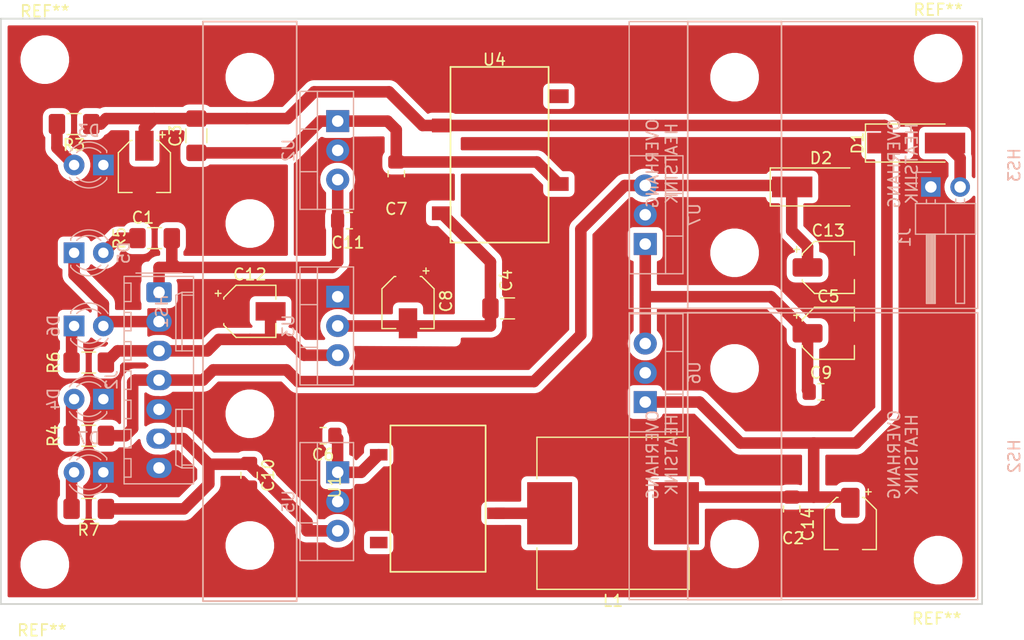
<source format=kicad_pcb>
(kicad_pcb (version 20171130) (host pcbnew "(5.1.2)-2")

  (general
    (thickness 1.6)
    (drawings 5)
    (tracks 121)
    (zones 0)
    (modules 43)
    (nets 19)
  )

  (page A4)
  (title_block
    (rev A)
  )

  (layers
    (0 F.Cu signal)
    (31 B.Cu signal)
    (32 B.Adhes user)
    (33 F.Adhes user)
    (34 B.Paste user)
    (35 F.Paste user)
    (36 B.SilkS user)
    (37 F.SilkS user)
    (38 B.Mask user)
    (39 F.Mask user)
    (40 Dwgs.User user)
    (41 Cmts.User user)
    (42 Eco1.User user)
    (43 Eco2.User user)
    (44 Edge.Cuts user)
    (45 Margin user)
    (46 B.CrtYd user)
    (47 F.CrtYd user)
    (48 B.Fab user hide)
    (49 F.Fab user hide)
  )

  (setup
    (last_trace_width 0.25)
    (user_trace_width 1)
    (user_trace_width 1.5)
    (user_trace_width 2)
    (trace_clearance 0.2)
    (zone_clearance 0.508)
    (zone_45_only no)
    (trace_min 0.2)
    (via_size 0.8)
    (via_drill 0.4)
    (via_min_size 0.4)
    (via_min_drill 0.3)
    (uvia_size 0.3)
    (uvia_drill 0.1)
    (uvias_allowed no)
    (uvia_min_size 0.2)
    (uvia_min_drill 0.1)
    (edge_width 0.15)
    (segment_width 0.2)
    (pcb_text_width 0.3)
    (pcb_text_size 1.5 1.5)
    (mod_edge_width 0.15)
    (mod_text_size 1 1)
    (mod_text_width 0.15)
    (pad_size 1.905 2)
    (pad_drill 1)
    (pad_to_mask_clearance 0.2)
    (aux_axis_origin 0 0)
    (visible_elements 7FFFFFFF)
    (pcbplotparams
      (layerselection 0x010fc_ffffffff)
      (usegerberextensions false)
      (usegerberattributes false)
      (usegerberadvancedattributes false)
      (creategerberjobfile false)
      (excludeedgelayer true)
      (linewidth 0.100000)
      (plotframeref false)
      (viasonmask false)
      (mode 1)
      (useauxorigin false)
      (hpglpennumber 1)
      (hpglpenspeed 20)
      (hpglpendiameter 15.000000)
      (psnegative false)
      (psa4output false)
      (plotreference true)
      (plotvalue true)
      (plotinvisibletext false)
      (padsonsilk false)
      (subtractmaskfromsilk false)
      (outputformat 1)
      (mirror false)
      (drillshape 1)
      (scaleselection 1)
      (outputdirectory "../"))
  )

  (net 0 "")
  (net 1 VCOM)
  (net 2 +5V)
  (net 3 +12V)
  (net 4 -12V)
  (net 5 "Net-(D1-Pad2)")
  (net 6 +15V)
  (net 7 +24V)
  (net 8 GNDS)
  (net 9 /+18V)
  (net 10 /+9V)
  (net 11 /+15VA)
  (net 12 /-15VA)
  (net 13 "Net-(L1-Pad2)")
  (net 14 "Net-(D3-Pad2)")
  (net 15 "Net-(D4-Pad2)")
  (net 16 "Net-(D5-Pad2)")
  (net 17 "Net-(D6-Pad1)")
  (net 18 "Net-(D7-Pad2)")

  (net_class Default "This is the default net class."
    (clearance 0.2)
    (trace_width 0.25)
    (via_dia 0.8)
    (via_drill 0.4)
    (uvia_dia 0.3)
    (uvia_drill 0.1)
    (add_net +12V)
    (add_net +15V)
    (add_net +24V)
    (add_net +5V)
    (add_net -12V)
    (add_net /+15VA)
    (add_net /+18V)
    (add_net /+9V)
    (add_net /-15VA)
    (add_net GNDS)
    (add_net "Net-(D1-Pad2)")
    (add_net "Net-(D3-Pad2)")
    (add_net "Net-(D4-Pad2)")
    (add_net "Net-(D5-Pad2)")
    (add_net "Net-(D6-Pad1)")
    (add_net "Net-(D7-Pad2)")
    (add_net "Net-(L1-Pad2)")
    (add_net VCOM)
  )

  (module FischerElektronikHeatsinks:SK512_SK480_50MM locked (layer B.Cu) (tedit 5D9E97F2) (tstamp 5D9F5250)
    (at 109.22 97.79 270)
    (path /5D0BDB36)
    (fp_text reference HS1 (at 0 7.62 90) (layer B.SilkS)
      (effects (font (size 1 1) (thickness 0.15)) (justify mirror))
    )
    (fp_text value "SK 480/50 SA" (at 0 5.08 90) (layer B.Fab)
      (effects (font (size 1 1) (thickness 0.15)) (justify mirror))
    )
    (fp_line (start -25.146 -4.064) (end -25.146 4.064) (layer B.SilkS) (width 0.15))
    (fp_line (start 25.146 -4.064) (end -25.146 -4.064) (layer B.SilkS) (width 0.15))
    (fp_line (start 25.146 4.064) (end 25.146 -4.064) (layer B.SilkS) (width 0.15))
    (fp_line (start -25.146 4.064) (end 25.146 4.064) (layer B.SilkS) (width 0.15))
    (pad "" np_thru_hole circle (at 8.89 0 270) (size 3.2 3.2) (drill 3.2) (layers *.Cu *.Mask))
    (pad "" np_thru_hole circle (at -7.62 0 270) (size 3.2 3.2) (drill 3.2) (layers *.Cu *.Mask))
    (pad "" np_thru_hole circle (at 20.32 0 270) (size 3.2 3.2) (drill 3.2) (layers *.Cu *.Mask))
    (pad "" np_thru_hole circle (at -20.32 0 270) (size 3.2 3.2) (drill 3.2) (layers *.Cu *.Mask))
  )

  (module LED_THT:LED_D3.0mm (layer B.Cu) (tedit 587A3A7B) (tstamp 5D9F5941)
    (at 93.98 92.71)
    (descr "LED, diameter 3.0mm, 2 pins")
    (tags "LED diameter 3.0mm 2 pins")
    (path /5DA723DF)
    (fp_text reference D5 (at 4.318 0 -90) (layer B.SilkS)
      (effects (font (size 1 1) (thickness 0.15)) (justify mirror))
    )
    (fp_text value LED (at 1.27 -2.96) (layer B.Fab)
      (effects (font (size 1 1) (thickness 0.15)) (justify mirror))
    )
    (fp_line (start 3.7 2.25) (end -1.15 2.25) (layer B.CrtYd) (width 0.05))
    (fp_line (start 3.7 -2.25) (end 3.7 2.25) (layer B.CrtYd) (width 0.05))
    (fp_line (start -1.15 -2.25) (end 3.7 -2.25) (layer B.CrtYd) (width 0.05))
    (fp_line (start -1.15 2.25) (end -1.15 -2.25) (layer B.CrtYd) (width 0.05))
    (fp_line (start -0.29 -1.08) (end -0.29 -1.236) (layer B.SilkS) (width 0.12))
    (fp_line (start -0.29 1.236) (end -0.29 1.08) (layer B.SilkS) (width 0.12))
    (fp_line (start -0.23 1.16619) (end -0.23 -1.16619) (layer B.Fab) (width 0.1))
    (fp_circle (center 1.27 0) (end 2.77 0) (layer B.Fab) (width 0.1))
    (fp_arc (start 1.27 0) (end 0.229039 -1.08) (angle 87.9) (layer B.SilkS) (width 0.12))
    (fp_arc (start 1.27 0) (end 0.229039 1.08) (angle -87.9) (layer B.SilkS) (width 0.12))
    (fp_arc (start 1.27 0) (end -0.29 -1.235516) (angle 108.8) (layer B.SilkS) (width 0.12))
    (fp_arc (start 1.27 0) (end -0.29 1.235516) (angle -108.8) (layer B.SilkS) (width 0.12))
    (fp_arc (start 1.27 0) (end -0.23 1.16619) (angle -284.3) (layer B.Fab) (width 0.1))
    (pad 2 thru_hole circle (at 2.54 0) (size 1.8 1.8) (drill 0.9) (layers *.Cu *.Mask)
      (net 16 "Net-(D5-Pad2)"))
    (pad 1 thru_hole rect (at 0 0) (size 1.8 1.8) (drill 0.9) (layers *.Cu *.Mask)
      (net 1 VCOM))
    (model ${KISYS3DMOD}/LED_THT.3dshapes/LED_D3.0mm.wrl
      (at (xyz 0 0 0))
      (scale (xyz 1 1 1))
      (rotate (xyz 0 0 0))
    )
  )

  (module Resistor_SMD:R_1206_3216Metric_Pad1.42x1.75mm_HandSolder (layer F.Cu) (tedit 5B301BBD) (tstamp 5D9F5AA1)
    (at 95.25 114.935 180)
    (descr "Resistor SMD 1206 (3216 Metric), square (rectangular) end terminal, IPC_7351 nominal with elongated pad for handsoldering. (Body size source: http://www.tortai-tech.com/upload/download/2011102023233369053.pdf), generated with kicad-footprint-generator")
    (tags "resistor handsolder")
    (path /5DA5642F)
    (attr smd)
    (fp_text reference R7 (at 0 -1.82) (layer F.SilkS)
      (effects (font (size 1 1) (thickness 0.15)))
    )
    (fp_text value 1K2 (at 0 1.82) (layer F.Fab)
      (effects (font (size 1 1) (thickness 0.15)))
    )
    (fp_text user %R (at 0 0) (layer F.Fab)
      (effects (font (size 0.8 0.8) (thickness 0.12)))
    )
    (fp_line (start 2.45 1.12) (end -2.45 1.12) (layer F.CrtYd) (width 0.05))
    (fp_line (start 2.45 -1.12) (end 2.45 1.12) (layer F.CrtYd) (width 0.05))
    (fp_line (start -2.45 -1.12) (end 2.45 -1.12) (layer F.CrtYd) (width 0.05))
    (fp_line (start -2.45 1.12) (end -2.45 -1.12) (layer F.CrtYd) (width 0.05))
    (fp_line (start -0.602064 0.91) (end 0.602064 0.91) (layer F.SilkS) (width 0.12))
    (fp_line (start -0.602064 -0.91) (end 0.602064 -0.91) (layer F.SilkS) (width 0.12))
    (fp_line (start 1.6 0.8) (end -1.6 0.8) (layer F.Fab) (width 0.1))
    (fp_line (start 1.6 -0.8) (end 1.6 0.8) (layer F.Fab) (width 0.1))
    (fp_line (start -1.6 -0.8) (end 1.6 -0.8) (layer F.Fab) (width 0.1))
    (fp_line (start -1.6 0.8) (end -1.6 -0.8) (layer F.Fab) (width 0.1))
    (pad 2 smd roundrect (at 1.4875 0 180) (size 1.425 1.75) (layers F.Cu F.Paste F.Mask) (roundrect_rratio 0.175439)
      (net 18 "Net-(D7-Pad2)"))
    (pad 1 smd roundrect (at -1.4875 0 180) (size 1.425 1.75) (layers F.Cu F.Paste F.Mask) (roundrect_rratio 0.175439)
      (net 2 +5V))
    (model ${KISYS3DMOD}/Resistor_SMD.3dshapes/R_1206_3216Metric.wrl
      (at (xyz 0 0 0))
      (scale (xyz 1 1 1))
      (rotate (xyz 0 0 0))
    )
  )

  (module Resistor_SMD:R_1206_3216Metric_Pad1.42x1.75mm_HandSolder (layer F.Cu) (tedit 5B301BBD) (tstamp 5D9F5A71)
    (at 95.25 102.235 180)
    (descr "Resistor SMD 1206 (3216 Metric), square (rectangular) end terminal, IPC_7351 nominal with elongated pad for handsoldering. (Body size source: http://www.tortai-tech.com/upload/download/2011102023233369053.pdf), generated with kicad-footprint-generator")
    (tags "resistor handsolder")
    (path /5DA5618A)
    (attr smd)
    (fp_text reference R6 (at 3.048 0 90) (layer F.SilkS)
      (effects (font (size 1 1) (thickness 0.15)))
    )
    (fp_text value 4K7 (at 0 1.82) (layer F.Fab)
      (effects (font (size 1 1) (thickness 0.15)))
    )
    (fp_text user %R (at 0 0) (layer F.Fab)
      (effects (font (size 0.8 0.8) (thickness 0.12)))
    )
    (fp_line (start 2.45 1.12) (end -2.45 1.12) (layer F.CrtYd) (width 0.05))
    (fp_line (start 2.45 -1.12) (end 2.45 1.12) (layer F.CrtYd) (width 0.05))
    (fp_line (start -2.45 -1.12) (end 2.45 -1.12) (layer F.CrtYd) (width 0.05))
    (fp_line (start -2.45 1.12) (end -2.45 -1.12) (layer F.CrtYd) (width 0.05))
    (fp_line (start -0.602064 0.91) (end 0.602064 0.91) (layer F.SilkS) (width 0.12))
    (fp_line (start -0.602064 -0.91) (end 0.602064 -0.91) (layer F.SilkS) (width 0.12))
    (fp_line (start 1.6 0.8) (end -1.6 0.8) (layer F.Fab) (width 0.1))
    (fp_line (start 1.6 -0.8) (end 1.6 0.8) (layer F.Fab) (width 0.1))
    (fp_line (start -1.6 -0.8) (end 1.6 -0.8) (layer F.Fab) (width 0.1))
    (fp_line (start -1.6 0.8) (end -1.6 -0.8) (layer F.Fab) (width 0.1))
    (pad 2 smd roundrect (at 1.4875 0 180) (size 1.425 1.75) (layers F.Cu F.Paste F.Mask) (roundrect_rratio 0.175439)
      (net 17 "Net-(D6-Pad1)"))
    (pad 1 smd roundrect (at -1.4875 0 180) (size 1.425 1.75) (layers F.Cu F.Paste F.Mask) (roundrect_rratio 0.175439)
      (net 4 -12V))
    (model ${KISYS3DMOD}/Resistor_SMD.3dshapes/R_1206_3216Metric.wrl
      (at (xyz 0 0 0))
      (scale (xyz 1 1 1))
      (rotate (xyz 0 0 0))
    )
  )

  (module Resistor_SMD:R_1206_3216Metric_Pad1.42x1.75mm_HandSolder (layer F.Cu) (tedit 5B301BBD) (tstamp 5D9F5A41)
    (at 100.965 91.44 180)
    (descr "Resistor SMD 1206 (3216 Metric), square (rectangular) end terminal, IPC_7351 nominal with elongated pad for handsoldering. (Body size source: http://www.tortai-tech.com/upload/download/2011102023233369053.pdf), generated with kicad-footprint-generator")
    (tags "resistor handsolder")
    (path /5DA56D43)
    (attr smd)
    (fp_text reference R5 (at 3.048 0 90) (layer F.SilkS)
      (effects (font (size 1 1) (thickness 0.15)))
    )
    (fp_text value 4K7 (at 0 1.82) (layer F.Fab)
      (effects (font (size 1 1) (thickness 0.15)))
    )
    (fp_text user %R (at 0 0) (layer F.Fab)
      (effects (font (size 0.8 0.8) (thickness 0.12)))
    )
    (fp_line (start 2.45 1.12) (end -2.45 1.12) (layer F.CrtYd) (width 0.05))
    (fp_line (start 2.45 -1.12) (end 2.45 1.12) (layer F.CrtYd) (width 0.05))
    (fp_line (start -2.45 -1.12) (end 2.45 -1.12) (layer F.CrtYd) (width 0.05))
    (fp_line (start -2.45 1.12) (end -2.45 -1.12) (layer F.CrtYd) (width 0.05))
    (fp_line (start -0.602064 0.91) (end 0.602064 0.91) (layer F.SilkS) (width 0.12))
    (fp_line (start -0.602064 -0.91) (end 0.602064 -0.91) (layer F.SilkS) (width 0.12))
    (fp_line (start 1.6 0.8) (end -1.6 0.8) (layer F.Fab) (width 0.1))
    (fp_line (start 1.6 -0.8) (end 1.6 0.8) (layer F.Fab) (width 0.1))
    (fp_line (start -1.6 -0.8) (end 1.6 -0.8) (layer F.Fab) (width 0.1))
    (fp_line (start -1.6 0.8) (end -1.6 -0.8) (layer F.Fab) (width 0.1))
    (pad 2 smd roundrect (at 1.4875 0 180) (size 1.425 1.75) (layers F.Cu F.Paste F.Mask) (roundrect_rratio 0.175439)
      (net 16 "Net-(D5-Pad2)"))
    (pad 1 smd roundrect (at -1.4875 0 180) (size 1.425 1.75) (layers F.Cu F.Paste F.Mask) (roundrect_rratio 0.175439)
      (net 3 +12V))
    (model ${KISYS3DMOD}/Resistor_SMD.3dshapes/R_1206_3216Metric.wrl
      (at (xyz 0 0 0))
      (scale (xyz 1 1 1))
      (rotate (xyz 0 0 0))
    )
  )

  (module Resistor_SMD:R_1206_3216Metric_Pad1.42x1.75mm_HandSolder (layer F.Cu) (tedit 5B301BBD) (tstamp 5D9F5A11)
    (at 95.25 108.585 180)
    (descr "Resistor SMD 1206 (3216 Metric), square (rectangular) end terminal, IPC_7351 nominal with elongated pad for handsoldering. (Body size source: http://www.tortai-tech.com/upload/download/2011102023233369053.pdf), generated with kicad-footprint-generator")
    (tags "resistor handsolder")
    (path /5DA55E2D)
    (attr smd)
    (fp_text reference R4 (at 3.048 0 90) (layer F.SilkS)
      (effects (font (size 1 1) (thickness 0.15)))
    )
    (fp_text value 6K8 (at 0 1.82) (layer F.Fab)
      (effects (font (size 1 1) (thickness 0.15)))
    )
    (fp_text user %R (at 0 0) (layer F.Fab)
      (effects (font (size 0.8 0.8) (thickness 0.12)))
    )
    (fp_line (start 2.45 1.12) (end -2.45 1.12) (layer F.CrtYd) (width 0.05))
    (fp_line (start 2.45 -1.12) (end 2.45 1.12) (layer F.CrtYd) (width 0.05))
    (fp_line (start -2.45 -1.12) (end 2.45 -1.12) (layer F.CrtYd) (width 0.05))
    (fp_line (start -2.45 1.12) (end -2.45 -1.12) (layer F.CrtYd) (width 0.05))
    (fp_line (start -0.602064 0.91) (end 0.602064 0.91) (layer F.SilkS) (width 0.12))
    (fp_line (start -0.602064 -0.91) (end 0.602064 -0.91) (layer F.SilkS) (width 0.12))
    (fp_line (start 1.6 0.8) (end -1.6 0.8) (layer F.Fab) (width 0.1))
    (fp_line (start 1.6 -0.8) (end 1.6 0.8) (layer F.Fab) (width 0.1))
    (fp_line (start -1.6 -0.8) (end 1.6 -0.8) (layer F.Fab) (width 0.1))
    (fp_line (start -1.6 0.8) (end -1.6 -0.8) (layer F.Fab) (width 0.1))
    (pad 2 smd roundrect (at 1.4875 0 180) (size 1.425 1.75) (layers F.Cu F.Paste F.Mask) (roundrect_rratio 0.175439)
      (net 15 "Net-(D4-Pad2)"))
    (pad 1 smd roundrect (at -1.4875 0 180) (size 1.425 1.75) (layers F.Cu F.Paste F.Mask) (roundrect_rratio 0.175439)
      (net 6 +15V))
    (model ${KISYS3DMOD}/Resistor_SMD.3dshapes/R_1206_3216Metric.wrl
      (at (xyz 0 0 0))
      (scale (xyz 1 1 1))
      (rotate (xyz 0 0 0))
    )
  )

  (module Resistor_SMD:R_1206_3216Metric_Pad1.42x1.75mm_HandSolder (layer F.Cu) (tedit 5B301BBD) (tstamp 5D9F59E1)
    (at 93.98 81.534 180)
    (descr "Resistor SMD 1206 (3216 Metric), square (rectangular) end terminal, IPC_7351 nominal with elongated pad for handsoldering. (Body size source: http://www.tortai-tech.com/upload/download/2011102023233369053.pdf), generated with kicad-footprint-generator")
    (tags "resistor handsolder")
    (path /5DA55A93)
    (attr smd)
    (fp_text reference R3 (at 0 -1.82) (layer F.SilkS)
      (effects (font (size 1 1) (thickness 0.15)))
    )
    (fp_text value 10K (at 0 1.82) (layer F.Fab)
      (effects (font (size 1 1) (thickness 0.15)))
    )
    (fp_text user %R (at 0 0) (layer F.Fab)
      (effects (font (size 0.8 0.8) (thickness 0.12)))
    )
    (fp_line (start 2.45 1.12) (end -2.45 1.12) (layer F.CrtYd) (width 0.05))
    (fp_line (start 2.45 -1.12) (end 2.45 1.12) (layer F.CrtYd) (width 0.05))
    (fp_line (start -2.45 -1.12) (end 2.45 -1.12) (layer F.CrtYd) (width 0.05))
    (fp_line (start -2.45 1.12) (end -2.45 -1.12) (layer F.CrtYd) (width 0.05))
    (fp_line (start -0.602064 0.91) (end 0.602064 0.91) (layer F.SilkS) (width 0.12))
    (fp_line (start -0.602064 -0.91) (end 0.602064 -0.91) (layer F.SilkS) (width 0.12))
    (fp_line (start 1.6 0.8) (end -1.6 0.8) (layer F.Fab) (width 0.1))
    (fp_line (start 1.6 -0.8) (end 1.6 0.8) (layer F.Fab) (width 0.1))
    (fp_line (start -1.6 -0.8) (end 1.6 -0.8) (layer F.Fab) (width 0.1))
    (fp_line (start -1.6 0.8) (end -1.6 -0.8) (layer F.Fab) (width 0.1))
    (pad 2 smd roundrect (at 1.4875 0 180) (size 1.425 1.75) (layers F.Cu F.Paste F.Mask) (roundrect_rratio 0.175439)
      (net 14 "Net-(D3-Pad2)"))
    (pad 1 smd roundrect (at -1.4875 0 180) (size 1.425 1.75) (layers F.Cu F.Paste F.Mask) (roundrect_rratio 0.175439)
      (net 7 +24V))
    (model ${KISYS3DMOD}/Resistor_SMD.3dshapes/R_1206_3216Metric.wrl
      (at (xyz 0 0 0))
      (scale (xyz 1 1 1))
      (rotate (xyz 0 0 0))
    )
  )

  (module LED_THT:LED_D3.0mm (layer B.Cu) (tedit 587A3A7B) (tstamp 5D9F59AD)
    (at 96.52 111.76 180)
    (descr "LED, diameter 3.0mm, 2 pins")
    (tags "LED diameter 3.0mm 2 pins")
    (path /5DA72BB3)
    (fp_text reference D7 (at 1.27 2.96) (layer B.SilkS)
      (effects (font (size 1 1) (thickness 0.15)) (justify mirror))
    )
    (fp_text value LED (at 1.27 -2.96) (layer B.Fab)
      (effects (font (size 1 1) (thickness 0.15)) (justify mirror))
    )
    (fp_line (start 3.7 2.25) (end -1.15 2.25) (layer B.CrtYd) (width 0.05))
    (fp_line (start 3.7 -2.25) (end 3.7 2.25) (layer B.CrtYd) (width 0.05))
    (fp_line (start -1.15 -2.25) (end 3.7 -2.25) (layer B.CrtYd) (width 0.05))
    (fp_line (start -1.15 2.25) (end -1.15 -2.25) (layer B.CrtYd) (width 0.05))
    (fp_line (start -0.29 -1.08) (end -0.29 -1.236) (layer B.SilkS) (width 0.12))
    (fp_line (start -0.29 1.236) (end -0.29 1.08) (layer B.SilkS) (width 0.12))
    (fp_line (start -0.23 1.16619) (end -0.23 -1.16619) (layer B.Fab) (width 0.1))
    (fp_circle (center 1.27 0) (end 2.77 0) (layer B.Fab) (width 0.1))
    (fp_arc (start 1.27 0) (end 0.229039 -1.08) (angle 87.9) (layer B.SilkS) (width 0.12))
    (fp_arc (start 1.27 0) (end 0.229039 1.08) (angle -87.9) (layer B.SilkS) (width 0.12))
    (fp_arc (start 1.27 0) (end -0.29 -1.235516) (angle 108.8) (layer B.SilkS) (width 0.12))
    (fp_arc (start 1.27 0) (end -0.29 1.235516) (angle -108.8) (layer B.SilkS) (width 0.12))
    (fp_arc (start 1.27 0) (end -0.23 1.16619) (angle -284.3) (layer B.Fab) (width 0.1))
    (pad 2 thru_hole circle (at 2.54 0 180) (size 1.8 1.8) (drill 0.9) (layers *.Cu *.Mask)
      (net 18 "Net-(D7-Pad2)"))
    (pad 1 thru_hole rect (at 0 0 180) (size 1.8 1.8) (drill 0.9) (layers *.Cu *.Mask)
      (net 8 GNDS))
    (model ${KISYS3DMOD}/LED_THT.3dshapes/LED_D3.0mm.wrl
      (at (xyz 0 0 0))
      (scale (xyz 1 1 1))
      (rotate (xyz 0 0 0))
    )
  )

  (module LED_THT:LED_D3.0mm (layer B.Cu) (tedit 587A3A7B) (tstamp 5D9F5977)
    (at 93.98 99.06)
    (descr "LED, diameter 3.0mm, 2 pins")
    (tags "LED diameter 3.0mm 2 pins")
    (path /5DA728BA)
    (fp_text reference D6 (at -1.778 0 -90) (layer B.SilkS)
      (effects (font (size 1 1) (thickness 0.15)) (justify mirror))
    )
    (fp_text value LED (at 1.27 -2.96) (layer B.Fab)
      (effects (font (size 1 1) (thickness 0.15)) (justify mirror))
    )
    (fp_line (start 3.7 2.25) (end -1.15 2.25) (layer B.CrtYd) (width 0.05))
    (fp_line (start 3.7 -2.25) (end 3.7 2.25) (layer B.CrtYd) (width 0.05))
    (fp_line (start -1.15 -2.25) (end 3.7 -2.25) (layer B.CrtYd) (width 0.05))
    (fp_line (start -1.15 2.25) (end -1.15 -2.25) (layer B.CrtYd) (width 0.05))
    (fp_line (start -0.29 -1.08) (end -0.29 -1.236) (layer B.SilkS) (width 0.12))
    (fp_line (start -0.29 1.236) (end -0.29 1.08) (layer B.SilkS) (width 0.12))
    (fp_line (start -0.23 1.16619) (end -0.23 -1.16619) (layer B.Fab) (width 0.1))
    (fp_circle (center 1.27 0) (end 2.77 0) (layer B.Fab) (width 0.1))
    (fp_arc (start 1.27 0) (end 0.229039 -1.08) (angle 87.9) (layer B.SilkS) (width 0.12))
    (fp_arc (start 1.27 0) (end 0.229039 1.08) (angle -87.9) (layer B.SilkS) (width 0.12))
    (fp_arc (start 1.27 0) (end -0.29 -1.235516) (angle 108.8) (layer B.SilkS) (width 0.12))
    (fp_arc (start 1.27 0) (end -0.29 1.235516) (angle -108.8) (layer B.SilkS) (width 0.12))
    (fp_arc (start 1.27 0) (end -0.23 1.16619) (angle -284.3) (layer B.Fab) (width 0.1))
    (pad 2 thru_hole circle (at 2.54 0) (size 1.8 1.8) (drill 0.9) (layers *.Cu *.Mask)
      (net 1 VCOM))
    (pad 1 thru_hole rect (at 0 0) (size 1.8 1.8) (drill 0.9) (layers *.Cu *.Mask)
      (net 17 "Net-(D6-Pad1)"))
    (model ${KISYS3DMOD}/LED_THT.3dshapes/LED_D3.0mm.wrl
      (at (xyz 0 0 0))
      (scale (xyz 1 1 1))
      (rotate (xyz 0 0 0))
    )
  )

  (module LED_THT:LED_D3.0mm (layer B.Cu) (tedit 587A3A7B) (tstamp 5D9F590B)
    (at 96.52 105.41 180)
    (descr "LED, diameter 3.0mm, 2 pins")
    (tags "LED diameter 3.0mm 2 pins")
    (path /5DA71F9A)
    (fp_text reference D4 (at 4.318 0 270) (layer B.SilkS)
      (effects (font (size 1 1) (thickness 0.15)) (justify mirror))
    )
    (fp_text value LED (at 1.27 -2.96) (layer B.Fab)
      (effects (font (size 1 1) (thickness 0.15)) (justify mirror))
    )
    (fp_line (start 3.7 2.25) (end -1.15 2.25) (layer B.CrtYd) (width 0.05))
    (fp_line (start 3.7 -2.25) (end 3.7 2.25) (layer B.CrtYd) (width 0.05))
    (fp_line (start -1.15 -2.25) (end 3.7 -2.25) (layer B.CrtYd) (width 0.05))
    (fp_line (start -1.15 2.25) (end -1.15 -2.25) (layer B.CrtYd) (width 0.05))
    (fp_line (start -0.29 -1.08) (end -0.29 -1.236) (layer B.SilkS) (width 0.12))
    (fp_line (start -0.29 1.236) (end -0.29 1.08) (layer B.SilkS) (width 0.12))
    (fp_line (start -0.23 1.16619) (end -0.23 -1.16619) (layer B.Fab) (width 0.1))
    (fp_circle (center 1.27 0) (end 2.77 0) (layer B.Fab) (width 0.1))
    (fp_arc (start 1.27 0) (end 0.229039 -1.08) (angle 87.9) (layer B.SilkS) (width 0.12))
    (fp_arc (start 1.27 0) (end 0.229039 1.08) (angle -87.9) (layer B.SilkS) (width 0.12))
    (fp_arc (start 1.27 0) (end -0.29 -1.235516) (angle 108.8) (layer B.SilkS) (width 0.12))
    (fp_arc (start 1.27 0) (end -0.29 1.235516) (angle -108.8) (layer B.SilkS) (width 0.12))
    (fp_arc (start 1.27 0) (end -0.23 1.16619) (angle -284.3) (layer B.Fab) (width 0.1))
    (pad 2 thru_hole circle (at 2.54 0 180) (size 1.8 1.8) (drill 0.9) (layers *.Cu *.Mask)
      (net 15 "Net-(D4-Pad2)"))
    (pad 1 thru_hole rect (at 0 0 180) (size 1.8 1.8) (drill 0.9) (layers *.Cu *.Mask)
      (net 8 GNDS))
    (model ${KISYS3DMOD}/LED_THT.3dshapes/LED_D3.0mm.wrl
      (at (xyz 0 0 0))
      (scale (xyz 1 1 1))
      (rotate (xyz 0 0 0))
    )
  )

  (module LED_THT:LED_D3.0mm (layer B.Cu) (tedit 587A3A7B) (tstamp 5D9F58D5)
    (at 96.52 85.09 180)
    (descr "LED, diameter 3.0mm, 2 pins")
    (tags "LED diameter 3.0mm 2 pins")
    (path /5DA6B50C)
    (fp_text reference D3 (at 1.27 2.96) (layer B.SilkS)
      (effects (font (size 1 1) (thickness 0.15)) (justify mirror))
    )
    (fp_text value LED (at 1.27 -2.96) (layer B.Fab)
      (effects (font (size 1 1) (thickness 0.15)) (justify mirror))
    )
    (fp_line (start 3.7 2.25) (end -1.15 2.25) (layer B.CrtYd) (width 0.05))
    (fp_line (start 3.7 -2.25) (end 3.7 2.25) (layer B.CrtYd) (width 0.05))
    (fp_line (start -1.15 -2.25) (end 3.7 -2.25) (layer B.CrtYd) (width 0.05))
    (fp_line (start -1.15 2.25) (end -1.15 -2.25) (layer B.CrtYd) (width 0.05))
    (fp_line (start -0.29 -1.08) (end -0.29 -1.236) (layer B.SilkS) (width 0.12))
    (fp_line (start -0.29 1.236) (end -0.29 1.08) (layer B.SilkS) (width 0.12))
    (fp_line (start -0.23 1.16619) (end -0.23 -1.16619) (layer B.Fab) (width 0.1))
    (fp_circle (center 1.27 0) (end 2.77 0) (layer B.Fab) (width 0.1))
    (fp_arc (start 1.27 0) (end 0.229039 -1.08) (angle 87.9) (layer B.SilkS) (width 0.12))
    (fp_arc (start 1.27 0) (end 0.229039 1.08) (angle -87.9) (layer B.SilkS) (width 0.12))
    (fp_arc (start 1.27 0) (end -0.29 -1.235516) (angle 108.8) (layer B.SilkS) (width 0.12))
    (fp_arc (start 1.27 0) (end -0.29 1.235516) (angle -108.8) (layer B.SilkS) (width 0.12))
    (fp_arc (start 1.27 0) (end -0.23 1.16619) (angle -284.3) (layer B.Fab) (width 0.1))
    (pad 2 thru_hole circle (at 2.54 0 180) (size 1.8 1.8) (drill 0.9) (layers *.Cu *.Mask)
      (net 14 "Net-(D3-Pad2)"))
    (pad 1 thru_hole rect (at 0 0 180) (size 1.8 1.8) (drill 0.9) (layers *.Cu *.Mask)
      (net 8 GNDS))
    (model ${KISYS3DMOD}/LED_THT.3dshapes/LED_D3.0mm.wrl
      (at (xyz 0 0 0))
      (scale (xyz 1 1 1))
      (rotate (xyz 0 0 0))
    )
  )

  (module Inductor_SMD:L_Neosid_SM-NE127_HandSoldering (layer F.Cu) (tedit 5990349C) (tstamp 5D9F5899)
    (at 140.716 115.316 180)
    (descr "Neosid, Inductor, SM-NE127, Festinduktivitaet, SMD,")
    (tags "Neosid Inductor SM-NE127 Festinduktivitaet SMD")
    (path /5DA2AD8E)
    (attr smd)
    (fp_text reference L1 (at 0 -7.6) (layer F.SilkS)
      (effects (font (size 1 1) (thickness 0.15)))
    )
    (fp_text value 1mH (at 0 8.3) (layer F.Fab)
      (effects (font (size 1 1) (thickness 0.15)))
    )
    (fp_circle (center 0 0) (end 5 0) (layer F.Fab) (width 0.1))
    (fp_line (start 7.7 6.65) (end -7.7 6.65) (layer F.CrtYd) (width 0.05))
    (fp_line (start 7.7 6.65) (end 7.7 -6.65) (layer F.CrtYd) (width 0.05))
    (fp_line (start -7.7 -6.65) (end -7.7 6.65) (layer F.CrtYd) (width 0.05))
    (fp_line (start -7.7 -6.65) (end 7.7 -6.65) (layer F.CrtYd) (width 0.05))
    (fp_line (start -6.4 6.4) (end -6.4 -6.4) (layer F.Fab) (width 0.1))
    (fp_line (start 6.4 6.4) (end -6.4 6.4) (layer F.Fab) (width 0.1))
    (fp_line (start 6.4 -6.4) (end 6.4 6.4) (layer F.Fab) (width 0.1))
    (fp_line (start -6.4 -6.4) (end 6.4 -6.4) (layer F.Fab) (width 0.1))
    (fp_line (start 6.6 -6.6) (end 6.6 -3) (layer F.SilkS) (width 0.12))
    (fp_line (start -6.6 -6.6) (end 6.6 -6.6) (layer F.SilkS) (width 0.12))
    (fp_line (start -6.6 -3) (end -6.6 -6.6) (layer F.SilkS) (width 0.12))
    (fp_line (start -6.6 6.6) (end -6.6 3) (layer F.SilkS) (width 0.12))
    (fp_line (start 6.6 6.6) (end -6.6 6.6) (layer F.SilkS) (width 0.12))
    (fp_line (start 6.6 3) (end 6.6 6.6) (layer F.SilkS) (width 0.12))
    (fp_text user %R (at 0 0) (layer F.Fab)
      (effects (font (size 1 1) (thickness 0.15)))
    )
    (pad 1 smd rect (at -5.5 0 180) (size 3.9 5.4) (layers F.Cu F.Paste F.Mask)
      (net 7 +24V))
    (pad 2 smd rect (at 5.5 0 180) (size 3.9 5.4) (layers F.Cu F.Paste F.Mask)
      (net 13 "Net-(L1-Pad2)"))
    (model ${KISYS3DMOD}/Inductor_SMD.3dshapes/L_Neosid_SM-NE127.wrl
      (at (xyz 0 0 0))
      (scale (xyz 1 1 1))
      (rotate (xyz 0 0 0))
    )
  )

  (module MountingHole:MountingHole_3.2mm_M3 locked (layer F.Cu) (tedit 56D1B4CB) (tstamp 5D9F5876)
    (at 91.44 75.946)
    (descr "Mounting Hole 3.2mm, no annular, M3")
    (tags "mounting hole 3.2mm no annular m3")
    (attr virtual)
    (fp_text reference REF** (at 0 -4.2) (layer F.SilkS)
      (effects (font (size 1 1) (thickness 0.15)))
    )
    (fp_text value MountingHole_3.2mm_M3 (at 0 4.2) (layer F.Fab)
      (effects (font (size 1 1) (thickness 0.15)))
    )
    (fp_text user %R (at 0.3 0) (layer F.Fab)
      (effects (font (size 1 1) (thickness 0.15)))
    )
    (fp_circle (center 0 0) (end 3.2 0) (layer Cmts.User) (width 0.15))
    (fp_circle (center 0 0) (end 3.45 0) (layer F.CrtYd) (width 0.05))
    (pad 1 np_thru_hole circle (at 0 0) (size 3.2 3.2) (drill 3.2) (layers *.Cu *.Mask))
  )

  (module MountingHole:MountingHole_3.2mm_M3 locked (layer F.Cu) (tedit 56D1B4CB) (tstamp 5D9F5861)
    (at 91.44 119.761)
    (descr "Mounting Hole 3.2mm, no annular, M3")
    (tags "mounting hole 3.2mm no annular m3")
    (attr virtual)
    (fp_text reference REF** (at -0.254 5.715) (layer F.SilkS)
      (effects (font (size 1 1) (thickness 0.15)))
    )
    (fp_text value MountingHole_3.2mm_M3 (at 0 4.2) (layer F.Fab)
      (effects (font (size 1 1) (thickness 0.15)))
    )
    (fp_circle (center 0 0) (end 3.45 0) (layer F.CrtYd) (width 0.05))
    (fp_circle (center 0 0) (end 3.2 0) (layer Cmts.User) (width 0.15))
    (fp_text user %R (at 0.3 0) (layer F.Fab)
      (effects (font (size 1 1) (thickness 0.15)))
    )
    (pad 1 np_thru_hole circle (at 0 0) (size 3.2 3.2) (drill 3.2) (layers *.Cu *.Mask))
  )

  (module MountingHole:MountingHole_3.2mm_M3 locked (layer F.Cu) (tedit 56D1B4CB) (tstamp 5D9F584C)
    (at 168.91 119.38)
    (descr "Mounting Hole 3.2mm, no annular, M3")
    (tags "mounting hole 3.2mm no annular m3")
    (attr virtual)
    (fp_text reference REF** (at -0.127 5.08) (layer F.SilkS)
      (effects (font (size 1 1) (thickness 0.15)))
    )
    (fp_text value MountingHole_3.2mm_M3 (at 0 4.2) (layer F.Fab)
      (effects (font (size 1 1) (thickness 0.15)))
    )
    (fp_text user %R (at 0.3 0) (layer F.Fab)
      (effects (font (size 1 1) (thickness 0.15)))
    )
    (fp_circle (center 0 0) (end 3.2 0) (layer Cmts.User) (width 0.15))
    (fp_circle (center 0 0) (end 3.45 0) (layer F.CrtYd) (width 0.05))
    (pad 1 np_thru_hole circle (at 0 0) (size 3.2 3.2) (drill 3.2) (layers *.Cu *.Mask))
  )

  (module MountingHole:MountingHole_3.2mm_M3 locked (layer F.Cu) (tedit 56D1B4CB) (tstamp 5D9F5837)
    (at 168.91 75.819)
    (descr "Mounting Hole 3.2mm, no annular, M3")
    (tags "mounting hole 3.2mm no annular m3")
    (attr virtual)
    (fp_text reference REF** (at 0 -4.2) (layer F.SilkS)
      (effects (font (size 1 1) (thickness 0.15)))
    )
    (fp_text value MountingHole_3.2mm_M3 (at 0 4.2) (layer F.Fab)
      (effects (font (size 1 1) (thickness 0.15)))
    )
    (fp_circle (center 0 0) (end 3.45 0) (layer F.CrtYd) (width 0.05))
    (fp_circle (center 0 0) (end 3.2 0) (layer Cmts.User) (width 0.15))
    (fp_text user %R (at 0.3 0) (layer F.Fab)
      (effects (font (size 1 1) (thickness 0.15)))
    )
    (pad 1 np_thru_hole circle (at 0 0) (size 3.2 3.2) (drill 3.2) (layers *.Cu *.Mask))
  )

  (module FischerElektronikHeatsinks:SK481_SK480_25MM (layer B.Cu) (tedit 5D88A61E) (tstamp 5D9F580A)
    (at 151.257 85.09 90)
    (path /5D88ED7E)
    (fp_text reference HS3 (at 0 24.257 90) (layer B.SilkS)
      (effects (font (size 1 1) (thickness 0.15)) (justify mirror))
    )
    (fp_text value "SK 481/50 SA" (at 0 22.479 90) (layer B.Fab)
      (effects (font (size 1 1) (thickness 0.15)) (justify mirror))
    )
    (fp_text user HEATSINK (at 0.127 -5.461 90) (layer B.SilkS)
      (effects (font (size 1 1) (thickness 0.15)) (justify mirror))
    )
    (fp_text user HEATSINK (at 0.127 15.367 90) (layer B.SilkS)
      (effects (font (size 1 1) (thickness 0.15)) (justify mirror))
    )
    (fp_text user OVERHANG (at 0.127 -7.112 90) (layer B.SilkS)
      (effects (font (size 1 1) (thickness 0.15)) (justify mirror))
    )
    (fp_text user OVERHANG (at 0.127 13.843 90) (layer B.SilkS)
      (effects (font (size 1 1) (thickness 0.15)) (justify mirror))
    )
    (fp_line (start 12.446 4.064) (end -12.446 4.064) (layer B.SilkS) (width 0.15))
    (fp_line (start 12.446 -9.144) (end -12.446 -9.144) (layer B.SilkS) (width 0.12))
    (fp_line (start 12.446 -4.064) (end 12.446 -9.144) (layer B.SilkS) (width 0.12))
    (fp_line (start -12.446 -4.064) (end -12.446 -9.144) (layer B.SilkS) (width 0.12))
    (fp_line (start 12.446 21.082) (end -12.446 21.082) (layer B.SilkS) (width 0.12))
    (fp_line (start 12.446 4.064) (end 12.446 21.082) (layer B.SilkS) (width 0.12))
    (fp_line (start -12.446 4.064) (end -12.446 21.082) (layer B.SilkS) (width 0.12))
    (fp_line (start 12.446 4.064) (end 12.446 -4.064) (layer B.SilkS) (width 0.15))
    (fp_line (start 12.446 -4.064) (end -12.446 -4.064) (layer B.SilkS) (width 0.15))
    (fp_line (start -12.446 -4.064) (end -12.446 4.064) (layer B.SilkS) (width 0.15))
    (pad "" np_thru_hole circle (at -7.62 0 90) (size 3.2 3.2) (drill 3.2) (layers *.Cu *.Mask))
    (pad "" np_thru_hole circle (at 7.62 0 90) (size 3.2 3.2) (drill 3.2) (layers *.Cu *.Mask))
  )

  (module FischerElektronikHeatsinks:SK481_SK480_25MM (layer B.Cu) (tedit 5D88A61E) (tstamp 5D9F57D1)
    (at 151.257 110.363 90)
    (path /5DBBB007)
    (fp_text reference HS2 (at 0 24.257 90) (layer B.SilkS)
      (effects (font (size 1 1) (thickness 0.15)) (justify mirror))
    )
    (fp_text value "SK 481/50 SA" (at 0 22.479 90) (layer B.Fab)
      (effects (font (size 1 1) (thickness 0.15)) (justify mirror))
    )
    (fp_text user HEATSINK (at 0.127 -5.461 90) (layer B.SilkS)
      (effects (font (size 1 1) (thickness 0.15)) (justify mirror))
    )
    (fp_text user HEATSINK (at 0.127 15.367 90) (layer B.SilkS)
      (effects (font (size 1 1) (thickness 0.15)) (justify mirror))
    )
    (fp_text user OVERHANG (at 0.127 -7.112 90) (layer B.SilkS)
      (effects (font (size 1 1) (thickness 0.15)) (justify mirror))
    )
    (fp_text user OVERHANG (at 0.127 13.843 90) (layer B.SilkS)
      (effects (font (size 1 1) (thickness 0.15)) (justify mirror))
    )
    (fp_line (start 12.446 4.064) (end -12.446 4.064) (layer B.SilkS) (width 0.15))
    (fp_line (start 12.446 -9.144) (end -12.446 -9.144) (layer B.SilkS) (width 0.12))
    (fp_line (start 12.446 -4.064) (end 12.446 -9.144) (layer B.SilkS) (width 0.12))
    (fp_line (start -12.446 -4.064) (end -12.446 -9.144) (layer B.SilkS) (width 0.12))
    (fp_line (start 12.446 21.082) (end -12.446 21.082) (layer B.SilkS) (width 0.12))
    (fp_line (start 12.446 4.064) (end 12.446 21.082) (layer B.SilkS) (width 0.12))
    (fp_line (start -12.446 4.064) (end -12.446 21.082) (layer B.SilkS) (width 0.12))
    (fp_line (start 12.446 4.064) (end 12.446 -4.064) (layer B.SilkS) (width 0.15))
    (fp_line (start 12.446 -4.064) (end -12.446 -4.064) (layer B.SilkS) (width 0.15))
    (fp_line (start -12.446 -4.064) (end -12.446 4.064) (layer B.SilkS) (width 0.15))
    (pad "" np_thru_hole circle (at -7.62 0 90) (size 3.2 3.2) (drill 3.2) (layers *.Cu *.Mask))
    (pad "" np_thru_hole circle (at 7.62 0 90) (size 3.2 3.2) (drill 3.2) (layers *.Cu *.Mask))
  )

  (module Connector_PinHeader_2.54mm:PinHeader_1x02_P2.54mm_Horizontal (layer B.Cu) (tedit 59FED5CB) (tstamp 5D9F575A)
    (at 168.275 86.995 270)
    (descr "Through hole angled pin header, 1x02, 2.54mm pitch, 6mm pin length, single row")
    (tags "Through hole angled pin header THT 1x02 2.54mm single row")
    (path /5D04F0FF)
    (fp_text reference J1 (at 4.385 2.27 90) (layer B.SilkS)
      (effects (font (size 1 1) (thickness 0.15)) (justify mirror))
    )
    (fp_text value 24VDC (at 4.385 -4.81 90) (layer B.Fab)
      (effects (font (size 1 1) (thickness 0.15)) (justify mirror))
    )
    (fp_text user %R (at 2.77 -1.27 180) (layer B.Fab)
      (effects (font (size 1 1) (thickness 0.15)) (justify mirror))
    )
    (fp_line (start 10.55 1.8) (end -1.8 1.8) (layer B.CrtYd) (width 0.05))
    (fp_line (start 10.55 -4.35) (end 10.55 1.8) (layer B.CrtYd) (width 0.05))
    (fp_line (start -1.8 -4.35) (end 10.55 -4.35) (layer B.CrtYd) (width 0.05))
    (fp_line (start -1.8 1.8) (end -1.8 -4.35) (layer B.CrtYd) (width 0.05))
    (fp_line (start -1.27 1.27) (end 0 1.27) (layer B.SilkS) (width 0.12))
    (fp_line (start -1.27 0) (end -1.27 1.27) (layer B.SilkS) (width 0.12))
    (fp_line (start 1.042929 -2.92) (end 1.44 -2.92) (layer B.SilkS) (width 0.12))
    (fp_line (start 1.042929 -2.16) (end 1.44 -2.16) (layer B.SilkS) (width 0.12))
    (fp_line (start 10.1 -2.92) (end 4.1 -2.92) (layer B.SilkS) (width 0.12))
    (fp_line (start 10.1 -2.16) (end 10.1 -2.92) (layer B.SilkS) (width 0.12))
    (fp_line (start 4.1 -2.16) (end 10.1 -2.16) (layer B.SilkS) (width 0.12))
    (fp_line (start 1.44 -1.27) (end 4.1 -1.27) (layer B.SilkS) (width 0.12))
    (fp_line (start 1.11 -0.38) (end 1.44 -0.38) (layer B.SilkS) (width 0.12))
    (fp_line (start 1.11 0.38) (end 1.44 0.38) (layer B.SilkS) (width 0.12))
    (fp_line (start 4.1 -0.28) (end 10.1 -0.28) (layer B.SilkS) (width 0.12))
    (fp_line (start 4.1 -0.16) (end 10.1 -0.16) (layer B.SilkS) (width 0.12))
    (fp_line (start 4.1 -0.04) (end 10.1 -0.04) (layer B.SilkS) (width 0.12))
    (fp_line (start 4.1 0.08) (end 10.1 0.08) (layer B.SilkS) (width 0.12))
    (fp_line (start 4.1 0.2) (end 10.1 0.2) (layer B.SilkS) (width 0.12))
    (fp_line (start 4.1 0.32) (end 10.1 0.32) (layer B.SilkS) (width 0.12))
    (fp_line (start 10.1 -0.38) (end 4.1 -0.38) (layer B.SilkS) (width 0.12))
    (fp_line (start 10.1 0.38) (end 10.1 -0.38) (layer B.SilkS) (width 0.12))
    (fp_line (start 4.1 0.38) (end 10.1 0.38) (layer B.SilkS) (width 0.12))
    (fp_line (start 4.1 1.33) (end 1.44 1.33) (layer B.SilkS) (width 0.12))
    (fp_line (start 4.1 -3.87) (end 4.1 1.33) (layer B.SilkS) (width 0.12))
    (fp_line (start 1.44 -3.87) (end 4.1 -3.87) (layer B.SilkS) (width 0.12))
    (fp_line (start 1.44 1.33) (end 1.44 -3.87) (layer B.SilkS) (width 0.12))
    (fp_line (start 4.04 -2.86) (end 10.04 -2.86) (layer B.Fab) (width 0.1))
    (fp_line (start 10.04 -2.22) (end 10.04 -2.86) (layer B.Fab) (width 0.1))
    (fp_line (start 4.04 -2.22) (end 10.04 -2.22) (layer B.Fab) (width 0.1))
    (fp_line (start -0.32 -2.86) (end 1.5 -2.86) (layer B.Fab) (width 0.1))
    (fp_line (start -0.32 -2.22) (end -0.32 -2.86) (layer B.Fab) (width 0.1))
    (fp_line (start -0.32 -2.22) (end 1.5 -2.22) (layer B.Fab) (width 0.1))
    (fp_line (start 4.04 -0.32) (end 10.04 -0.32) (layer B.Fab) (width 0.1))
    (fp_line (start 10.04 0.32) (end 10.04 -0.32) (layer B.Fab) (width 0.1))
    (fp_line (start 4.04 0.32) (end 10.04 0.32) (layer B.Fab) (width 0.1))
    (fp_line (start -0.32 -0.32) (end 1.5 -0.32) (layer B.Fab) (width 0.1))
    (fp_line (start -0.32 0.32) (end -0.32 -0.32) (layer B.Fab) (width 0.1))
    (fp_line (start -0.32 0.32) (end 1.5 0.32) (layer B.Fab) (width 0.1))
    (fp_line (start 1.5 0.635) (end 2.135 1.27) (layer B.Fab) (width 0.1))
    (fp_line (start 1.5 -3.81) (end 1.5 0.635) (layer B.Fab) (width 0.1))
    (fp_line (start 4.04 -3.81) (end 1.5 -3.81) (layer B.Fab) (width 0.1))
    (fp_line (start 4.04 1.27) (end 4.04 -3.81) (layer B.Fab) (width 0.1))
    (fp_line (start 2.135 1.27) (end 4.04 1.27) (layer B.Fab) (width 0.1))
    (pad 2 thru_hole oval (at 0 -2.54 270) (size 1.7 1.7) (drill 1) (layers *.Cu *.Mask)
      (net 5 "Net-(D1-Pad2)"))
    (pad 1 thru_hole rect (at 0 0 270) (size 1.7 1.7) (drill 1) (layers *.Cu *.Mask)
      (net 8 GNDS))
    (model ${KISYS3DMOD}/Connector_PinHeader_2.54mm.3dshapes/PinHeader_1x02_P2.54mm_Horizontal.wrl
      (at (xyz 0 0 0))
      (scale (xyz 1 1 1))
      (rotate (xyz 0 0 0))
    )
  )

  (module RS6:R2D (layer F.Cu) (tedit 5D8810C1) (tstamp 5D9F570E)
    (at 130.81 84.201 270)
    (path /5DC2BDC2)
    (zone_connect 2)
    (fp_text reference U4 (at -8.255 0.381 180) (layer F.SilkS)
      (effects (font (size 1 1) (thickness 0.15)))
    )
    (fp_text value R2D-2415 (at 0 -7.366 90) (layer F.Fab)
      (effects (font (size 1 1) (thickness 0.15)))
    )
    (fp_line (start 7.62 -4.318) (end -7.62 -4.318) (layer F.SilkS) (width 0.15))
    (fp_line (start 7.62 4.191) (end 7.62 -4.318) (layer F.SilkS) (width 0.15))
    (fp_line (start -7.62 4.191) (end 7.62 4.191) (layer F.SilkS) (width 0.15))
    (fp_line (start -7.62 -4.318) (end -7.62 4.191) (layer F.SilkS) (width 0.15))
    (pad 7 smd rect (at 2.54 -5.207 270) (size 1.2 1.7) (layers F.Cu F.Paste F.Mask)
      (net 11 /+15VA) (zone_connect 2))
    (pad 5 smd rect (at 5.08 4.953 270) (size 1.2 1.7) (layers F.Cu F.Paste F.Mask)
      (net 12 /-15VA) (zone_connect 2))
    (pad 4 smd rect (at 2.54 4.953 270) (size 1.2 1.7) (layers F.Cu F.Paste F.Mask)
      (net 1 VCOM) (zone_connect 2))
    (pad 2 smd rect (at -2.54 4.953 270) (size 1.2 1.7) (layers F.Cu F.Paste F.Mask)
      (net 7 +24V) (zone_connect 2))
    (pad 10 smd rect (at -5.08 -5.207 270) (size 1.2 1.7) (layers F.Cu F.Paste F.Mask)
      (zone_connect 2))
    (pad 1 smd rect (at -5.08 4.953 270) (size 1.2 1.7) (layers F.Cu F.Paste F.Mask)
      (net 8 GNDS) (zone_connect 2))
  )

  (module Package_TO_SOT_THT:TO-220-3_Vertical (layer B.Cu) (tedit 5D88F4E2) (tstamp 5D9F56CF)
    (at 143.51 91.948 90)
    (descr "TO-220-3, Vertical, RM 2.54mm, see https://www.vishay.com/docs/66542/to-220-1.pdf")
    (tags "TO-220-3 Vertical RM 2.54mm")
    (path /5DB0595F)
    (fp_text reference U7 (at 2.54 4.27 90) (layer B.SilkS)
      (effects (font (size 1 1) (thickness 0.15)) (justify mirror))
    )
    (fp_text value L78M15ABV (at 2.54 -2.5 90) (layer B.Fab)
      (effects (font (size 1 1) (thickness 0.15)) (justify mirror))
    )
    (fp_line (start -2.46 3.15) (end -2.46 -1.25) (layer B.Fab) (width 0.1))
    (fp_line (start -2.46 -1.25) (end 7.54 -1.25) (layer B.Fab) (width 0.1))
    (fp_line (start 7.54 -1.25) (end 7.54 3.15) (layer B.Fab) (width 0.1))
    (fp_line (start 7.54 3.15) (end -2.46 3.15) (layer B.Fab) (width 0.1))
    (fp_line (start -2.46 1.88) (end 7.54 1.88) (layer B.Fab) (width 0.1))
    (fp_line (start 0.69 3.15) (end 0.69 1.88) (layer B.Fab) (width 0.1))
    (fp_line (start 4.39 3.15) (end 4.39 1.88) (layer B.Fab) (width 0.1))
    (fp_line (start -2.58 3.27) (end 7.66 3.27) (layer B.SilkS) (width 0.12))
    (fp_line (start -2.58 -1.371) (end 7.66 -1.371) (layer B.SilkS) (width 0.12))
    (fp_line (start -2.58 3.27) (end -2.58 -1.371) (layer B.SilkS) (width 0.12))
    (fp_line (start 7.66 3.27) (end 7.66 -1.371) (layer B.SilkS) (width 0.12))
    (fp_line (start -2.58 1.76) (end 7.66 1.76) (layer B.SilkS) (width 0.12))
    (fp_line (start 0.69 3.27) (end 0.69 1.76) (layer B.SilkS) (width 0.12))
    (fp_line (start 4.391 3.27) (end 4.391 1.76) (layer B.SilkS) (width 0.12))
    (fp_line (start -2.71 3.4) (end -2.71 -1.51) (layer B.CrtYd) (width 0.05))
    (fp_line (start -2.71 -1.51) (end 7.79 -1.51) (layer B.CrtYd) (width 0.05))
    (fp_line (start 7.79 -1.51) (end 7.79 3.4) (layer B.CrtYd) (width 0.05))
    (fp_line (start 7.79 3.4) (end -2.71 3.4) (layer B.CrtYd) (width 0.05))
    (fp_text user %R (at 2.54 4.27 90) (layer B.Fab)
      (effects (font (size 1 1) (thickness 0.15)) (justify mirror))
    )
    (pad 1 thru_hole rect (at 0 0 90) (size 1.905 2) (drill 1) (layers *.Cu *.Mask)
      (net 9 /+18V))
    (pad 2 thru_hole oval (at 2.54 0 90) (size 1.905 2) (drill 1) (layers *.Cu *.Mask)
      (net 8 GNDS))
    (pad 3 thru_hole oval (at 5.08 0 90) (size 1.905 2) (drill 1) (layers *.Cu *.Mask)
      (net 6 +15V))
    (model ${KISYS3DMOD}/Package_TO_SOT_THT.3dshapes/TO-220-3_Vertical.wrl
      (at (xyz 0 0 0))
      (scale (xyz 1 1 1))
      (rotate (xyz 0 0 0))
    )
  )

  (module Package_TO_SOT_THT:TO-220-3_Vertical (layer B.Cu) (tedit 5D88F4D5) (tstamp 5D9F5684)
    (at 143.51 105.664 90)
    (descr "TO-220-3, Vertical, RM 2.54mm, see https://www.vishay.com/docs/66542/to-220-1.pdf")
    (tags "TO-220-3 Vertical RM 2.54mm")
    (path /5DB04640)
    (fp_text reference U6 (at 2.54 4.27 90) (layer B.SilkS)
      (effects (font (size 1 1) (thickness 0.15)) (justify mirror))
    )
    (fp_text value L7818CV (at 2.54 -2.5 90) (layer B.Fab)
      (effects (font (size 1 1) (thickness 0.15)) (justify mirror))
    )
    (fp_line (start -2.46 3.15) (end -2.46 -1.25) (layer B.Fab) (width 0.1))
    (fp_line (start -2.46 -1.25) (end 7.54 -1.25) (layer B.Fab) (width 0.1))
    (fp_line (start 7.54 -1.25) (end 7.54 3.15) (layer B.Fab) (width 0.1))
    (fp_line (start 7.54 3.15) (end -2.46 3.15) (layer B.Fab) (width 0.1))
    (fp_line (start -2.46 1.88) (end 7.54 1.88) (layer B.Fab) (width 0.1))
    (fp_line (start 0.69 3.15) (end 0.69 1.88) (layer B.Fab) (width 0.1))
    (fp_line (start 4.39 3.15) (end 4.39 1.88) (layer B.Fab) (width 0.1))
    (fp_line (start -2.58 3.27) (end 7.66 3.27) (layer B.SilkS) (width 0.12))
    (fp_line (start -2.58 -1.371) (end 7.66 -1.371) (layer B.SilkS) (width 0.12))
    (fp_line (start -2.58 3.27) (end -2.58 -1.371) (layer B.SilkS) (width 0.12))
    (fp_line (start 7.66 3.27) (end 7.66 -1.371) (layer B.SilkS) (width 0.12))
    (fp_line (start -2.58 1.76) (end 7.66 1.76) (layer B.SilkS) (width 0.12))
    (fp_line (start 0.69 3.27) (end 0.69 1.76) (layer B.SilkS) (width 0.12))
    (fp_line (start 4.391 3.27) (end 4.391 1.76) (layer B.SilkS) (width 0.12))
    (fp_line (start -2.71 3.4) (end -2.71 -1.51) (layer B.CrtYd) (width 0.05))
    (fp_line (start -2.71 -1.51) (end 7.79 -1.51) (layer B.CrtYd) (width 0.05))
    (fp_line (start 7.79 -1.51) (end 7.79 3.4) (layer B.CrtYd) (width 0.05))
    (fp_line (start 7.79 3.4) (end -2.71 3.4) (layer B.CrtYd) (width 0.05))
    (fp_text user %R (at 2.54 4.27 90) (layer B.Fab)
      (effects (font (size 1 1) (thickness 0.15)) (justify mirror))
    )
    (pad 1 thru_hole rect (at 0 0 90) (size 1.905 2) (drill 1) (layers *.Cu *.Mask)
      (net 7 +24V))
    (pad 2 thru_hole oval (at 2.54 0 90) (size 1.905 2) (drill 1) (layers *.Cu *.Mask)
      (net 8 GNDS))
    (pad 3 thru_hole oval (at 5.08 0 90) (size 1.905 2) (drill 1) (layers *.Cu *.Mask)
      (net 9 /+18V))
    (model ${KISYS3DMOD}/Package_TO_SOT_THT.3dshapes/TO-220-3_Vertical.wrl
      (at (xyz 0 0 0))
      (scale (xyz 1 1 1))
      (rotate (xyz 0 0 0))
    )
  )

  (module Package_TO_SOT_THT:TO-220-3_Vertical (layer B.Cu) (tedit 5D88F4BE) (tstamp 5D9F5639)
    (at 116.84 111.76 270)
    (descr "TO-220-3, Vertical, RM 2.54mm, see https://www.vishay.com/docs/66542/to-220-1.pdf")
    (tags "TO-220-3 Vertical RM 2.54mm")
    (path /5D9569CB)
    (fp_text reference U5 (at 2.54 4.27 90) (layer B.SilkS)
      (effects (font (size 1 1) (thickness 0.15)) (justify mirror))
    )
    (fp_text value LM7805_TO220 (at 2.54 -2.5 90) (layer B.Fab)
      (effects (font (size 1 1) (thickness 0.15)) (justify mirror))
    )
    (fp_text user %R (at 2.54 4.27 90) (layer B.Fab)
      (effects (font (size 1 1) (thickness 0.15)) (justify mirror))
    )
    (fp_line (start 7.79 3.4) (end -2.71 3.4) (layer B.CrtYd) (width 0.05))
    (fp_line (start 7.79 -1.51) (end 7.79 3.4) (layer B.CrtYd) (width 0.05))
    (fp_line (start -2.71 -1.51) (end 7.79 -1.51) (layer B.CrtYd) (width 0.05))
    (fp_line (start -2.71 3.4) (end -2.71 -1.51) (layer B.CrtYd) (width 0.05))
    (fp_line (start 4.391 3.27) (end 4.391 1.76) (layer B.SilkS) (width 0.12))
    (fp_line (start 0.69 3.27) (end 0.69 1.76) (layer B.SilkS) (width 0.12))
    (fp_line (start -2.58 1.76) (end 7.66 1.76) (layer B.SilkS) (width 0.12))
    (fp_line (start 7.66 3.27) (end 7.66 -1.371) (layer B.SilkS) (width 0.12))
    (fp_line (start -2.58 3.27) (end -2.58 -1.371) (layer B.SilkS) (width 0.12))
    (fp_line (start -2.58 -1.371) (end 7.66 -1.371) (layer B.SilkS) (width 0.12))
    (fp_line (start -2.58 3.27) (end 7.66 3.27) (layer B.SilkS) (width 0.12))
    (fp_line (start 4.39 3.15) (end 4.39 1.88) (layer B.Fab) (width 0.1))
    (fp_line (start 0.69 3.15) (end 0.69 1.88) (layer B.Fab) (width 0.1))
    (fp_line (start -2.46 1.88) (end 7.54 1.88) (layer B.Fab) (width 0.1))
    (fp_line (start 7.54 3.15) (end -2.46 3.15) (layer B.Fab) (width 0.1))
    (fp_line (start 7.54 -1.25) (end 7.54 3.15) (layer B.Fab) (width 0.1))
    (fp_line (start -2.46 -1.25) (end 7.54 -1.25) (layer B.Fab) (width 0.1))
    (fp_line (start -2.46 3.15) (end -2.46 -1.25) (layer B.Fab) (width 0.1))
    (pad 3 thru_hole oval (at 5.08 0 270) (size 1.905 2) (drill 1) (layers *.Cu *.Mask)
      (net 2 +5V))
    (pad 2 thru_hole oval (at 2.54 0 270) (size 1.905 2) (drill 1) (layers *.Cu *.Mask)
      (net 8 GNDS))
    (pad 1 thru_hole rect (at 0 0 270) (size 1.905 2) (drill 1) (layers *.Cu *.Mask)
      (net 10 /+9V))
    (model ${KISYS3DMOD}/Package_TO_SOT_THT.3dshapes/TO-220-3_Vertical.wrl
      (at (xyz 0 0 0))
      (scale (xyz 1 1 1))
      (rotate (xyz 0 0 0))
    )
  )

  (module Package_TO_SOT_THT:TO-220-3_Vertical (layer B.Cu) (tedit 5D888E15) (tstamp 5D9F55EE)
    (at 116.84 96.52 270)
    (descr "TO-220-3, Vertical, RM 2.54mm, see https://www.vishay.com/docs/66542/to-220-1.pdf")
    (tags "TO-220-3 Vertical RM 2.54mm")
    (path /5D8B3C95)
    (fp_text reference U3 (at 2.54 4.27 90) (layer B.SilkS)
      (effects (font (size 1 1) (thickness 0.15)) (justify mirror))
    )
    (fp_text value LM7912_TO220 (at 2.54 -2.5 90) (layer B.Fab)
      (effects (font (size 1 1) (thickness 0.15)) (justify mirror))
    )
    (fp_text user %R (at 2.54 4.27 90) (layer B.Fab)
      (effects (font (size 1 1) (thickness 0.15)) (justify mirror))
    )
    (fp_line (start 7.79 3.4) (end -2.71 3.4) (layer B.CrtYd) (width 0.05))
    (fp_line (start 7.79 -1.51) (end 7.79 3.4) (layer B.CrtYd) (width 0.05))
    (fp_line (start -2.71 -1.51) (end 7.79 -1.51) (layer B.CrtYd) (width 0.05))
    (fp_line (start -2.71 3.4) (end -2.71 -1.51) (layer B.CrtYd) (width 0.05))
    (fp_line (start 4.391 3.27) (end 4.391 1.76) (layer B.SilkS) (width 0.12))
    (fp_line (start 0.69 3.27) (end 0.69 1.76) (layer B.SilkS) (width 0.12))
    (fp_line (start -2.58 1.76) (end 7.66 1.76) (layer B.SilkS) (width 0.12))
    (fp_line (start 7.66 3.27) (end 7.66 -1.371) (layer B.SilkS) (width 0.12))
    (fp_line (start -2.58 3.27) (end -2.58 -1.371) (layer B.SilkS) (width 0.12))
    (fp_line (start -2.58 -1.371) (end 7.66 -1.371) (layer B.SilkS) (width 0.12))
    (fp_line (start -2.58 3.27) (end 7.66 3.27) (layer B.SilkS) (width 0.12))
    (fp_line (start 4.39 3.15) (end 4.39 1.88) (layer B.Fab) (width 0.1))
    (fp_line (start 0.69 3.15) (end 0.69 1.88) (layer B.Fab) (width 0.1))
    (fp_line (start -2.46 1.88) (end 7.54 1.88) (layer B.Fab) (width 0.1))
    (fp_line (start 7.54 3.15) (end -2.46 3.15) (layer B.Fab) (width 0.1))
    (fp_line (start 7.54 -1.25) (end 7.54 3.15) (layer B.Fab) (width 0.1))
    (fp_line (start -2.46 -1.25) (end 7.54 -1.25) (layer B.Fab) (width 0.1))
    (fp_line (start -2.46 3.15) (end -2.46 -1.25) (layer B.Fab) (width 0.1))
    (pad 3 thru_hole oval (at 5.08 0 270) (size 1.905 2) (drill 1) (layers *.Cu *.Mask)
      (net 4 -12V))
    (pad 2 thru_hole oval (at 2.54 0 270) (size 1.905 2) (drill 1) (layers *.Cu *.Mask)
      (net 12 /-15VA))
    (pad 1 thru_hole rect (at 0 0 270) (size 1.905 2) (drill 1) (layers *.Cu *.Mask)
      (net 1 VCOM))
    (model ${KISYS3DMOD}/Package_TO_SOT_THT.3dshapes/TO-220-3_Vertical.wrl
      (at (xyz 0 0 0))
      (scale (xyz 1 1 1))
      (rotate (xyz 0 0 0))
    )
  )

  (module Package_TO_SOT_THT:TO-220-3_Vertical (layer B.Cu) (tedit 5D888E04) (tstamp 5D9F55A3)
    (at 116.84 81.28 270)
    (descr "TO-220-3, Vertical, RM 2.54mm, see https://www.vishay.com/docs/66542/to-220-1.pdf")
    (tags "TO-220-3 Vertical RM 2.54mm")
    (path /5D8AD9F3)
    (fp_text reference U2 (at 2.54 4.27 90) (layer B.SilkS)
      (effects (font (size 1 1) (thickness 0.15)) (justify mirror))
    )
    (fp_text value LM7812_TO220 (at 2.54 -2.5 90) (layer B.Fab)
      (effects (font (size 1 1) (thickness 0.15)) (justify mirror))
    )
    (fp_text user %R (at 2.54 4.27 90) (layer B.Fab)
      (effects (font (size 1 1) (thickness 0.15)) (justify mirror))
    )
    (fp_line (start 7.79 3.4) (end -2.71 3.4) (layer B.CrtYd) (width 0.05))
    (fp_line (start 7.79 -1.51) (end 7.79 3.4) (layer B.CrtYd) (width 0.05))
    (fp_line (start -2.71 -1.51) (end 7.79 -1.51) (layer B.CrtYd) (width 0.05))
    (fp_line (start -2.71 3.4) (end -2.71 -1.51) (layer B.CrtYd) (width 0.05))
    (fp_line (start 4.391 3.27) (end 4.391 1.76) (layer B.SilkS) (width 0.12))
    (fp_line (start 0.69 3.27) (end 0.69 1.76) (layer B.SilkS) (width 0.12))
    (fp_line (start -2.58 1.76) (end 7.66 1.76) (layer B.SilkS) (width 0.12))
    (fp_line (start 7.66 3.27) (end 7.66 -1.371) (layer B.SilkS) (width 0.12))
    (fp_line (start -2.58 3.27) (end -2.58 -1.371) (layer B.SilkS) (width 0.12))
    (fp_line (start -2.58 -1.371) (end 7.66 -1.371) (layer B.SilkS) (width 0.12))
    (fp_line (start -2.58 3.27) (end 7.66 3.27) (layer B.SilkS) (width 0.12))
    (fp_line (start 4.39 3.15) (end 4.39 1.88) (layer B.Fab) (width 0.1))
    (fp_line (start 0.69 3.15) (end 0.69 1.88) (layer B.Fab) (width 0.1))
    (fp_line (start -2.46 1.88) (end 7.54 1.88) (layer B.Fab) (width 0.1))
    (fp_line (start 7.54 3.15) (end -2.46 3.15) (layer B.Fab) (width 0.1))
    (fp_line (start 7.54 -1.25) (end 7.54 3.15) (layer B.Fab) (width 0.1))
    (fp_line (start -2.46 -1.25) (end 7.54 -1.25) (layer B.Fab) (width 0.1))
    (fp_line (start -2.46 3.15) (end -2.46 -1.25) (layer B.Fab) (width 0.1))
    (pad 3 thru_hole oval (at 5.08 0 270) (size 1.905 2) (drill 1) (layers *.Cu *.Mask)
      (net 3 +12V))
    (pad 2 thru_hole oval (at 2.54 0 270) (size 1.905 2) (drill 1) (layers *.Cu *.Mask)
      (net 1 VCOM))
    (pad 1 thru_hole rect (at 0 0 270) (size 1.905 2) (drill 1) (layers *.Cu *.Mask)
      (net 11 /+15VA))
    (model ${KISYS3DMOD}/Package_TO_SOT_THT.3dshapes/TO-220-3_Vertical.wrl
      (at (xyz 0 0 0))
      (scale (xyz 1 1 1))
      (rotate (xyz 0 0 0))
    )
  )

  (module XPower_Converter_DCDC:ISE (layer F.Cu) (tedit 5D87EB0F) (tstamp 5D9F5572)
    (at 128.016 117.856 90)
    (path /5DC160B0)
    (fp_text reference U1 (at 4.826 -11.43 90) (layer F.SilkS)
      (effects (font (size 1 1) (thickness 0.15)))
    )
    (fp_text value ISE2409A-H (at 4.064 -9.906 90) (layer F.Fab)
      (effects (font (size 1 1) (thickness 0.15)))
    )
    (fp_line (start 10.16 -6.604) (end -2.54 -6.604) (layer F.SilkS) (width 0.15))
    (fp_line (start 10.16 1.651) (end 10.16 -6.604) (layer F.SilkS) (width 0.15))
    (fp_line (start -2.54 1.651) (end 10.16 1.651) (layer F.SilkS) (width 0.15))
    (fp_line (start -2.54 -6.604) (end -2.54 1.651) (layer F.SilkS) (width 0.15))
    (pad 8 smd rect (at 0 -7.62 90) (size 1 1.524) (layers F.Cu F.Paste F.Mask))
    (pad 5 smd rect (at 7.62 -7.62 90) (size 1 1.524) (layers F.Cu F.Paste F.Mask)
      (net 10 /+9V))
    (pad 4 smd rect (at 7.62 2.54 90) (size 1 1.524) (layers F.Cu F.Paste F.Mask)
      (net 8 GNDS))
    (pad 2 smd rect (at 2.54 2.54 90) (size 1 1.524) (layers F.Cu F.Paste F.Mask)
      (net 13 "Net-(L1-Pad2)"))
    (pad 1 smd rect (at 0 2.54 90) (size 1 1.524) (layers F.Cu F.Paste F.Mask)
      (net 8 GNDS))
  )

  (module Diode_SMD:D_SMA_Handsoldering (layer F.Cu) (tedit 58643398) (tstamp 5D9F5538)
    (at 158.75 86.995)
    (descr "Diode SMA (DO-214AC) Handsoldering")
    (tags "Diode SMA (DO-214AC) Handsoldering")
    (path /5D8561FF)
    (attr smd)
    (fp_text reference D2 (at 0 -2.5) (layer F.SilkS)
      (effects (font (size 1 1) (thickness 0.15)))
    )
    (fp_text value ES2G (at 0 2.6) (layer F.Fab)
      (effects (font (size 1 1) (thickness 0.15)))
    )
    (fp_line (start -4.4 -1.65) (end 2.5 -1.65) (layer F.SilkS) (width 0.12))
    (fp_line (start -4.4 1.65) (end 2.5 1.65) (layer F.SilkS) (width 0.12))
    (fp_line (start -0.64944 0.00102) (end 0.50118 -0.79908) (layer F.Fab) (width 0.1))
    (fp_line (start -0.64944 0.00102) (end 0.50118 0.75032) (layer F.Fab) (width 0.1))
    (fp_line (start 0.50118 0.75032) (end 0.50118 -0.79908) (layer F.Fab) (width 0.1))
    (fp_line (start -0.64944 -0.79908) (end -0.64944 0.80112) (layer F.Fab) (width 0.1))
    (fp_line (start 0.50118 0.00102) (end 1.4994 0.00102) (layer F.Fab) (width 0.1))
    (fp_line (start -0.64944 0.00102) (end -1.55114 0.00102) (layer F.Fab) (width 0.1))
    (fp_line (start -4.5 1.75) (end -4.5 -1.75) (layer F.CrtYd) (width 0.05))
    (fp_line (start 4.5 1.75) (end -4.5 1.75) (layer F.CrtYd) (width 0.05))
    (fp_line (start 4.5 -1.75) (end 4.5 1.75) (layer F.CrtYd) (width 0.05))
    (fp_line (start -4.5 -1.75) (end 4.5 -1.75) (layer F.CrtYd) (width 0.05))
    (fp_line (start 2.3 -1.5) (end -2.3 -1.5) (layer F.Fab) (width 0.1))
    (fp_line (start 2.3 -1.5) (end 2.3 1.5) (layer F.Fab) (width 0.1))
    (fp_line (start -2.3 1.5) (end -2.3 -1.5) (layer F.Fab) (width 0.1))
    (fp_line (start 2.3 1.5) (end -2.3 1.5) (layer F.Fab) (width 0.1))
    (fp_line (start -4.4 -1.65) (end -4.4 1.65) (layer F.SilkS) (width 0.12))
    (fp_text user %R (at 0 -2.5) (layer F.Fab)
      (effects (font (size 1 1) (thickness 0.15)))
    )
    (pad 2 smd rect (at 2.5 0) (size 3.5 1.8) (layers F.Cu F.Paste F.Mask)
      (net 8 GNDS))
    (pad 1 smd rect (at -2.5 0) (size 3.5 1.8) (layers F.Cu F.Paste F.Mask)
      (net 6 +15V))
    (model ${KISYS3DMOD}/Diode_SMD.3dshapes/D_SMA.wrl
      (at (xyz 0 0 0))
      (scale (xyz 1 1 1))
      (rotate (xyz 0 0 0))
    )
  )

  (module Capacitor_SMD:CP_Elec_4x5.7 (layer F.Cu) (tedit 5BCA39CF) (tstamp 5D9F54D3)
    (at 161.29 116.205 270)
    (descr "SMD capacitor, aluminum electrolytic, United Chemi-Con, 4.0x5.7mm")
    (tags "capacitor electrolytic")
    (path /5DC76FBC)
    (attr smd)
    (fp_text reference C14 (at 0.089803 3.681905 270) (layer F.SilkS)
      (effects (font (size 1 1) (thickness 0.15)))
    )
    (fp_text value 4.7uF (at 0 3.2 90) (layer F.Fab)
      (effects (font (size 1 1) (thickness 0.15)))
    )
    (fp_circle (center 0 0) (end 2 0) (layer F.Fab) (width 0.1))
    (fp_line (start 2.15 -2.15) (end 2.15 2.15) (layer F.Fab) (width 0.1))
    (fp_line (start -1.15 -2.15) (end 2.15 -2.15) (layer F.Fab) (width 0.1))
    (fp_line (start -1.15 2.15) (end 2.15 2.15) (layer F.Fab) (width 0.1))
    (fp_line (start -2.15 -1.15) (end -2.15 1.15) (layer F.Fab) (width 0.1))
    (fp_line (start -2.15 -1.15) (end -1.15 -2.15) (layer F.Fab) (width 0.1))
    (fp_line (start -2.15 1.15) (end -1.15 2.15) (layer F.Fab) (width 0.1))
    (fp_line (start -1.574773 -1) (end -1.174773 -1) (layer F.Fab) (width 0.1))
    (fp_line (start -1.374773 -1.2) (end -1.374773 -0.8) (layer F.Fab) (width 0.1))
    (fp_line (start 2.26 2.26) (end 2.26 1.06) (layer F.SilkS) (width 0.12))
    (fp_line (start 2.26 -2.26) (end 2.26 -1.06) (layer F.SilkS) (width 0.12))
    (fp_line (start -1.195563 -2.26) (end 2.26 -2.26) (layer F.SilkS) (width 0.12))
    (fp_line (start -1.195563 2.26) (end 2.26 2.26) (layer F.SilkS) (width 0.12))
    (fp_line (start -2.26 1.195563) (end -2.26 1.06) (layer F.SilkS) (width 0.12))
    (fp_line (start -2.26 -1.195563) (end -2.26 -1.06) (layer F.SilkS) (width 0.12))
    (fp_line (start -2.26 -1.195563) (end -1.195563 -2.26) (layer F.SilkS) (width 0.12))
    (fp_line (start -2.26 1.195563) (end -1.195563 2.26) (layer F.SilkS) (width 0.12))
    (fp_line (start -3 -1.56) (end -2.5 -1.56) (layer F.SilkS) (width 0.12))
    (fp_line (start -2.75 -1.81) (end -2.75 -1.31) (layer F.SilkS) (width 0.12))
    (fp_line (start 2.4 -2.4) (end 2.4 -1.05) (layer F.CrtYd) (width 0.05))
    (fp_line (start 2.4 -1.05) (end 3.35 -1.05) (layer F.CrtYd) (width 0.05))
    (fp_line (start 3.35 -1.05) (end 3.35 1.05) (layer F.CrtYd) (width 0.05))
    (fp_line (start 3.35 1.05) (end 2.4 1.05) (layer F.CrtYd) (width 0.05))
    (fp_line (start 2.4 1.05) (end 2.4 2.4) (layer F.CrtYd) (width 0.05))
    (fp_line (start -1.25 2.4) (end 2.4 2.4) (layer F.CrtYd) (width 0.05))
    (fp_line (start -1.25 -2.4) (end 2.4 -2.4) (layer F.CrtYd) (width 0.05))
    (fp_line (start -2.4 1.25) (end -1.25 2.4) (layer F.CrtYd) (width 0.05))
    (fp_line (start -2.4 -1.25) (end -1.25 -2.4) (layer F.CrtYd) (width 0.05))
    (fp_line (start -2.4 -1.25) (end -2.4 -1.05) (layer F.CrtYd) (width 0.05))
    (fp_line (start -2.4 1.05) (end -2.4 1.25) (layer F.CrtYd) (width 0.05))
    (fp_line (start -2.4 -1.05) (end -3.35 -1.05) (layer F.CrtYd) (width 0.05))
    (fp_line (start -3.35 -1.05) (end -3.35 1.05) (layer F.CrtYd) (width 0.05))
    (fp_line (start -3.35 1.05) (end -2.4 1.05) (layer F.CrtYd) (width 0.05))
    (fp_text user %R (at 0 0 90) (layer F.Fab)
      (effects (font (size 0.8 0.8) (thickness 0.12)))
    )
    (pad 1 smd roundrect (at -1.8 0 270) (size 2.6 1.6) (layers F.Cu F.Paste F.Mask) (roundrect_rratio 0.15625)
      (net 7 +24V))
    (pad 2 smd roundrect (at 1.8 0 270) (size 2.6 1.6) (layers F.Cu F.Paste F.Mask) (roundrect_rratio 0.15625)
      (net 8 GNDS))
    (model ${KISYS3DMOD}/Capacitor_SMD.3dshapes/CP_Elec_4x5.7.wrl
      (at (xyz 0 0 0))
      (scale (xyz 1 1 1))
      (rotate (xyz 0 0 0))
    )
  )

  (module Capacitor_SMD:CP_Elec_4x5.7 (layer F.Cu) (tedit 5BCA39CF) (tstamp 5D9F545E)
    (at 159.385 93.98)
    (descr "SMD capacitor, aluminum electrolytic, United Chemi-Con, 4.0x5.7mm")
    (tags "capacitor electrolytic")
    (path /5DB3868E)
    (attr smd)
    (fp_text reference C13 (at 0 -3.2) (layer F.SilkS)
      (effects (font (size 1 1) (thickness 0.15)))
    )
    (fp_text value 1uF (at 0 3.2) (layer F.Fab)
      (effects (font (size 1 1) (thickness 0.15)))
    )
    (fp_text user %R (at 0 0) (layer F.Fab)
      (effects (font (size 0.8 0.8) (thickness 0.12)))
    )
    (fp_line (start -3.35 1.05) (end -2.4 1.05) (layer F.CrtYd) (width 0.05))
    (fp_line (start -3.35 -1.05) (end -3.35 1.05) (layer F.CrtYd) (width 0.05))
    (fp_line (start -2.4 -1.05) (end -3.35 -1.05) (layer F.CrtYd) (width 0.05))
    (fp_line (start -2.4 1.05) (end -2.4 1.25) (layer F.CrtYd) (width 0.05))
    (fp_line (start -2.4 -1.25) (end -2.4 -1.05) (layer F.CrtYd) (width 0.05))
    (fp_line (start -2.4 -1.25) (end -1.25 -2.4) (layer F.CrtYd) (width 0.05))
    (fp_line (start -2.4 1.25) (end -1.25 2.4) (layer F.CrtYd) (width 0.05))
    (fp_line (start -1.25 -2.4) (end 2.4 -2.4) (layer F.CrtYd) (width 0.05))
    (fp_line (start -1.25 2.4) (end 2.4 2.4) (layer F.CrtYd) (width 0.05))
    (fp_line (start 2.4 1.05) (end 2.4 2.4) (layer F.CrtYd) (width 0.05))
    (fp_line (start 3.35 1.05) (end 2.4 1.05) (layer F.CrtYd) (width 0.05))
    (fp_line (start 3.35 -1.05) (end 3.35 1.05) (layer F.CrtYd) (width 0.05))
    (fp_line (start 2.4 -1.05) (end 3.35 -1.05) (layer F.CrtYd) (width 0.05))
    (fp_line (start 2.4 -2.4) (end 2.4 -1.05) (layer F.CrtYd) (width 0.05))
    (fp_line (start -2.75 -1.81) (end -2.75 -1.31) (layer F.SilkS) (width 0.12))
    (fp_line (start -3 -1.56) (end -2.5 -1.56) (layer F.SilkS) (width 0.12))
    (fp_line (start -2.26 1.195563) (end -1.195563 2.26) (layer F.SilkS) (width 0.12))
    (fp_line (start -2.26 -1.195563) (end -1.195563 -2.26) (layer F.SilkS) (width 0.12))
    (fp_line (start -2.26 -1.195563) (end -2.26 -1.06) (layer F.SilkS) (width 0.12))
    (fp_line (start -2.26 1.195563) (end -2.26 1.06) (layer F.SilkS) (width 0.12))
    (fp_line (start -1.195563 2.26) (end 2.26 2.26) (layer F.SilkS) (width 0.12))
    (fp_line (start -1.195563 -2.26) (end 2.26 -2.26) (layer F.SilkS) (width 0.12))
    (fp_line (start 2.26 -2.26) (end 2.26 -1.06) (layer F.SilkS) (width 0.12))
    (fp_line (start 2.26 2.26) (end 2.26 1.06) (layer F.SilkS) (width 0.12))
    (fp_line (start -1.374773 -1.2) (end -1.374773 -0.8) (layer F.Fab) (width 0.1))
    (fp_line (start -1.574773 -1) (end -1.174773 -1) (layer F.Fab) (width 0.1))
    (fp_line (start -2.15 1.15) (end -1.15 2.15) (layer F.Fab) (width 0.1))
    (fp_line (start -2.15 -1.15) (end -1.15 -2.15) (layer F.Fab) (width 0.1))
    (fp_line (start -2.15 -1.15) (end -2.15 1.15) (layer F.Fab) (width 0.1))
    (fp_line (start -1.15 2.15) (end 2.15 2.15) (layer F.Fab) (width 0.1))
    (fp_line (start -1.15 -2.15) (end 2.15 -2.15) (layer F.Fab) (width 0.1))
    (fp_line (start 2.15 -2.15) (end 2.15 2.15) (layer F.Fab) (width 0.1))
    (fp_circle (center 0 0) (end 2 0) (layer F.Fab) (width 0.1))
    (pad 2 smd roundrect (at 1.8 0) (size 2.6 1.6) (layers F.Cu F.Paste F.Mask) (roundrect_rratio 0.15625)
      (net 8 GNDS))
    (pad 1 smd roundrect (at -1.8 0) (size 2.6 1.6) (layers F.Cu F.Paste F.Mask) (roundrect_rratio 0.15625)
      (net 6 +15V))
    (model ${KISYS3DMOD}/Capacitor_SMD.3dshapes/CP_Elec_4x5.7.wrl
      (at (xyz 0 0 0))
      (scale (xyz 1 1 1))
      (rotate (xyz 0 0 0))
    )
  )

  (module Capacitor_SMD:C_0805_2012Metric_Pad1.15x1.40mm_HandSolder (layer F.Cu) (tedit 5B36C52B) (tstamp 5D9F5417)
    (at 109.1565 112.014 270)
    (descr "Capacitor SMD 0805 (2012 Metric), square (rectangular) end terminal, IPC_7351 nominal with elongated pad for handsoldering. (Body size source: https://docs.google.com/spreadsheets/d/1BsfQQcO9C6DZCsRaXUlFlo91Tg2WpOkGARC1WS5S8t0/edit?usp=sharing), generated with kicad-footprint-generator")
    (tags "capacitor handsolder")
    (path /5D94D361)
    (attr smd)
    (fp_text reference C10 (at 0 -1.65 90) (layer F.SilkS)
      (effects (font (size 1 1) (thickness 0.15)))
    )
    (fp_text value 100nF (at 0 1.65 90) (layer F.Fab)
      (effects (font (size 1 1) (thickness 0.15)))
    )
    (fp_text user %R (at 0 0 90) (layer F.Fab)
      (effects (font (size 0.5 0.5) (thickness 0.08)))
    )
    (fp_line (start 1.85 0.95) (end -1.85 0.95) (layer F.CrtYd) (width 0.05))
    (fp_line (start 1.85 -0.95) (end 1.85 0.95) (layer F.CrtYd) (width 0.05))
    (fp_line (start -1.85 -0.95) (end 1.85 -0.95) (layer F.CrtYd) (width 0.05))
    (fp_line (start -1.85 0.95) (end -1.85 -0.95) (layer F.CrtYd) (width 0.05))
    (fp_line (start -0.261252 0.71) (end 0.261252 0.71) (layer F.SilkS) (width 0.12))
    (fp_line (start -0.261252 -0.71) (end 0.261252 -0.71) (layer F.SilkS) (width 0.12))
    (fp_line (start 1 0.6) (end -1 0.6) (layer F.Fab) (width 0.1))
    (fp_line (start 1 -0.6) (end 1 0.6) (layer F.Fab) (width 0.1))
    (fp_line (start -1 -0.6) (end 1 -0.6) (layer F.Fab) (width 0.1))
    (fp_line (start -1 0.6) (end -1 -0.6) (layer F.Fab) (width 0.1))
    (pad 2 smd roundrect (at 1.025 0 270) (size 1.15 1.4) (layers F.Cu F.Paste F.Mask) (roundrect_rratio 0.217391)
      (net 8 GNDS))
    (pad 1 smd roundrect (at -1.025 0 270) (size 1.15 1.4) (layers F.Cu F.Paste F.Mask) (roundrect_rratio 0.217391)
      (net 2 +5V))
    (model ${KISYS3DMOD}/Capacitor_SMD.3dshapes/C_0805_2012Metric.wrl
      (at (xyz 0 0 0))
      (scale (xyz 1 1 1))
      (rotate (xyz 0 0 0))
    )
  )

  (module Capacitor_SMD:C_0805_2012Metric_Pad1.15x1.40mm_HandSolder (layer F.Cu) (tedit 5B36C52B) (tstamp 5D9F53E7)
    (at 158.75 104.775)
    (descr "Capacitor SMD 0805 (2012 Metric), square (rectangular) end terminal, IPC_7351 nominal with elongated pad for handsoldering. (Body size source: https://docs.google.com/spreadsheets/d/1BsfQQcO9C6DZCsRaXUlFlo91Tg2WpOkGARC1WS5S8t0/edit?usp=sharing), generated with kicad-footprint-generator")
    (tags "capacitor handsolder")
    (path /5DB43C49)
    (attr smd)
    (fp_text reference C9 (at 0 -1.65) (layer F.SilkS)
      (effects (font (size 1 1) (thickness 0.15)))
    )
    (fp_text value 330nF (at 0 1.65) (layer F.Fab)
      (effects (font (size 1 1) (thickness 0.15)))
    )
    (fp_text user %R (at 0 0) (layer F.Fab)
      (effects (font (size 0.5 0.5) (thickness 0.08)))
    )
    (fp_line (start 1.85 0.95) (end -1.85 0.95) (layer F.CrtYd) (width 0.05))
    (fp_line (start 1.85 -0.95) (end 1.85 0.95) (layer F.CrtYd) (width 0.05))
    (fp_line (start -1.85 -0.95) (end 1.85 -0.95) (layer F.CrtYd) (width 0.05))
    (fp_line (start -1.85 0.95) (end -1.85 -0.95) (layer F.CrtYd) (width 0.05))
    (fp_line (start -0.261252 0.71) (end 0.261252 0.71) (layer F.SilkS) (width 0.12))
    (fp_line (start -0.261252 -0.71) (end 0.261252 -0.71) (layer F.SilkS) (width 0.12))
    (fp_line (start 1 0.6) (end -1 0.6) (layer F.Fab) (width 0.1))
    (fp_line (start 1 -0.6) (end 1 0.6) (layer F.Fab) (width 0.1))
    (fp_line (start -1 -0.6) (end 1 -0.6) (layer F.Fab) (width 0.1))
    (fp_line (start -1 0.6) (end -1 -0.6) (layer F.Fab) (width 0.1))
    (pad 2 smd roundrect (at 1.025 0) (size 1.15 1.4) (layers F.Cu F.Paste F.Mask) (roundrect_rratio 0.217391)
      (net 8 GNDS))
    (pad 1 smd roundrect (at -1.025 0) (size 1.15 1.4) (layers F.Cu F.Paste F.Mask) (roundrect_rratio 0.217391)
      (net 9 /+18V))
    (model ${KISYS3DMOD}/Capacitor_SMD.3dshapes/C_0805_2012Metric.wrl
      (at (xyz 0 0 0))
      (scale (xyz 1 1 1))
      (rotate (xyz 0 0 0))
    )
  )

  (module Capacitor_SMD:C_0805_2012Metric_Pad1.15x1.40mm_HandSolder (layer F.Cu) (tedit 5B36C52B) (tstamp 5D9F5E97)
    (at 115.57 108.585 180)
    (descr "Capacitor SMD 0805 (2012 Metric), square (rectangular) end terminal, IPC_7351 nominal with elongated pad for handsoldering. (Body size source: https://docs.google.com/spreadsheets/d/1BsfQQcO9C6DZCsRaXUlFlo91Tg2WpOkGARC1WS5S8t0/edit?usp=sharing), generated with kicad-footprint-generator")
    (tags "capacitor handsolder")
    (path /5D94D325)
    (attr smd)
    (fp_text reference C6 (at 0 -1.65) (layer F.SilkS)
      (effects (font (size 1 1) (thickness 0.15)))
    )
    (fp_text value 330nF (at 0 1.65) (layer F.Fab)
      (effects (font (size 1 1) (thickness 0.15)))
    )
    (fp_text user %R (at 0 0) (layer F.Fab)
      (effects (font (size 0.5 0.5) (thickness 0.08)))
    )
    (fp_line (start 1.85 0.95) (end -1.85 0.95) (layer F.CrtYd) (width 0.05))
    (fp_line (start 1.85 -0.95) (end 1.85 0.95) (layer F.CrtYd) (width 0.05))
    (fp_line (start -1.85 -0.95) (end 1.85 -0.95) (layer F.CrtYd) (width 0.05))
    (fp_line (start -1.85 0.95) (end -1.85 -0.95) (layer F.CrtYd) (width 0.05))
    (fp_line (start -0.261252 0.71) (end 0.261252 0.71) (layer F.SilkS) (width 0.12))
    (fp_line (start -0.261252 -0.71) (end 0.261252 -0.71) (layer F.SilkS) (width 0.12))
    (fp_line (start 1 0.6) (end -1 0.6) (layer F.Fab) (width 0.1))
    (fp_line (start 1 -0.6) (end 1 0.6) (layer F.Fab) (width 0.1))
    (fp_line (start -1 -0.6) (end 1 -0.6) (layer F.Fab) (width 0.1))
    (fp_line (start -1 0.6) (end -1 -0.6) (layer F.Fab) (width 0.1))
    (pad 2 smd roundrect (at 1.025 0 180) (size 1.15 1.4) (layers F.Cu F.Paste F.Mask) (roundrect_rratio 0.217391)
      (net 8 GNDS))
    (pad 1 smd roundrect (at -1.025 0 180) (size 1.15 1.4) (layers F.Cu F.Paste F.Mask) (roundrect_rratio 0.217391)
      (net 10 /+9V))
    (model ${KISYS3DMOD}/Capacitor_SMD.3dshapes/C_0805_2012Metric.wrl
      (at (xyz 0 0 0))
      (scale (xyz 1 1 1))
      (rotate (xyz 0 0 0))
    )
  )

  (module Capacitor_SMD:CP_Elec_4x5.7 (layer F.Cu) (tedit 5BCA39CF) (tstamp 5D9F5E39)
    (at 159.385 99.695)
    (descr "SMD capacitor, aluminum electrolytic, United Chemi-Con, 4.0x5.7mm")
    (tags "capacitor electrolytic")
    (path /5DA4B104)
    (attr smd)
    (fp_text reference C5 (at 0 -3.2) (layer F.SilkS)
      (effects (font (size 1 1) (thickness 0.15)))
    )
    (fp_text value 100nF (at 0 3.2) (layer F.Fab)
      (effects (font (size 1 1) (thickness 0.15)))
    )
    (fp_text user %R (at 0 0) (layer F.Fab)
      (effects (font (size 0.8 0.8) (thickness 0.12)))
    )
    (fp_line (start -3.35 1.05) (end -2.4 1.05) (layer F.CrtYd) (width 0.05))
    (fp_line (start -3.35 -1.05) (end -3.35 1.05) (layer F.CrtYd) (width 0.05))
    (fp_line (start -2.4 -1.05) (end -3.35 -1.05) (layer F.CrtYd) (width 0.05))
    (fp_line (start -2.4 1.05) (end -2.4 1.25) (layer F.CrtYd) (width 0.05))
    (fp_line (start -2.4 -1.25) (end -2.4 -1.05) (layer F.CrtYd) (width 0.05))
    (fp_line (start -2.4 -1.25) (end -1.25 -2.4) (layer F.CrtYd) (width 0.05))
    (fp_line (start -2.4 1.25) (end -1.25 2.4) (layer F.CrtYd) (width 0.05))
    (fp_line (start -1.25 -2.4) (end 2.4 -2.4) (layer F.CrtYd) (width 0.05))
    (fp_line (start -1.25 2.4) (end 2.4 2.4) (layer F.CrtYd) (width 0.05))
    (fp_line (start 2.4 1.05) (end 2.4 2.4) (layer F.CrtYd) (width 0.05))
    (fp_line (start 3.35 1.05) (end 2.4 1.05) (layer F.CrtYd) (width 0.05))
    (fp_line (start 3.35 -1.05) (end 3.35 1.05) (layer F.CrtYd) (width 0.05))
    (fp_line (start 2.4 -1.05) (end 3.35 -1.05) (layer F.CrtYd) (width 0.05))
    (fp_line (start 2.4 -2.4) (end 2.4 -1.05) (layer F.CrtYd) (width 0.05))
    (fp_line (start -2.75 -1.81) (end -2.75 -1.31) (layer F.SilkS) (width 0.12))
    (fp_line (start -3 -1.56) (end -2.5 -1.56) (layer F.SilkS) (width 0.12))
    (fp_line (start -2.26 1.195563) (end -1.195563 2.26) (layer F.SilkS) (width 0.12))
    (fp_line (start -2.26 -1.195563) (end -1.195563 -2.26) (layer F.SilkS) (width 0.12))
    (fp_line (start -2.26 -1.195563) (end -2.26 -1.06) (layer F.SilkS) (width 0.12))
    (fp_line (start -2.26 1.195563) (end -2.26 1.06) (layer F.SilkS) (width 0.12))
    (fp_line (start -1.195563 2.26) (end 2.26 2.26) (layer F.SilkS) (width 0.12))
    (fp_line (start -1.195563 -2.26) (end 2.26 -2.26) (layer F.SilkS) (width 0.12))
    (fp_line (start 2.26 -2.26) (end 2.26 -1.06) (layer F.SilkS) (width 0.12))
    (fp_line (start 2.26 2.26) (end 2.26 1.06) (layer F.SilkS) (width 0.12))
    (fp_line (start -1.374773 -1.2) (end -1.374773 -0.8) (layer F.Fab) (width 0.1))
    (fp_line (start -1.574773 -1) (end -1.174773 -1) (layer F.Fab) (width 0.1))
    (fp_line (start -2.15 1.15) (end -1.15 2.15) (layer F.Fab) (width 0.1))
    (fp_line (start -2.15 -1.15) (end -1.15 -2.15) (layer F.Fab) (width 0.1))
    (fp_line (start -2.15 -1.15) (end -2.15 1.15) (layer F.Fab) (width 0.1))
    (fp_line (start -1.15 2.15) (end 2.15 2.15) (layer F.Fab) (width 0.1))
    (fp_line (start -1.15 -2.15) (end 2.15 -2.15) (layer F.Fab) (width 0.1))
    (fp_line (start 2.15 -2.15) (end 2.15 2.15) (layer F.Fab) (width 0.1))
    (fp_circle (center 0 0) (end 2 0) (layer F.Fab) (width 0.1))
    (pad 2 smd roundrect (at 1.8 0) (size 2.6 1.6) (layers F.Cu F.Paste F.Mask) (roundrect_rratio 0.15625)
      (net 8 GNDS))
    (pad 1 smd roundrect (at -1.8 0) (size 2.6 1.6) (layers F.Cu F.Paste F.Mask) (roundrect_rratio 0.15625)
      (net 9 /+18V))
    (model ${KISYS3DMOD}/Capacitor_SMD.3dshapes/CP_Elec_4x5.7.wrl
      (at (xyz 0 0 0))
      (scale (xyz 1 1 1))
      (rotate (xyz 0 0 0))
    )
  )

  (module Capacitor_SMD:C_0805_2012Metric_Pad1.15x1.40mm_HandSolder (layer F.Cu) (tedit 5B36C52B) (tstamp 5D9F5DF2)
    (at 156.21 114.935 270)
    (descr "Capacitor SMD 0805 (2012 Metric), square (rectangular) end terminal, IPC_7351 nominal with elongated pad for handsoldering. (Body size source: https://docs.google.com/spreadsheets/d/1BsfQQcO9C6DZCsRaXUlFlo91Tg2WpOkGARC1WS5S8t0/edit?usp=sharing), generated with kicad-footprint-generator")
    (tags "capacitor handsolder")
    (path /5D957D1D)
    (attr smd)
    (fp_text reference C2 (at 2.54 -0.127 180) (layer F.SilkS)
      (effects (font (size 1 1) (thickness 0.15)))
    )
    (fp_text value 330nF (at 0 1.65 90) (layer F.Fab)
      (effects (font (size 1 1) (thickness 0.15)))
    )
    (fp_text user %R (at 0 0 90) (layer F.Fab)
      (effects (font (size 0.5 0.5) (thickness 0.08)))
    )
    (fp_line (start 1.85 0.95) (end -1.85 0.95) (layer F.CrtYd) (width 0.05))
    (fp_line (start 1.85 -0.95) (end 1.85 0.95) (layer F.CrtYd) (width 0.05))
    (fp_line (start -1.85 -0.95) (end 1.85 -0.95) (layer F.CrtYd) (width 0.05))
    (fp_line (start -1.85 0.95) (end -1.85 -0.95) (layer F.CrtYd) (width 0.05))
    (fp_line (start -0.261252 0.71) (end 0.261252 0.71) (layer F.SilkS) (width 0.12))
    (fp_line (start -0.261252 -0.71) (end 0.261252 -0.71) (layer F.SilkS) (width 0.12))
    (fp_line (start 1 0.6) (end -1 0.6) (layer F.Fab) (width 0.1))
    (fp_line (start 1 -0.6) (end 1 0.6) (layer F.Fab) (width 0.1))
    (fp_line (start -1 -0.6) (end 1 -0.6) (layer F.Fab) (width 0.1))
    (fp_line (start -1 0.6) (end -1 -0.6) (layer F.Fab) (width 0.1))
    (pad 2 smd roundrect (at 1.025 0 270) (size 1.15 1.4) (layers F.Cu F.Paste F.Mask) (roundrect_rratio 0.217391)
      (net 8 GNDS))
    (pad 1 smd roundrect (at -1.025 0 270) (size 1.15 1.4) (layers F.Cu F.Paste F.Mask) (roundrect_rratio 0.217391)
      (net 7 +24V))
    (model ${KISYS3DMOD}/Capacitor_SMD.3dshapes/C_0805_2012Metric.wrl
      (at (xyz 0 0 0))
      (scale (xyz 1 1 1))
      (rotate (xyz 0 0 0))
    )
  )

  (module Diode_SMD:D_SMA_Handsoldering (layer F.Cu) (tedit 58643398) (tstamp 5D9F5DB4)
    (at 167.005 83.185)
    (descr "Diode SMA (DO-214AC) Handsoldering")
    (tags "Diode SMA (DO-214AC) Handsoldering")
    (path /5D0895FB)
    (attr smd)
    (fp_text reference D1 (at -5.08 0 -90) (layer F.SilkS)
      (effects (font (size 1 1) (thickness 0.15)))
    )
    (fp_text value BYS12-90-E3/TR (at 0 2.6) (layer F.Fab)
      (effects (font (size 1 1) (thickness 0.15)))
    )
    (fp_line (start -4.4 -1.65) (end 2.5 -1.65) (layer F.SilkS) (width 0.12))
    (fp_line (start -4.4 1.65) (end 2.5 1.65) (layer F.SilkS) (width 0.12))
    (fp_line (start -0.64944 0.00102) (end 0.50118 -0.79908) (layer F.Fab) (width 0.1))
    (fp_line (start -0.64944 0.00102) (end 0.50118 0.75032) (layer F.Fab) (width 0.1))
    (fp_line (start 0.50118 0.75032) (end 0.50118 -0.79908) (layer F.Fab) (width 0.1))
    (fp_line (start -0.64944 -0.79908) (end -0.64944 0.80112) (layer F.Fab) (width 0.1))
    (fp_line (start 0.50118 0.00102) (end 1.4994 0.00102) (layer F.Fab) (width 0.1))
    (fp_line (start -0.64944 0.00102) (end -1.55114 0.00102) (layer F.Fab) (width 0.1))
    (fp_line (start -4.5 1.75) (end -4.5 -1.75) (layer F.CrtYd) (width 0.05))
    (fp_line (start 4.5 1.75) (end -4.5 1.75) (layer F.CrtYd) (width 0.05))
    (fp_line (start 4.5 -1.75) (end 4.5 1.75) (layer F.CrtYd) (width 0.05))
    (fp_line (start -4.5 -1.75) (end 4.5 -1.75) (layer F.CrtYd) (width 0.05))
    (fp_line (start 2.3 -1.5) (end -2.3 -1.5) (layer F.Fab) (width 0.1))
    (fp_line (start 2.3 -1.5) (end 2.3 1.5) (layer F.Fab) (width 0.1))
    (fp_line (start -2.3 1.5) (end -2.3 -1.5) (layer F.Fab) (width 0.1))
    (fp_line (start 2.3 1.5) (end -2.3 1.5) (layer F.Fab) (width 0.1))
    (fp_line (start -4.4 -1.65) (end -4.4 1.65) (layer F.SilkS) (width 0.12))
    (fp_text user %R (at 0 -2.5) (layer F.Fab)
      (effects (font (size 1 1) (thickness 0.15)))
    )
    (pad 2 smd rect (at 2.5 0) (size 3.5 1.8) (layers F.Cu F.Paste F.Mask)
      (net 5 "Net-(D1-Pad2)"))
    (pad 1 smd rect (at -2.5 0) (size 3.5 1.8) (layers F.Cu F.Paste F.Mask)
      (net 7 +24V))
    (model ${KISYS3DMOD}/Diode_SMD.3dshapes/D_SMA.wrl
      (at (xyz 0 0 0))
      (scale (xyz 1 1 1))
      (rotate (xyz 0 0 0))
    )
  )

  (module Connector_Molex:Molex_KK-254_AE-6410-07A_1x07_P2.54mm_Vertical (layer B.Cu) (tedit 5D475214) (tstamp 5D9F5D23)
    (at 101.346 96.139 270)
    (descr "Molex KK-254 Interconnect System, old/engineering part number: AE-6410-07A example for new part number: 22-27-2071, 7 Pins (http://www.molex.com/pdm_docs/sd/022272021_sd.pdf), generated with kicad-footprint-generator")
    (tags "connector Molex KK-254 side entry")
    (path /5D1271C3)
    (fp_text reference J2 (at 7.62 4.12 270) (layer B.SilkS)
      (effects (font (size 1 1) (thickness 0.15)) (justify mirror))
    )
    (fp_text value Conn_01x07 (at 7.62 -4.08 270) (layer B.Fab)
      (effects (font (size 1 1) (thickness 0.15)) (justify mirror))
    )
    (fp_text user %R (at 7.62 2.22 270) (layer B.Fab)
      (effects (font (size 1 1) (thickness 0.15)) (justify mirror))
    )
    (fp_line (start 17.01 3.42) (end -1.77 3.42) (layer B.CrtYd) (width 0.05))
    (fp_line (start 17.01 -3.38) (end 17.01 3.42) (layer B.CrtYd) (width 0.05))
    (fp_line (start -1.77 -3.38) (end 17.01 -3.38) (layer B.CrtYd) (width 0.05))
    (fp_line (start -1.77 3.42) (end -1.77 -3.38) (layer B.CrtYd) (width 0.05))
    (fp_line (start 16.04 2.43) (end 16.04 3.03) (layer B.SilkS) (width 0.12))
    (fp_line (start 14.44 2.43) (end 16.04 2.43) (layer B.SilkS) (width 0.12))
    (fp_line (start 14.44 3.03) (end 14.44 2.43) (layer B.SilkS) (width 0.12))
    (fp_line (start 13.5 2.43) (end 13.5 3.03) (layer B.SilkS) (width 0.12))
    (fp_line (start 11.9 2.43) (end 13.5 2.43) (layer B.SilkS) (width 0.12))
    (fp_line (start 11.9 3.03) (end 11.9 2.43) (layer B.SilkS) (width 0.12))
    (fp_line (start 10.96 2.43) (end 10.96 3.03) (layer B.SilkS) (width 0.12))
    (fp_line (start 9.36 2.43) (end 10.96 2.43) (layer B.SilkS) (width 0.12))
    (fp_line (start 9.36 3.03) (end 9.36 2.43) (layer B.SilkS) (width 0.12))
    (fp_line (start 8.42 2.43) (end 8.42 3.03) (layer B.SilkS) (width 0.12))
    (fp_line (start 6.82 2.43) (end 8.42 2.43) (layer B.SilkS) (width 0.12))
    (fp_line (start 6.82 3.03) (end 6.82 2.43) (layer B.SilkS) (width 0.12))
    (fp_line (start 5.88 2.43) (end 5.88 3.03) (layer B.SilkS) (width 0.12))
    (fp_line (start 4.28 2.43) (end 5.88 2.43) (layer B.SilkS) (width 0.12))
    (fp_line (start 4.28 3.03) (end 4.28 2.43) (layer B.SilkS) (width 0.12))
    (fp_line (start 3.34 2.43) (end 3.34 3.03) (layer B.SilkS) (width 0.12))
    (fp_line (start 1.74 2.43) (end 3.34 2.43) (layer B.SilkS) (width 0.12))
    (fp_line (start 1.74 3.03) (end 1.74 2.43) (layer B.SilkS) (width 0.12))
    (fp_line (start 0.8 2.43) (end 0.8 3.03) (layer B.SilkS) (width 0.12))
    (fp_line (start -0.8 2.43) (end 0.8 2.43) (layer B.SilkS) (width 0.12))
    (fp_line (start -0.8 3.03) (end -0.8 2.43) (layer B.SilkS) (width 0.12))
    (fp_line (start 14.99 -2.99) (end 14.99 -1.99) (layer B.SilkS) (width 0.12))
    (fp_line (start 10.16 -1.46) (end 10.16 -1.99) (layer B.SilkS) (width 0.12))
    (fp_line (start 14.99 -1.46) (end 10.16 -1.46) (layer B.SilkS) (width 0.12))
    (fp_line (start 15.24 -1.99) (end 14.99 -1.46) (layer B.SilkS) (width 0.12))
    (fp_line (start 10.16 -1.99) (end 10.16 -2.99) (layer B.SilkS) (width 0.12))
    (fp_line (start 15.24 -1.99) (end 10.16 -1.99) (layer B.SilkS) (width 0.12))
    (fp_line (start 15.24 -2.99) (end 15.24 -1.99) (layer B.SilkS) (width 0.12))
    (fp_line (start 0.25 -2.99) (end 0.25 -1.99) (layer B.SilkS) (width 0.12))
    (fp_line (start 5.08 -1.46) (end 5.08 -1.99) (layer B.SilkS) (width 0.12))
    (fp_line (start 0.25 -1.46) (end 5.08 -1.46) (layer B.SilkS) (width 0.12))
    (fp_line (start 0 -1.99) (end 0.25 -1.46) (layer B.SilkS) (width 0.12))
    (fp_line (start 5.08 -1.99) (end 5.08 -2.99) (layer B.SilkS) (width 0.12))
    (fp_line (start 0 -1.99) (end 5.08 -1.99) (layer B.SilkS) (width 0.12))
    (fp_line (start 0 -2.99) (end 0 -1.99) (layer B.SilkS) (width 0.12))
    (fp_line (start -0.562893 0) (end -1.27 -0.5) (layer B.Fab) (width 0.1))
    (fp_line (start -1.27 0.5) (end -0.562893 0) (layer B.Fab) (width 0.1))
    (fp_line (start -1.67 2) (end -1.67 -2) (layer B.SilkS) (width 0.12))
    (fp_line (start 16.62 3.03) (end -1.38 3.03) (layer B.SilkS) (width 0.12))
    (fp_line (start 16.62 -2.99) (end 16.62 3.03) (layer B.SilkS) (width 0.12))
    (fp_line (start -1.38 -2.99) (end 16.62 -2.99) (layer B.SilkS) (width 0.12))
    (fp_line (start -1.38 3.03) (end -1.38 -2.99) (layer B.SilkS) (width 0.12))
    (fp_line (start 16.51 2.92) (end -1.27 2.92) (layer B.Fab) (width 0.1))
    (fp_line (start 16.51 -2.88) (end 16.51 2.92) (layer B.Fab) (width 0.1))
    (fp_line (start -1.27 -2.88) (end 16.51 -2.88) (layer B.Fab) (width 0.1))
    (fp_line (start -1.27 2.92) (end -1.27 -2.88) (layer B.Fab) (width 0.1))
    (pad 7 thru_hole oval (at 15.24 0 270) (size 1.74 2.2) (drill 1) (layers *.Cu *.Mask)
      (net 8 GNDS))
    (pad 6 thru_hole oval (at 12.7 0 270) (size 1.74 2.2) (drill 1) (layers *.Cu *.Mask)
      (net 2 +5V))
    (pad 5 thru_hole oval (at 10.16 0 270) (size 1.74 2.2) (drill 1) (layers *.Cu *.Mask)
      (net 8 GNDS))
    (pad 4 thru_hole oval (at 7.62 0 270) (size 1.74 2.2) (drill 1) (layers *.Cu *.Mask)
      (net 6 +15V))
    (pad 3 thru_hole oval (at 5.08 0 270) (size 1.74 2.2) (drill 1) (layers *.Cu *.Mask)
      (net 4 -12V))
    (pad 2 thru_hole oval (at 2.54 0 270) (size 1.74 2.2) (drill 1) (layers *.Cu *.Mask)
      (net 1 VCOM))
    (pad 1 thru_hole roundrect (at 0 0 270) (size 1.74 2.2) (drill 1) (layers *.Cu *.Mask) (roundrect_rratio 0.144)
      (net 3 +12V))
    (model ${KISYS3DMOD}/Connector_Molex.3dshapes/Molex_KK-254_AE-6410-07A_1x07_P2.54mm_Vertical.wrl
      (at (xyz 0 0 0))
      (scale (xyz 1 1 1))
      (rotate (xyz 0 0 0))
    )
  )

  (module Capacitor_SMD:C_1206_3216Metric_Pad1.42x1.75mm_HandSolder (layer F.Cu) (tedit 5B301BBE) (tstamp 5D9F5CC6)
    (at 131.572 97.536)
    (descr "Capacitor SMD 1206 (3216 Metric), square (rectangular) end terminal, IPC_7351 nominal with elongated pad for handsoldering. (Body size source: http://www.tortai-tech.com/upload/download/2011102023233369053.pdf), generated with kicad-footprint-generator")
    (tags "capacitor handsolder")
    (path /5CFBA757)
    (attr smd)
    (fp_text reference C4 (at -0.127 -2.413 -90) (layer F.SilkS)
      (effects (font (size 1 1) (thickness 0.15)))
    )
    (fp_text value 220p (at 0 1.82) (layer F.Fab)
      (effects (font (size 1 1) (thickness 0.15)))
    )
    (fp_text user %R (at 0 0) (layer F.Fab)
      (effects (font (size 0.8 0.8) (thickness 0.12)))
    )
    (fp_line (start 2.45 1.12) (end -2.45 1.12) (layer F.CrtYd) (width 0.05))
    (fp_line (start 2.45 -1.12) (end 2.45 1.12) (layer F.CrtYd) (width 0.05))
    (fp_line (start -2.45 -1.12) (end 2.45 -1.12) (layer F.CrtYd) (width 0.05))
    (fp_line (start -2.45 1.12) (end -2.45 -1.12) (layer F.CrtYd) (width 0.05))
    (fp_line (start -0.602064 0.91) (end 0.602064 0.91) (layer F.SilkS) (width 0.12))
    (fp_line (start -0.602064 -0.91) (end 0.602064 -0.91) (layer F.SilkS) (width 0.12))
    (fp_line (start 1.6 0.8) (end -1.6 0.8) (layer F.Fab) (width 0.1))
    (fp_line (start 1.6 -0.8) (end 1.6 0.8) (layer F.Fab) (width 0.1))
    (fp_line (start -1.6 -0.8) (end 1.6 -0.8) (layer F.Fab) (width 0.1))
    (fp_line (start -1.6 0.8) (end -1.6 -0.8) (layer F.Fab) (width 0.1))
    (pad 2 smd roundrect (at 1.4875 0) (size 1.425 1.75) (layers F.Cu F.Paste F.Mask) (roundrect_rratio 0.175439)
      (net 8 GNDS))
    (pad 1 smd roundrect (at -1.4875 0) (size 1.425 1.75) (layers F.Cu F.Paste F.Mask) (roundrect_rratio 0.175439)
      (net 12 /-15VA))
    (model ${KISYS3DMOD}/Capacitor_SMD.3dshapes/C_1206_3216Metric.wrl
      (at (xyz 0 0 0))
      (scale (xyz 1 1 1))
      (rotate (xyz 0 0 0))
    )
  )

  (module Capacitor_SMD:C_1206_3216Metric_Pad1.42x1.75mm_HandSolder (layer F.Cu) (tedit 5B301BBE) (tstamp 5D9F5C96)
    (at 104.5845 82.55 90)
    (descr "Capacitor SMD 1206 (3216 Metric), square (rectangular) end terminal, IPC_7351 nominal with elongated pad for handsoldering. (Body size source: http://www.tortai-tech.com/upload/download/2011102023233369053.pdf), generated with kicad-footprint-generator")
    (tags "capacitor handsolder")
    (path /5CFB93CF)
    (attr smd)
    (fp_text reference C3 (at 0 -1.82 90) (layer F.SilkS)
      (effects (font (size 1 1) (thickness 0.15)))
    )
    (fp_text value 33p (at 0 1.82 90) (layer F.Fab)
      (effects (font (size 1 1) (thickness 0.15)))
    )
    (fp_text user %R (at 0 0 90) (layer F.Fab)
      (effects (font (size 0.8 0.8) (thickness 0.12)))
    )
    (fp_line (start 2.45 1.12) (end -2.45 1.12) (layer F.CrtYd) (width 0.05))
    (fp_line (start 2.45 -1.12) (end 2.45 1.12) (layer F.CrtYd) (width 0.05))
    (fp_line (start -2.45 -1.12) (end 2.45 -1.12) (layer F.CrtYd) (width 0.05))
    (fp_line (start -2.45 1.12) (end -2.45 -1.12) (layer F.CrtYd) (width 0.05))
    (fp_line (start -0.602064 0.91) (end 0.602064 0.91) (layer F.SilkS) (width 0.12))
    (fp_line (start -0.602064 -0.91) (end 0.602064 -0.91) (layer F.SilkS) (width 0.12))
    (fp_line (start 1.6 0.8) (end -1.6 0.8) (layer F.Fab) (width 0.1))
    (fp_line (start 1.6 -0.8) (end 1.6 0.8) (layer F.Fab) (width 0.1))
    (fp_line (start -1.6 -0.8) (end 1.6 -0.8) (layer F.Fab) (width 0.1))
    (fp_line (start -1.6 0.8) (end -1.6 -0.8) (layer F.Fab) (width 0.1))
    (pad 2 smd roundrect (at 1.4875 0 90) (size 1.425 1.75) (layers F.Cu F.Paste F.Mask) (roundrect_rratio 0.175439)
      (net 7 +24V))
    (pad 1 smd roundrect (at -1.4875 0 90) (size 1.425 1.75) (layers F.Cu F.Paste F.Mask) (roundrect_rratio 0.175439)
      (net 11 /+15VA))
    (model ${KISYS3DMOD}/Capacitor_SMD.3dshapes/C_1206_3216Metric.wrl
      (at (xyz 0 0 0))
      (scale (xyz 1 1 1))
      (rotate (xyz 0 0 0))
    )
  )

  (module Capacitor_SMD:CP_Elec_4x5.7 (layer F.Cu) (tedit 5B3026A2) (tstamp 5D9F5C38)
    (at 100.076 85.217 270)
    (descr "SMT capacitor, aluminium electrolytic, 4x5.7, United Chemi-Con ")
    (tags "Capacitor Electrolytic")
    (path /5CFBC0DA)
    (attr smd)
    (fp_text reference C1 (at 4.445 0.127) (layer F.SilkS)
      (effects (font (size 1 1) (thickness 0.15)))
    )
    (fp_text value 4.7uF (at 0 3.2 270) (layer F.Fab)
      (effects (font (size 1 1) (thickness 0.15)))
    )
    (fp_circle (center 0 0) (end 2 0) (layer F.Fab) (width 0.1))
    (fp_line (start 2.15 -2.15) (end 2.15 2.15) (layer F.Fab) (width 0.1))
    (fp_line (start -1.15 -2.15) (end 2.15 -2.15) (layer F.Fab) (width 0.1))
    (fp_line (start -1.15 2.15) (end 2.15 2.15) (layer F.Fab) (width 0.1))
    (fp_line (start -2.15 -1.15) (end -2.15 1.15) (layer F.Fab) (width 0.1))
    (fp_line (start -2.15 -1.15) (end -1.15 -2.15) (layer F.Fab) (width 0.1))
    (fp_line (start -2.15 1.15) (end -1.15 2.15) (layer F.Fab) (width 0.1))
    (fp_line (start -1.574773 -1) (end -1.174773 -1) (layer F.Fab) (width 0.1))
    (fp_line (start -1.374773 -1.2) (end -1.374773 -0.8) (layer F.Fab) (width 0.1))
    (fp_line (start 2.26 2.26) (end 2.26 1.06) (layer F.SilkS) (width 0.12))
    (fp_line (start 2.26 -2.26) (end 2.26 -1.06) (layer F.SilkS) (width 0.12))
    (fp_line (start -1.195563 -2.26) (end 2.26 -2.26) (layer F.SilkS) (width 0.12))
    (fp_line (start -1.195563 2.26) (end 2.26 2.26) (layer F.SilkS) (width 0.12))
    (fp_line (start -2.26 1.195563) (end -2.26 1.06) (layer F.SilkS) (width 0.12))
    (fp_line (start -2.26 -1.195563) (end -2.26 -1.06) (layer F.SilkS) (width 0.12))
    (fp_line (start -2.26 -1.195563) (end -1.195563 -2.26) (layer F.SilkS) (width 0.12))
    (fp_line (start -2.26 1.195563) (end -1.195563 2.26) (layer F.SilkS) (width 0.12))
    (fp_line (start -3 -1.56) (end -2.5 -1.56) (layer F.SilkS) (width 0.12))
    (fp_line (start -2.75 -1.81) (end -2.75 -1.31) (layer F.SilkS) (width 0.12))
    (fp_line (start 2.4 -2.4) (end 2.4 -1.05) (layer F.CrtYd) (width 0.05))
    (fp_line (start 2.4 -1.05) (end 3.35 -1.05) (layer F.CrtYd) (width 0.05))
    (fp_line (start 3.35 -1.05) (end 3.35 1.05) (layer F.CrtYd) (width 0.05))
    (fp_line (start 3.35 1.05) (end 2.4 1.05) (layer F.CrtYd) (width 0.05))
    (fp_line (start 2.4 1.05) (end 2.4 2.4) (layer F.CrtYd) (width 0.05))
    (fp_line (start -1.25 2.4) (end 2.4 2.4) (layer F.CrtYd) (width 0.05))
    (fp_line (start -1.25 -2.4) (end 2.4 -2.4) (layer F.CrtYd) (width 0.05))
    (fp_line (start -2.4 1.25) (end -1.25 2.4) (layer F.CrtYd) (width 0.05))
    (fp_line (start -2.4 -1.25) (end -1.25 -2.4) (layer F.CrtYd) (width 0.05))
    (fp_line (start -2.4 -1.25) (end -2.4 -1.05) (layer F.CrtYd) (width 0.05))
    (fp_line (start -2.4 1.05) (end -2.4 1.25) (layer F.CrtYd) (width 0.05))
    (fp_line (start -2.4 -1.05) (end -3.35 -1.05) (layer F.CrtYd) (width 0.05))
    (fp_line (start -3.35 -1.05) (end -3.35 1.05) (layer F.CrtYd) (width 0.05))
    (fp_line (start -3.35 1.05) (end -2.4 1.05) (layer F.CrtYd) (width 0.05))
    (fp_text user %R (at 0 0 270) (layer F.Fab)
      (effects (font (size 0.8 0.8) (thickness 0.12)))
    )
    (pad 1 smd rect (at -1.8 0 270) (size 2.6 1.6) (layers F.Cu F.Paste F.Mask)
      (net 7 +24V))
    (pad 2 smd rect (at 1.8 0 270) (size 2.6 1.6) (layers F.Cu F.Paste F.Mask)
      (net 8 GNDS))
    (model ${KISYS3DMOD}/Capacitor_SMD.3dshapes/CP_Elec_4x5.7.wrl
      (at (xyz 0 0 0))
      (scale (xyz 1 1 1))
      (rotate (xyz 0 0 0))
    )
  )

  (module Capacitor_SMD:C_0805_2012Metric_Pad1.15x1.40mm_HandSolder (layer F.Cu) (tedit 5B36C52B) (tstamp 5D9F5BF1)
    (at 121.92 85.852 270)
    (descr "Capacitor SMD 0805 (2012 Metric), square (rectangular) end terminal, IPC_7351 nominal with elongated pad for handsoldering. (Body size source: https://docs.google.com/spreadsheets/d/1BsfQQcO9C6DZCsRaXUlFlo91Tg2WpOkGARC1WS5S8t0/edit?usp=sharing), generated with kicad-footprint-generator")
    (tags "capacitor handsolder")
    (path /5CFB7E2E)
    (zone_connect 2)
    (attr smd)
    (fp_text reference C7 (at 3.048 0) (layer F.SilkS)
      (effects (font (size 1 1) (thickness 0.15)))
    )
    (fp_text value 330nF (at 0 1.65 270) (layer F.Fab)
      (effects (font (size 1 1) (thickness 0.15)))
    )
    (fp_line (start -1 0.6) (end -1 -0.6) (layer F.Fab) (width 0.1))
    (fp_line (start -1 -0.6) (end 1 -0.6) (layer F.Fab) (width 0.1))
    (fp_line (start 1 -0.6) (end 1 0.6) (layer F.Fab) (width 0.1))
    (fp_line (start 1 0.6) (end -1 0.6) (layer F.Fab) (width 0.1))
    (fp_line (start -0.261252 -0.71) (end 0.261252 -0.71) (layer F.SilkS) (width 0.12))
    (fp_line (start -0.261252 0.71) (end 0.261252 0.71) (layer F.SilkS) (width 0.12))
    (fp_line (start -1.85 0.95) (end -1.85 -0.95) (layer F.CrtYd) (width 0.05))
    (fp_line (start -1.85 -0.95) (end 1.85 -0.95) (layer F.CrtYd) (width 0.05))
    (fp_line (start 1.85 -0.95) (end 1.85 0.95) (layer F.CrtYd) (width 0.05))
    (fp_line (start 1.85 0.95) (end -1.85 0.95) (layer F.CrtYd) (width 0.05))
    (fp_text user %R (at 0 0 270) (layer F.Fab)
      (effects (font (size 0.5 0.5) (thickness 0.08)))
    )
    (pad 1 smd roundrect (at -1.025 0 270) (size 1.15 1.4) (layers F.Cu F.Paste F.Mask) (roundrect_rratio 0.217391)
      (net 11 /+15VA) (zone_connect 2))
    (pad 2 smd roundrect (at 1.025 0 270) (size 1.15 1.4) (layers F.Cu F.Paste F.Mask) (roundrect_rratio 0.217391)
      (net 1 VCOM) (zone_connect 2))
    (model ${KISYS3DMOD}/Capacitor_SMD.3dshapes/C_0805_2012Metric.wrl
      (at (xyz 0 0 0))
      (scale (xyz 1 1 1))
      (rotate (xyz 0 0 0))
    )
  )

  (module Capacitor_SMD:CP_Elec_4x5.7 (layer F.Cu) (tedit 5B3026A2) (tstamp 5D9F5B93)
    (at 122.936 97.028 270)
    (descr "SMT capacitor, aluminium electrolytic, 4x5.7, United Chemi-Con ")
    (tags "Capacitor Electrolytic")
    (path /5CFB7FF7)
    (attr smd)
    (fp_text reference C8 (at -0.127 -3.302 90) (layer F.SilkS)
      (effects (font (size 1 1) (thickness 0.15)))
    )
    (fp_text value 2.2uF (at 0 3.2 90) (layer F.Fab)
      (effects (font (size 1 1) (thickness 0.15)))
    )
    (fp_circle (center 0 0) (end 2 0) (layer F.Fab) (width 0.1))
    (fp_line (start 2.15 -2.15) (end 2.15 2.15) (layer F.Fab) (width 0.1))
    (fp_line (start -1.15 -2.15) (end 2.15 -2.15) (layer F.Fab) (width 0.1))
    (fp_line (start -1.15 2.15) (end 2.15 2.15) (layer F.Fab) (width 0.1))
    (fp_line (start -2.15 -1.15) (end -2.15 1.15) (layer F.Fab) (width 0.1))
    (fp_line (start -2.15 -1.15) (end -1.15 -2.15) (layer F.Fab) (width 0.1))
    (fp_line (start -2.15 1.15) (end -1.15 2.15) (layer F.Fab) (width 0.1))
    (fp_line (start -1.574773 -1) (end -1.174773 -1) (layer F.Fab) (width 0.1))
    (fp_line (start -1.374773 -1.2) (end -1.374773 -0.8) (layer F.Fab) (width 0.1))
    (fp_line (start 2.26 2.26) (end 2.26 1.06) (layer F.SilkS) (width 0.12))
    (fp_line (start 2.26 -2.26) (end 2.26 -1.06) (layer F.SilkS) (width 0.12))
    (fp_line (start -1.195563 -2.26) (end 2.26 -2.26) (layer F.SilkS) (width 0.12))
    (fp_line (start -1.195563 2.26) (end 2.26 2.26) (layer F.SilkS) (width 0.12))
    (fp_line (start -2.26 1.195563) (end -2.26 1.06) (layer F.SilkS) (width 0.12))
    (fp_line (start -2.26 -1.195563) (end -2.26 -1.06) (layer F.SilkS) (width 0.12))
    (fp_line (start -2.26 -1.195563) (end -1.195563 -2.26) (layer F.SilkS) (width 0.12))
    (fp_line (start -2.26 1.195563) (end -1.195563 2.26) (layer F.SilkS) (width 0.12))
    (fp_line (start -3 -1.56) (end -2.5 -1.56) (layer F.SilkS) (width 0.12))
    (fp_line (start -2.75 -1.81) (end -2.75 -1.31) (layer F.SilkS) (width 0.12))
    (fp_line (start 2.4 -2.4) (end 2.4 -1.05) (layer F.CrtYd) (width 0.05))
    (fp_line (start 2.4 -1.05) (end 3.35 -1.05) (layer F.CrtYd) (width 0.05))
    (fp_line (start 3.35 -1.05) (end 3.35 1.05) (layer F.CrtYd) (width 0.05))
    (fp_line (start 3.35 1.05) (end 2.4 1.05) (layer F.CrtYd) (width 0.05))
    (fp_line (start 2.4 1.05) (end 2.4 2.4) (layer F.CrtYd) (width 0.05))
    (fp_line (start -1.25 2.4) (end 2.4 2.4) (layer F.CrtYd) (width 0.05))
    (fp_line (start -1.25 -2.4) (end 2.4 -2.4) (layer F.CrtYd) (width 0.05))
    (fp_line (start -2.4 1.25) (end -1.25 2.4) (layer F.CrtYd) (width 0.05))
    (fp_line (start -2.4 -1.25) (end -1.25 -2.4) (layer F.CrtYd) (width 0.05))
    (fp_line (start -2.4 -1.25) (end -2.4 -1.05) (layer F.CrtYd) (width 0.05))
    (fp_line (start -2.4 1.05) (end -2.4 1.25) (layer F.CrtYd) (width 0.05))
    (fp_line (start -2.4 -1.05) (end -3.35 -1.05) (layer F.CrtYd) (width 0.05))
    (fp_line (start -3.35 -1.05) (end -3.35 1.05) (layer F.CrtYd) (width 0.05))
    (fp_line (start -3.35 1.05) (end -2.4 1.05) (layer F.CrtYd) (width 0.05))
    (fp_text user %R (at 0 0 90) (layer F.Fab)
      (effects (font (size 0.8 0.8) (thickness 0.12)))
    )
    (pad 1 smd rect (at -1.8 0 270) (size 2.6 1.6) (layers F.Cu F.Paste F.Mask)
      (net 1 VCOM))
    (pad 2 smd rect (at 1.8 0 270) (size 2.6 1.6) (layers F.Cu F.Paste F.Mask)
      (net 12 /-15VA))
    (model ${KISYS3DMOD}/Capacitor_SMD.3dshapes/CP_Elec_4x5.7.wrl
      (at (xyz 0 0 0))
      (scale (xyz 1 1 1))
      (rotate (xyz 0 0 0))
    )
  )

  (module Capacitor_SMD:C_0805_2012Metric_Pad1.15x1.40mm_HandSolder (layer F.Cu) (tedit 5B36C52B) (tstamp 5D9F5B4C)
    (at 117.856 89.916)
    (descr "Capacitor SMD 0805 (2012 Metric), square (rectangular) end terminal, IPC_7351 nominal with elongated pad for handsoldering. (Body size source: https://docs.google.com/spreadsheets/d/1BsfQQcO9C6DZCsRaXUlFlo91Tg2WpOkGARC1WS5S8t0/edit?usp=sharing), generated with kicad-footprint-generator")
    (tags "capacitor handsolder")
    (path /5CFB7E87)
    (attr smd)
    (fp_text reference C11 (at -0.127 1.905 180) (layer F.SilkS)
      (effects (font (size 1 1) (thickness 0.15)))
    )
    (fp_text value 100nF (at 0 1.65 180) (layer F.Fab)
      (effects (font (size 1 1) (thickness 0.15)))
    )
    (fp_text user %R (at 0 0 180) (layer F.Fab)
      (effects (font (size 0.5 0.5) (thickness 0.08)))
    )
    (fp_line (start 1.85 0.95) (end -1.85 0.95) (layer F.CrtYd) (width 0.05))
    (fp_line (start 1.85 -0.95) (end 1.85 0.95) (layer F.CrtYd) (width 0.05))
    (fp_line (start -1.85 -0.95) (end 1.85 -0.95) (layer F.CrtYd) (width 0.05))
    (fp_line (start -1.85 0.95) (end -1.85 -0.95) (layer F.CrtYd) (width 0.05))
    (fp_line (start -0.261252 0.71) (end 0.261252 0.71) (layer F.SilkS) (width 0.12))
    (fp_line (start -0.261252 -0.71) (end 0.261252 -0.71) (layer F.SilkS) (width 0.12))
    (fp_line (start 1 0.6) (end -1 0.6) (layer F.Fab) (width 0.1))
    (fp_line (start 1 -0.6) (end 1 0.6) (layer F.Fab) (width 0.1))
    (fp_line (start -1 -0.6) (end 1 -0.6) (layer F.Fab) (width 0.1))
    (fp_line (start -1 0.6) (end -1 -0.6) (layer F.Fab) (width 0.1))
    (pad 2 smd roundrect (at 1.025 0) (size 1.15 1.4) (layers F.Cu F.Paste F.Mask) (roundrect_rratio 0.217391)
      (net 1 VCOM))
    (pad 1 smd roundrect (at -1.025 0) (size 1.15 1.4) (layers F.Cu F.Paste F.Mask) (roundrect_rratio 0.217391)
      (net 3 +12V))
    (model ${KISYS3DMOD}/Capacitor_SMD.3dshapes/C_0805_2012Metric.wrl
      (at (xyz 0 0 0))
      (scale (xyz 1 1 1))
      (rotate (xyz 0 0 0))
    )
  )

  (module Capacitor_SMD:CP_Elec_4x5.7 (layer F.Cu) (tedit 5B3026A2) (tstamp 5D9F5AEE)
    (at 109.22 97.79)
    (descr "SMT capacitor, aluminium electrolytic, 4x5.7, United Chemi-Con ")
    (tags "Capacitor Electrolytic")
    (path /5CFB8234)
    (attr smd)
    (fp_text reference C12 (at 0 -3.2) (layer F.SilkS)
      (effects (font (size 1 1) (thickness 0.15)))
    )
    (fp_text value 1uF (at 0 3.2) (layer F.Fab)
      (effects (font (size 1 1) (thickness 0.15)))
    )
    (fp_text user %R (at 0 0) (layer F.Fab)
      (effects (font (size 0.8 0.8) (thickness 0.12)))
    )
    (fp_line (start -3.35 1.05) (end -2.4 1.05) (layer F.CrtYd) (width 0.05))
    (fp_line (start -3.35 -1.05) (end -3.35 1.05) (layer F.CrtYd) (width 0.05))
    (fp_line (start -2.4 -1.05) (end -3.35 -1.05) (layer F.CrtYd) (width 0.05))
    (fp_line (start -2.4 1.05) (end -2.4 1.25) (layer F.CrtYd) (width 0.05))
    (fp_line (start -2.4 -1.25) (end -2.4 -1.05) (layer F.CrtYd) (width 0.05))
    (fp_line (start -2.4 -1.25) (end -1.25 -2.4) (layer F.CrtYd) (width 0.05))
    (fp_line (start -2.4 1.25) (end -1.25 2.4) (layer F.CrtYd) (width 0.05))
    (fp_line (start -1.25 -2.4) (end 2.4 -2.4) (layer F.CrtYd) (width 0.05))
    (fp_line (start -1.25 2.4) (end 2.4 2.4) (layer F.CrtYd) (width 0.05))
    (fp_line (start 2.4 1.05) (end 2.4 2.4) (layer F.CrtYd) (width 0.05))
    (fp_line (start 3.35 1.05) (end 2.4 1.05) (layer F.CrtYd) (width 0.05))
    (fp_line (start 3.35 -1.05) (end 3.35 1.05) (layer F.CrtYd) (width 0.05))
    (fp_line (start 2.4 -1.05) (end 3.35 -1.05) (layer F.CrtYd) (width 0.05))
    (fp_line (start 2.4 -2.4) (end 2.4 -1.05) (layer F.CrtYd) (width 0.05))
    (fp_line (start -2.75 -1.81) (end -2.75 -1.31) (layer F.SilkS) (width 0.12))
    (fp_line (start -3 -1.56) (end -2.5 -1.56) (layer F.SilkS) (width 0.12))
    (fp_line (start -2.26 1.195563) (end -1.195563 2.26) (layer F.SilkS) (width 0.12))
    (fp_line (start -2.26 -1.195563) (end -1.195563 -2.26) (layer F.SilkS) (width 0.12))
    (fp_line (start -2.26 -1.195563) (end -2.26 -1.06) (layer F.SilkS) (width 0.12))
    (fp_line (start -2.26 1.195563) (end -2.26 1.06) (layer F.SilkS) (width 0.12))
    (fp_line (start -1.195563 2.26) (end 2.26 2.26) (layer F.SilkS) (width 0.12))
    (fp_line (start -1.195563 -2.26) (end 2.26 -2.26) (layer F.SilkS) (width 0.12))
    (fp_line (start 2.26 -2.26) (end 2.26 -1.06) (layer F.SilkS) (width 0.12))
    (fp_line (start 2.26 2.26) (end 2.26 1.06) (layer F.SilkS) (width 0.12))
    (fp_line (start -1.374773 -1.2) (end -1.374773 -0.8) (layer F.Fab) (width 0.1))
    (fp_line (start -1.574773 -1) (end -1.174773 -1) (layer F.Fab) (width 0.1))
    (fp_line (start -2.15 1.15) (end -1.15 2.15) (layer F.Fab) (width 0.1))
    (fp_line (start -2.15 -1.15) (end -1.15 -2.15) (layer F.Fab) (width 0.1))
    (fp_line (start -2.15 -1.15) (end -2.15 1.15) (layer F.Fab) (width 0.1))
    (fp_line (start -1.15 2.15) (end 2.15 2.15) (layer F.Fab) (width 0.1))
    (fp_line (start -1.15 -2.15) (end 2.15 -2.15) (layer F.Fab) (width 0.1))
    (fp_line (start 2.15 -2.15) (end 2.15 2.15) (layer F.Fab) (width 0.1))
    (fp_circle (center 0 0) (end 2 0) (layer F.Fab) (width 0.1))
    (pad 2 smd rect (at 1.8 0) (size 2.6 1.6) (layers F.Cu F.Paste F.Mask)
      (net 4 -12V))
    (pad 1 smd rect (at -1.8 0) (size 2.6 1.6) (layers F.Cu F.Paste F.Mask)
      (net 1 VCOM))
    (model ${KISYS3DMOD}/Capacitor_SMD.3dshapes/CP_Elec_4x5.7.wrl
      (at (xyz 0 0 0))
      (scale (xyz 1 1 1))
      (rotate (xyz 0 0 0))
    )
  )

  (gr_line (start 144.78 72.39) (end 144.78 123.19) (layer Dwgs.User) (width 0.15) (tstamp 5D9F5384))
  (gr_line (start 87.63 123.19) (end 87.63 72.39) (layer Edge.Cuts) (width 0.15))
  (gr_line (start 172.72 123.19) (end 87.63 123.19) (layer Edge.Cuts) (width 0.15))
  (gr_line (start 172.72 72.39) (end 172.72 123.19) (layer Edge.Cuts) (width 0.15))
  (gr_line (start 87.63 72.39) (end 172.72 72.39) (layer Edge.Cuts) (width 0.15))

  (segment (start 96.901 98.679) (end 96.52 99.06) (width 1) (layer F.Cu) (net 1) (tstamp 5D9F529D))
  (segment (start 101.346 98.679) (end 96.901 98.679) (width 1) (layer F.Cu) (net 1) (tstamp 5D9F535A))
  (segment (start 96.52 97.155) (end 96.52 99.06) (width 1) (layer F.Cu) (net 1) (tstamp 5D9F5273))
  (segment (start 93.98 92.71) (end 93.98 94.615) (width 1) (layer F.Cu) (net 1) (tstamp 5D9F52C7))
  (segment (start 93.98 94.615) (end 96.52 97.155) (width 1) (layer F.Cu) (net 1) (tstamp 5D9F52A0))
  (segment (start 116.205 116.84) (end 116.84 116.84) (width 1) (layer F.Cu) (net 2) (tstamp 5D9F52A3))
  (segment (start 101.346 109.093) (end 101.473 109.22) (width 1) (layer F.Cu) (net 2) (tstamp 5D9F5339))
  (segment (start 101.346 108.839) (end 103.446 108.839) (width 1) (layer F.Cu) (net 2) (tstamp 5D9F5297))
  (segment (start 103.446 108.839) (end 105.66625 111.05925) (width 1) (layer F.Cu) (net 2) (tstamp 5D9F52D6))
  (segment (start 105.66625 111.05925) (end 105.66625 112.77375) (width 1) (layer F.Cu) (net 2) (tstamp 5D9F5330))
  (segment (start 103.505 114.935) (end 96.7375 114.935) (width 1) (layer F.Cu) (net 2) (tstamp 5D9F52B2))
  (segment (start 105.66625 112.77375) (end 103.505 114.935) (width 1) (layer F.Cu) (net 2) (tstamp 5D9F52AF))
  (segment (start 114.84 116.84) (end 116.84 116.84) (width 1) (layer F.Cu) (net 2) (tstamp 5D9F5390))
  (segment (start 114.173 116.84) (end 114.84 116.84) (width 1) (layer F.Cu) (net 2) (tstamp 5D9F5387))
  (segment (start 114.173 116.078) (end 114.173 116.84) (width 1) (layer F.Cu) (net 2) (tstamp 5D9F5396))
  (segment (start 109.15425 111.05925) (end 109.85899 111.76399) (width 1) (layer F.Cu) (net 2) (tstamp 5D9F539C))
  (segment (start 105.66625 111.05925) (end 109.15425 111.05925) (width 1) (layer F.Cu) (net 2) (tstamp 5D9F5393))
  (segment (start 109.85899 111.76399) (end 110.00001 111.76399) (width 1) (layer F.Cu) (net 2) (tstamp 5D9F5399))
  (segment (start 110.00001 111.76399) (end 110.55651 112.32049) (width 1) (layer F.Cu) (net 2) (tstamp 5D9F538A))
  (segment (start 110.55651 112.32049) (end 110.55651 112.46151) (width 1) (layer F.Cu) (net 2) (tstamp 5D9F539F))
  (segment (start 110.55651 112.46151) (end 114.173 116.078) (width 1) (layer F.Cu) (net 2) (tstamp 5D9F538D))
  (segment (start 116.84 93.472) (end 116.84 86.36) (width 1) (layer F.Cu) (net 3) (tstamp 5D9F5324))
  (segment (start 116.332 93.98) (end 116.84 93.472) (width 1) (layer F.Cu) (net 3) (tstamp 5D9F5312))
  (segment (start 101.346 96.139) (end 101.346 93.98) (width 1) (layer F.Cu) (net 3) (tstamp 5D9F5348))
  (segment (start 102.4525 93.5625) (end 102.87 93.98) (width 1) (layer F.Cu) (net 3) (tstamp 5D9F535D))
  (segment (start 102.4525 91.44) (end 102.4525 93.5625) (width 1) (layer F.Cu) (net 3) (tstamp 5D9F5294))
  (segment (start 101.346 93.98) (end 102.87 93.98) (width 1) (layer F.Cu) (net 3) (tstamp 5D9F52BB))
  (segment (start 102.87 93.98) (end 116.332 93.98) (width 1) (layer F.Cu) (net 3) (tstamp 5D9F5369))
  (segment (start 106.531 100.225) (end 109.22 100.225) (width 1) (layer F.Cu) (net 4) (tstamp 5D9F5279))
  (segment (start 105.537 101.219) (end 106.531 100.225) (width 1) (layer F.Cu) (net 4) (tstamp 5D9F5381))
  (segment (start 101.346 101.219) (end 105.537 101.219) (width 1) (layer F.Cu) (net 4) (tstamp 5D9F5360))
  (segment (start 113.919 101.6) (end 116.84 101.6) (width 1) (layer F.Cu) (net 4) (tstamp 5D9F530F))
  (segment (start 112.544 100.225) (end 113.919 101.6) (width 1) (layer F.Cu) (net 4) (tstamp 5D9F5306))
  (segment (start 97.7535 101.219) (end 96.7375 102.235) (width 1) (layer F.Cu) (net 4) (tstamp 5D9F532D))
  (segment (start 101.346 101.219) (end 97.7535 101.219) (width 1) (layer F.Cu) (net 4) (tstamp 5D9F52AC))
  (segment (start 111.655 100.225) (end 112.544 100.225) (width 1) (layer F.Cu) (net 4) (tstamp 5D9F5375))
  (segment (start 111.02 100.225) (end 111.02 97.79) (width 1) (layer F.Cu) (net 4) (tstamp 5D9F5357))
  (segment (start 109.22 100.225) (end 111.02 100.225) (width 1) (layer F.Cu) (net 4) (tstamp 5D9F5315))
  (segment (start 111.02 100.225) (end 111.655 100.225) (width 1) (layer F.Cu) (net 4) (tstamp 5D9F5366))
  (segment (start 170.815 86.995) (end 170.815 84.495) (width 1) (layer F.Cu) (net 5) (tstamp 5D9F530C))
  (segment (start 170.815 84.495) (end 169.505 83.185) (width 1) (layer F.Cu) (net 5) (tstamp 5D9F533F))
  (segment (start 101.473 104.14) (end 101.346 104.013) (width 1) (layer F.Cu) (net 6) (tstamp 5D9F52A9))
  (segment (start 156.123 86.868) (end 156.25 86.995) (width 1) (layer F.Cu) (net 6) (tstamp 5D9F528E))
  (segment (start 143.51 86.868) (end 156.123 86.868) (width 1) (layer F.Cu) (net 6) (tstamp 5D9F5336))
  (segment (start 156.21 87.035) (end 156.25 86.995) (width 1) (layer F.Cu) (net 6) (tstamp 5D9F536C))
  (segment (start 156.21 90.805) (end 156.21 87.035) (width 1) (layer F.Cu) (net 6) (tstamp 5D9F527F))
  (segment (start 157.585 92.18) (end 156.21 90.805) (width 1) (layer F.Cu) (net 6) (tstamp 5D9F52DF))
  (segment (start 157.585 93.98) (end 157.585 92.18) (width 1) (layer F.Cu) (net 6) (tstamp 5D9F52BE))
  (segment (start 99.246 103.759) (end 99.06 103.945) (width 1) (layer F.Cu) (net 6) (tstamp 5D9F52C1))
  (segment (start 101.346 103.759) (end 99.246 103.759) (width 1) (layer F.Cu) (net 6) (tstamp 5D9F532A))
  (segment (start 99.06 103.945) (end 99.06 107.95) (width 1) (layer F.Cu) (net 6) (tstamp 5D9F52E2))
  (segment (start 99.06 107.95) (end 98.425 108.585) (width 1) (layer F.Cu) (net 6) (tstamp 5D9F531B))
  (segment (start 98.425 108.585) (end 96.7375 108.585) (width 1) (layer F.Cu) (net 6) (tstamp 5D9F5300))
  (segment (start 141.732 86.868) (end 143.51 86.868) (width 1) (layer F.Cu) (net 6) (tstamp 5D9F52F4))
  (segment (start 137.922 90.678) (end 141.732 86.868) (width 1) (layer F.Cu) (net 6) (tstamp 5D9F53B7))
  (segment (start 137.922 99.822) (end 137.922 90.678) (width 1) (layer F.Cu) (net 6) (tstamp 5D9F53A2))
  (segment (start 101.346 103.759) (end 105.156 103.759) (width 1) (layer F.Cu) (net 6) (tstamp 5D9F53B4))
  (segment (start 105.156 103.759) (end 106.045 102.87) (width 1) (layer F.Cu) (net 6) (tstamp 5D9F53B1))
  (segment (start 106.045 102.87) (end 112.395 102.87) (width 1) (layer F.Cu) (net 6) (tstamp 5D9F53A8))
  (segment (start 112.395 102.87) (end 113.411 103.886) (width 1) (layer F.Cu) (net 6) (tstamp 5D9F53AB))
  (segment (start 113.411 103.886) (end 133.858 103.886) (width 1) (layer F.Cu) (net 6) (tstamp 5D9F53A5))
  (segment (start 133.858 103.886) (end 137.922 99.822) (width 1) (layer F.Cu) (net 6) (tstamp 5D9F53AE))
  (segment (start 158.115 113.91) (end 158.115 109.22) (width 1) (layer F.Cu) (net 7) (tstamp 5D9F52D3))
  (segment (start 147.622 113.91) (end 146.216 115.316) (width 1) (layer F.Cu) (net 7) (tstamp 5D9F5309))
  (segment (start 158.115 113.91) (end 147.622 113.91) (width 1) (layer F.Cu) (net 7) (tstamp 5D9F5270))
  (segment (start 100.9285 81.0625) (end 100.076 81.915) (width 1) (layer F.Cu) (net 7) (tstamp 5D9F5333))
  (segment (start 100.076 81.915) (end 100.076 83.417) (width 1) (layer F.Cu) (net 7) (tstamp 5D9F526A))
  (segment (start 96.7515 81.0625) (end 100.9285 81.0625) (width 1) (layer F.Cu) (net 7) (tstamp 5D9F531E))
  (segment (start 96.28 81.534) (end 96.7515 81.0625) (width 1) (layer F.Cu) (net 7) (tstamp 5D9F5372))
  (segment (start 95.4675 81.534) (end 96.28 81.534) (width 1) (layer F.Cu) (net 7) (tstamp 5D9F52DC))
  (segment (start 160.795 113.91) (end 161.29 114.405) (width 1) (layer F.Cu) (net 7) (tstamp 5D9F536F))
  (segment (start 158.115 113.91) (end 160.795 113.91) (width 1) (layer F.Cu) (net 7) (tstamp 5D9F534E))
  (segment (start 112.4855 81.0625) (end 108.966 81.0625) (width 1) (layer F.Cu) (net 7) (tstamp 5D9F53D5))
  (segment (start 121.285 78.74) (end 114.808 78.74) (width 1) (layer F.Cu) (net 7) (tstamp 5D9F53C3))
  (segment (start 161.798 109.22) (end 164.465 106.553) (width 1) (layer F.Cu) (net 7) (tstamp 5D9F53C9))
  (segment (start 158.115 109.22) (end 161.798 109.22) (width 1) (layer F.Cu) (net 7) (tstamp 5D9F53CC))
  (segment (start 164.465 106.553) (end 164.465 81.875) (width 1) (layer F.Cu) (net 7) (tstamp 5D9F53BA))
  (segment (start 164.465 81.875) (end 164.251 81.661) (width 1) (layer F.Cu) (net 7) (tstamp 5D9F53CF))
  (segment (start 114.808 78.74) (end 112.4855 81.0625) (width 1) (layer F.Cu) (net 7) (tstamp 5D9F53C0))
  (segment (start 164.251 81.661) (end 124.206 81.661) (width 1) (layer F.Cu) (net 7) (tstamp 5D9F53D2))
  (segment (start 108.966 81.0625) (end 100.9285 81.0625) (width 1) (layer F.Cu) (net 7) (tstamp 5D9F53BD))
  (segment (start 124.206 81.661) (end 121.285 78.74) (width 1) (layer F.Cu) (net 7) (tstamp 5D9F53C6))
  (segment (start 151.765 109.22) (end 158.115 109.22) (width 1) (layer F.Cu) (net 7))
  (segment (start 143.51 105.664) (end 148.209 105.664) (width 1) (layer F.Cu) (net 7))
  (segment (start 148.209 105.664) (end 151.765 109.22) (width 1) (layer F.Cu) (net 7))
  (segment (start 101.346 111.633) (end 101.473 111.76) (width 1) (layer F.Cu) (net 8) (tstamp 5D9F5342))
  (segment (start 101.346 106.553) (end 101.473 106.68) (width 1) (layer F.Cu) (net 8) (tstamp 5D9F52FA))
  (segment (start 118.5 106.68) (end 120.65 106.68) (width 1) (layer F.Cu) (net 8) (tstamp 5D9F5327))
  (segment (start 157.585 104.635) (end 157.725 104.775) (width 1) (layer F.Cu) (net 9) (tstamp 5D9F5363))
  (segment (start 157.585 99.695) (end 157.585 104.635) (width 1) (layer F.Cu) (net 9) (tstamp 5D9F52F7))
  (segment (start 154.41 96.52) (end 157.585 99.695) (width 1) (layer F.Cu) (net 9))
  (segment (start 143.51 96.52) (end 154.41 96.52) (width 1) (layer F.Cu) (net 9))
  (segment (start 143.51 100.584) (end 143.51 96.52) (width 1) (layer F.Cu) (net 9))
  (segment (start 143.51 96.52) (end 143.51 91.948) (width 1) (layer F.Cu) (net 9))
  (segment (start 118.872 111.76) (end 120.396 110.236) (width 1) (layer F.Cu) (net 10) (tstamp 5D9F5318))
  (segment (start 116.84 111.76) (end 118.872 111.76) (width 1) (layer F.Cu) (net 10) (tstamp 5D9F5276))
  (segment (start 116.831 111.751) (end 116.84 111.76) (width 1) (layer F.Cu) (net 10) (tstamp 5D9F52B8))
  (segment (start 116.595 108.585) (end 116.831 108.821) (width 1) (layer F.Cu) (net 10) (tstamp 5D9F5291))
  (segment (start 116.831 108.821) (end 116.831 111.751) (width 1) (layer F.Cu) (net 10) (tstamp 5D9F5354))
  (segment (start 121.158 81.28) (end 116.84 81.28) (width 1) (layer F.Cu) (net 11) (tstamp 5D9F5321))
  (segment (start 121.92 84.827) (end 121.92 82.042) (width 1) (layer F.Cu) (net 11) (tstamp 5D9F5351))
  (segment (start 121.92 82.042) (end 121.158 81.28) (width 1) (layer F.Cu) (net 11) (tstamp 5D9F5345))
  (segment (start 134.103 84.827) (end 121.92 84.827) (width 1) (layer F.Cu) (net 11) (tstamp 5D9F52F1))
  (segment (start 136.017 86.741) (end 134.103 84.827) (width 1) (layer F.Cu) (net 11) (tstamp 5D9F52CD))
  (segment (start 115.316 81.28) (end 116.84 81.28) (width 1) (layer F.Cu) (net 11) (tstamp 5D9F52A6))
  (segment (start 104.5845 84.0375) (end 112.5585 84.0375) (width 1) (layer F.Cu) (net 11) (tstamp 5D9F52E8))
  (segment (start 112.5585 84.0375) (end 115.316 81.28) (width 1) (layer F.Cu) (net 11) (tstamp 5D9F52C4))
  (segment (start 130.0845 93.5085) (end 125.857 89.281) (width 1) (layer F.Cu) (net 12) (tstamp 5D9F5288))
  (segment (start 116.84 99.06) (end 130.0845 99.06) (width 1) (layer F.Cu) (net 12) (tstamp 5D9F537E))
  (segment (start 130.0845 99.06) (end 130.0845 93.5085) (width 1) (layer F.Cu) (net 12) (tstamp 5D9F52B5))
  (segment (start 130.556 115.316) (end 135.216 115.316) (width 1) (layer F.Cu) (net 13) (tstamp 5D9F527C))
  (segment (start 92.4925 83.6025) (end 93.98 85.09) (width 1) (layer F.Cu) (net 14) (tstamp 5D9F5267))
  (segment (start 92.4925 81.534) (end 92.4925 83.6025) (width 1) (layer F.Cu) (net 14) (tstamp 5D9F534B))
  (segment (start 93.7625 105.6275) (end 93.98 105.41) (width 1) (layer F.Cu) (net 15) (tstamp 5D9F5282))
  (segment (start 93.7625 108.585) (end 93.7625 105.6275) (width 1) (layer F.Cu) (net 15) (tstamp 5D9F537B))
  (segment (start 97.79 91.44) (end 96.52 92.71) (width 1) (layer F.Cu) (net 16) (tstamp 5D9F52CA))
  (segment (start 99.4775 91.44) (end 97.79 91.44) (width 1) (layer F.Cu) (net 16) (tstamp 5D9F529A))
  (segment (start 93.7625 99.2775) (end 93.98 99.06) (width 1) (layer F.Cu) (net 17) (tstamp 5D9F52E5))
  (segment (start 93.7625 102.235) (end 93.7625 99.2775) (width 1) (layer F.Cu) (net 17) (tstamp 5D9F52EE))
  (segment (start 93.7625 111.9775) (end 93.98 111.76) (width 1) (layer F.Cu) (net 18) (tstamp 5D9F52D0))
  (segment (start 93.7625 114.935) (end 93.7625 111.9775) (width 1) (layer F.Cu) (net 18) (tstamp 5D9F52EB))

  (zone (net 8) (net_name GNDS) (layer F.Cu) (tstamp 5D9EA91E) (hatch edge 0.508)
    (connect_pads yes (clearance 0.508))
    (min_thickness 0.254)
    (fill yes (arc_segments 32) (thermal_gap 0.508) (thermal_bridge_width 0.508))
    (polygon
      (pts
        (xy 87.63 72.39) (xy 87.63 123.19) (xy 172.72 123.19) (xy 172.72 72.39)
      )
    )
    (filled_polygon
      (pts
        (xy 172.01 86.110293) (xy 171.95 86.037183) (xy 171.95 84.550752) (xy 171.955491 84.495) (xy 171.939117 84.328745)
        (xy 171.933577 84.272501) (xy 171.889059 84.125746) (xy 171.893072 84.085) (xy 171.893072 82.285) (xy 171.880812 82.160518)
        (xy 171.844502 82.04082) (xy 171.785537 81.930506) (xy 171.706185 81.833815) (xy 171.609494 81.754463) (xy 171.49918 81.695498)
        (xy 171.379482 81.659188) (xy 171.255 81.646928) (xy 167.755 81.646928) (xy 167.630518 81.659188) (xy 167.51082 81.695498)
        (xy 167.400506 81.754463) (xy 167.303815 81.833815) (xy 167.224463 81.930506) (xy 167.165498 82.04082) (xy 167.129188 82.160518)
        (xy 167.116928 82.285) (xy 167.116928 84.085) (xy 167.129188 84.209482) (xy 167.165498 84.32918) (xy 167.224463 84.439494)
        (xy 167.303815 84.536185) (xy 167.400506 84.615537) (xy 167.51082 84.674502) (xy 167.630518 84.710812) (xy 167.755 84.723072)
        (xy 169.43794 84.723072) (xy 169.680001 84.965133) (xy 169.68 86.037182) (xy 169.574294 86.165986) (xy 169.436401 86.423966)
        (xy 169.351487 86.703889) (xy 169.322815 86.995) (xy 169.351487 87.286111) (xy 169.436401 87.566034) (xy 169.574294 87.824014)
        (xy 169.759866 88.050134) (xy 169.985986 88.235706) (xy 170.243966 88.373599) (xy 170.523889 88.458513) (xy 170.74205 88.48)
        (xy 170.88795 88.48) (xy 171.106111 88.458513) (xy 171.386034 88.373599) (xy 171.644014 88.235706) (xy 171.870134 88.050134)
        (xy 172.01 87.879707) (xy 172.010001 122.48) (xy 88.34 122.48) (xy 88.34 119.540872) (xy 89.205 119.540872)
        (xy 89.205 119.981128) (xy 89.29089 120.412925) (xy 89.459369 120.819669) (xy 89.703962 121.185729) (xy 90.015271 121.497038)
        (xy 90.381331 121.741631) (xy 90.788075 121.91011) (xy 91.219872 121.996) (xy 91.660128 121.996) (xy 92.091925 121.91011)
        (xy 92.498669 121.741631) (xy 92.864729 121.497038) (xy 93.176038 121.185729) (xy 93.420631 120.819669) (xy 93.58911 120.412925)
        (xy 93.675 119.981128) (xy 93.675 119.540872) (xy 93.58911 119.109075) (xy 93.420631 118.702331) (xy 93.176038 118.336271)
        (xy 92.864729 118.024962) (xy 92.662553 117.889872) (xy 106.985 117.889872) (xy 106.985 118.330128) (xy 107.07089 118.761925)
        (xy 107.239369 119.168669) (xy 107.483962 119.534729) (xy 107.795271 119.846038) (xy 108.161331 120.090631) (xy 108.568075 120.25911)
        (xy 108.999872 120.345) (xy 109.440128 120.345) (xy 109.871925 120.25911) (xy 110.278669 120.090631) (xy 110.644729 119.846038)
        (xy 110.956038 119.534729) (xy 111.200631 119.168669) (xy 111.36911 118.761925) (xy 111.455 118.330128) (xy 111.455 117.889872)
        (xy 111.36911 117.458075) (xy 111.200631 117.051331) (xy 110.956038 116.685271) (xy 110.644729 116.373962) (xy 110.278669 116.129369)
        (xy 109.871925 115.96089) (xy 109.440128 115.875) (xy 108.999872 115.875) (xy 108.568075 115.96089) (xy 108.161331 116.129369)
        (xy 107.795271 116.373962) (xy 107.483962 116.685271) (xy 107.239369 117.051331) (xy 107.07089 117.458075) (xy 106.985 117.889872)
        (xy 92.662553 117.889872) (xy 92.498669 117.780369) (xy 92.091925 117.61189) (xy 91.660128 117.526) (xy 91.219872 117.526)
        (xy 90.788075 117.61189) (xy 90.381331 117.780369) (xy 90.015271 118.024962) (xy 89.703962 118.336271) (xy 89.459369 118.702331)
        (xy 89.29089 119.109075) (xy 89.205 119.540872) (xy 88.34 119.540872) (xy 88.34 114.31) (xy 92.411928 114.31)
        (xy 92.411928 115.56) (xy 92.428992 115.733254) (xy 92.479528 115.89985) (xy 92.561595 116.053386) (xy 92.672038 116.187962)
        (xy 92.806614 116.298405) (xy 92.96015 116.380472) (xy 93.126746 116.431008) (xy 93.3 116.448072) (xy 94.225 116.448072)
        (xy 94.398254 116.431008) (xy 94.56485 116.380472) (xy 94.718386 116.298405) (xy 94.852962 116.187962) (xy 94.963405 116.053386)
        (xy 95.045472 115.89985) (xy 95.096008 115.733254) (xy 95.113072 115.56) (xy 95.113072 114.31) (xy 95.096008 114.136746)
        (xy 95.045472 113.97015) (xy 94.963405 113.816614) (xy 94.8975 113.736308) (xy 94.8975 112.993074) (xy 94.958505 112.952312)
        (xy 95.172312 112.738505) (xy 95.340299 112.487095) (xy 95.456011 112.207743) (xy 95.515 111.911184) (xy 95.515 111.608816)
        (xy 95.456011 111.312257) (xy 95.340299 111.032905) (xy 95.172312 110.781495) (xy 94.958505 110.567688) (xy 94.707095 110.399701)
        (xy 94.427743 110.283989) (xy 94.131184 110.225) (xy 93.828816 110.225) (xy 93.532257 110.283989) (xy 93.252905 110.399701)
        (xy 93.001495 110.567688) (xy 92.787688 110.781495) (xy 92.619701 111.032905) (xy 92.503989 111.312257) (xy 92.445 111.608816)
        (xy 92.445 111.911184) (xy 92.503989 112.207743) (xy 92.619701 112.487095) (xy 92.627501 112.498768) (xy 92.6275 113.736308)
        (xy 92.561595 113.816614) (xy 92.479528 113.97015) (xy 92.428992 114.136746) (xy 92.411928 114.31) (xy 88.34 114.31)
        (xy 88.34 107.96) (xy 92.411928 107.96) (xy 92.411928 109.21) (xy 92.428992 109.383254) (xy 92.479528 109.54985)
        (xy 92.561595 109.703386) (xy 92.672038 109.837962) (xy 92.806614 109.948405) (xy 92.96015 110.030472) (xy 93.126746 110.081008)
        (xy 93.3 110.098072) (xy 94.225 110.098072) (xy 94.398254 110.081008) (xy 94.56485 110.030472) (xy 94.718386 109.948405)
        (xy 94.852962 109.837962) (xy 94.963405 109.703386) (xy 95.045472 109.54985) (xy 95.096008 109.383254) (xy 95.113072 109.21)
        (xy 95.113072 107.96) (xy 95.096008 107.786746) (xy 95.045472 107.62015) (xy 94.963405 107.466614) (xy 94.8975 107.386308)
        (xy 94.8975 106.643074) (xy 94.958505 106.602312) (xy 95.172312 106.388505) (xy 95.340299 106.137095) (xy 95.456011 105.857743)
        (xy 95.515 105.561184) (xy 95.515 105.258816) (xy 95.456011 104.962257) (xy 95.340299 104.682905) (xy 95.172312 104.431495)
        (xy 94.958505 104.217688) (xy 94.707095 104.049701) (xy 94.427743 103.933989) (xy 94.131184 103.875) (xy 93.828816 103.875)
        (xy 93.532257 103.933989) (xy 93.252905 104.049701) (xy 93.001495 104.217688) (xy 92.787688 104.431495) (xy 92.619701 104.682905)
        (xy 92.503989 104.962257) (xy 92.445 105.258816) (xy 92.445 105.561184) (xy 92.503989 105.857743) (xy 92.619701 106.137095)
        (xy 92.627501 106.148768) (xy 92.6275 107.386308) (xy 92.561595 107.466614) (xy 92.479528 107.62015) (xy 92.428992 107.786746)
        (xy 92.411928 107.96) (xy 88.34 107.96) (xy 88.34 101.61) (xy 92.411928 101.61) (xy 92.411928 102.86)
        (xy 92.428992 103.033254) (xy 92.479528 103.19985) (xy 92.561595 103.353386) (xy 92.672038 103.487962) (xy 92.806614 103.598405)
        (xy 92.96015 103.680472) (xy 93.126746 103.731008) (xy 93.3 103.748072) (xy 94.225 103.748072) (xy 94.398254 103.731008)
        (xy 94.56485 103.680472) (xy 94.718386 103.598405) (xy 94.852962 103.487962) (xy 94.963405 103.353386) (xy 95.045472 103.19985)
        (xy 95.096008 103.033254) (xy 95.113072 102.86) (xy 95.113072 101.61) (xy 95.096008 101.436746) (xy 95.045472 101.27015)
        (xy 94.963405 101.116614) (xy 94.8975 101.036308) (xy 94.8975 100.596348) (xy 95.004482 100.585812) (xy 95.12418 100.549502)
        (xy 95.234494 100.490537) (xy 95.331185 100.411185) (xy 95.410537 100.314494) (xy 95.469502 100.20418) (xy 95.475056 100.185873)
        (xy 95.541495 100.252312) (xy 95.792905 100.420299) (xy 96.072257 100.536011) (xy 96.368816 100.595) (xy 96.671184 100.595)
        (xy 96.797492 100.569876) (xy 96.64544 100.721928) (xy 96.275 100.721928) (xy 96.101746 100.738992) (xy 95.93515 100.789528)
        (xy 95.781614 100.871595) (xy 95.647038 100.982038) (xy 95.536595 101.116614) (xy 95.454528 101.27015) (xy 95.403992 101.436746)
        (xy 95.386928 101.61) (xy 95.386928 102.86) (xy 95.403992 103.033254) (xy 95.454528 103.19985) (xy 95.536595 103.353386)
        (xy 95.647038 103.487962) (xy 95.781614 103.598405) (xy 95.93515 103.680472) (xy 96.101746 103.731008) (xy 96.275 103.748072)
        (xy 97.2 103.748072) (xy 97.373254 103.731008) (xy 97.53985 103.680472) (xy 97.693386 103.598405) (xy 97.827962 103.487962)
        (xy 97.938405 103.353386) (xy 98.020472 103.19985) (xy 98.071008 103.033254) (xy 98.088072 102.86) (xy 98.088072 102.48956)
        (xy 98.223632 102.354) (xy 100.126656 102.354) (xy 100.275821 102.476417) (xy 100.299362 102.489) (xy 100.275821 102.501583)
        (xy 100.126656 102.624) (xy 99.301752 102.624) (xy 99.246 102.618509) (xy 99.190249 102.624) (xy 99.190248 102.624)
        (xy 99.023501 102.640423) (xy 98.809553 102.705324) (xy 98.612377 102.810716) (xy 98.439551 102.952551) (xy 98.404011 102.995857)
        (xy 98.296863 103.103006) (xy 98.253551 103.138551) (xy 98.111716 103.311377) (xy 98.017331 103.487962) (xy 98.006324 103.508554)
        (xy 97.941423 103.722502) (xy 97.919509 103.945) (xy 97.925 104.000752) (xy 97.925001 107.45) (xy 97.92477 107.45)
        (xy 97.827962 107.332038) (xy 97.693386 107.221595) (xy 97.53985 107.139528) (xy 97.373254 107.088992) (xy 97.2 107.071928)
        (xy 96.275 107.071928) (xy 96.101746 107.088992) (xy 95.93515 107.139528) (xy 95.781614 107.221595) (xy 95.647038 107.332038)
        (xy 95.536595 107.466614) (xy 95.454528 107.62015) (xy 95.403992 107.786746) (xy 95.386928 107.96) (xy 95.386928 109.21)
        (xy 95.403992 109.383254) (xy 95.454528 109.54985) (xy 95.536595 109.703386) (xy 95.647038 109.837962) (xy 95.781614 109.948405)
        (xy 95.93515 110.030472) (xy 96.101746 110.081008) (xy 96.275 110.098072) (xy 97.2 110.098072) (xy 97.373254 110.081008)
        (xy 97.53985 110.030472) (xy 97.693386 109.948405) (xy 97.827962 109.837962) (xy 97.92477 109.72) (xy 98.369249 109.72)
        (xy 98.425 109.725491) (xy 98.480751 109.72) (xy 98.480752 109.72) (xy 98.647499 109.703577) (xy 98.861447 109.638676)
        (xy 99.058623 109.533284) (xy 99.231449 109.391449) (xy 99.266995 109.348136) (xy 99.619177 108.995955) (xy 99.632776 109.134032)
        (xy 99.718834 109.417725) (xy 99.858583 109.679179) (xy 100.046655 109.908345) (xy 100.275821 110.096417) (xy 100.537275 110.236166)
        (xy 100.820968 110.322224) (xy 101.042064 110.344) (xy 101.305562 110.344) (xy 101.472999 110.360491) (xy 101.640437 110.344)
        (xy 101.649936 110.344) (xy 101.871032 110.322224) (xy 102.154725 110.236166) (xy 102.416179 110.096417) (xy 102.565344 109.974)
        (xy 102.975869 109.974) (xy 104.53125 111.529383) (xy 104.53125 112.303618) (xy 103.034869 113.8) (xy 97.92477 113.8)
        (xy 97.827962 113.682038) (xy 97.693386 113.571595) (xy 97.53985 113.489528) (xy 97.373254 113.438992) (xy 97.2 113.421928)
        (xy 96.275 113.421928) (xy 96.101746 113.438992) (xy 95.93515 113.489528) (xy 95.781614 113.571595) (xy 95.647038 113.682038)
        (xy 95.536595 113.816614) (xy 95.454528 113.97015) (xy 95.403992 114.136746) (xy 95.386928 114.31) (xy 95.386928 115.56)
        (xy 95.403992 115.733254) (xy 95.454528 115.89985) (xy 95.536595 116.053386) (xy 95.647038 116.187962) (xy 95.781614 116.298405)
        (xy 95.93515 116.380472) (xy 96.101746 116.431008) (xy 96.275 116.448072) (xy 97.2 116.448072) (xy 97.373254 116.431008)
        (xy 97.53985 116.380472) (xy 97.693386 116.298405) (xy 97.827962 116.187962) (xy 97.92477 116.07) (xy 103.449249 116.07)
        (xy 103.505 116.075491) (xy 103.560751 116.07) (xy 103.560752 116.07) (xy 103.727499 116.053577) (xy 103.941447 115.988676)
        (xy 104.138623 115.883284) (xy 104.311449 115.741449) (xy 104.346996 115.698135) (xy 106.429391 113.615741) (xy 106.472699 113.580199)
        (xy 106.614534 113.407373) (xy 106.719926 113.210197) (xy 106.784827 112.996249) (xy 106.80125 112.829502) (xy 106.806741 112.773751)
        (xy 106.80125 112.717999) (xy 106.80125 112.19425) (xy 108.627081 112.19425) (xy 108.690351 112.200482) (xy 109.016994 112.527125)
        (xy 109.052541 112.570439) (xy 109.225367 112.712274) (xy 109.422543 112.817666) (xy 109.459882 112.828993) (xy 109.491507 112.860618)
        (xy 109.502834 112.897957) (xy 109.608226 113.095133) (xy 109.750061 113.267959) (xy 109.793374 113.303505) (xy 113.038 116.548132)
        (xy 113.038 116.784248) (xy 113.032509 116.84) (xy 113.054423 117.062499) (xy 113.119324 117.276447) (xy 113.224716 117.473623)
        (xy 113.366551 117.646449) (xy 113.539377 117.788284) (xy 113.736553 117.893676) (xy 113.950501 117.958577) (xy 114.117248 117.975)
        (xy 114.117249 117.975) (xy 114.173 117.980491) (xy 114.228752 117.975) (xy 115.673112 117.975) (xy 115.906265 118.166345)
        (xy 116.182051 118.313755) (xy 116.481296 118.40453) (xy 116.714514 118.4275) (xy 116.965486 118.4275) (xy 117.198704 118.40453)
        (xy 117.497949 118.313755) (xy 117.773735 118.166345) (xy 118.015463 117.967963) (xy 118.213845 117.726235) (xy 118.361255 117.450449)
        (xy 118.389905 117.356) (xy 118.995928 117.356) (xy 118.995928 118.356) (xy 119.008188 118.480482) (xy 119.044498 118.60018)
        (xy 119.103463 118.710494) (xy 119.182815 118.807185) (xy 119.279506 118.886537) (xy 119.38982 118.945502) (xy 119.509518 118.981812)
        (xy 119.634 118.994072) (xy 121.158 118.994072) (xy 121.282482 118.981812) (xy 121.40218 118.945502) (xy 121.512494 118.886537)
        (xy 121.609185 118.807185) (xy 121.688537 118.710494) (xy 121.747502 118.60018) (xy 121.783812 118.480482) (xy 121.796072 118.356)
        (xy 121.796072 117.356) (xy 121.783812 117.231518) (xy 121.747502 117.11182) (xy 121.688537 117.001506) (xy 121.609185 116.904815)
        (xy 121.512494 116.825463) (xy 121.40218 116.766498) (xy 121.282482 116.730188) (xy 121.158 116.717928) (xy 119.634 116.717928)
        (xy 119.509518 116.730188) (xy 119.38982 116.766498) (xy 119.279506 116.825463) (xy 119.182815 116.904815) (xy 119.103463 117.001506)
        (xy 119.044498 117.11182) (xy 119.008188 117.231518) (xy 118.995928 117.356) (xy 118.389905 117.356) (xy 118.45203 117.151204)
        (xy 118.482681 116.84) (xy 118.45203 116.528796) (xy 118.361255 116.229551) (xy 118.213845 115.953765) (xy 118.015463 115.712037)
        (xy 117.773735 115.513655) (xy 117.497949 115.366245) (xy 117.198704 115.27547) (xy 116.965486 115.2525) (xy 116.714514 115.2525)
        (xy 116.481296 115.27547) (xy 116.182051 115.366245) (xy 115.906265 115.513655) (xy 115.673112 115.705) (xy 115.245923 115.705)
        (xy 115.226676 115.641553) (xy 115.121284 115.444377) (xy 114.979449 115.271551) (xy 114.936141 115.236009) (xy 114.516132 114.816)
        (xy 129.155928 114.816) (xy 129.155928 115.816) (xy 129.168188 115.940482) (xy 129.204498 116.06018) (xy 129.263463 116.170494)
        (xy 129.342815 116.267185) (xy 129.439506 116.346537) (xy 129.54982 116.405502) (xy 129.669518 116.441812) (xy 129.794 116.454072)
        (xy 131.318 116.454072) (xy 131.349192 116.451) (xy 132.627928 116.451) (xy 132.627928 118.016) (xy 132.640188 118.140482)
        (xy 132.676498 118.26018) (xy 132.735463 118.370494) (xy 132.814815 118.467185) (xy 132.911506 118.546537) (xy 133.02182 118.605502)
        (xy 133.141518 118.641812) (xy 133.266 118.654072) (xy 137.166 118.654072) (xy 137.290482 118.641812) (xy 137.41018 118.605502)
        (xy 137.520494 118.546537) (xy 137.617185 118.467185) (xy 137.696537 118.370494) (xy 137.755502 118.26018) (xy 137.791812 118.140482)
        (xy 137.804072 118.016) (xy 137.804072 112.616) (xy 137.791812 112.491518) (xy 137.755502 112.37182) (xy 137.696537 112.261506)
        (xy 137.617185 112.164815) (xy 137.520494 112.085463) (xy 137.41018 112.026498) (xy 137.290482 111.990188) (xy 137.166 111.977928)
        (xy 133.266 111.977928) (xy 133.141518 111.990188) (xy 133.02182 112.026498) (xy 132.911506 112.085463) (xy 132.814815 112.164815)
        (xy 132.735463 112.261506) (xy 132.676498 112.37182) (xy 132.640188 112.491518) (xy 132.627928 112.616) (xy 132.627928 114.181)
        (xy 131.349192 114.181) (xy 131.318 114.177928) (xy 129.794 114.177928) (xy 129.669518 114.190188) (xy 129.54982 114.226498)
        (xy 129.439506 114.285463) (xy 129.342815 114.364815) (xy 129.263463 114.461506) (xy 129.204498 114.57182) (xy 129.168188 114.691518)
        (xy 129.155928 114.816) (xy 114.516132 114.816) (xy 111.621513 111.921382) (xy 111.610186 111.884043) (xy 111.578877 111.825467)
        (xy 111.504794 111.686867) (xy 111.362959 111.514041) (xy 111.319645 111.478494) (xy 110.842006 111.000855) (xy 110.806459 110.957541)
        (xy 110.633633 110.815706) (xy 110.618281 110.8075) (xy 115.201928 110.8075) (xy 115.201928 112.7125) (xy 115.214188 112.836982)
        (xy 115.250498 112.95668) (xy 115.309463 113.066994) (xy 115.388815 113.163685) (xy 115.485506 113.243037) (xy 115.59582 113.302002)
        (xy 115.715518 113.338312) (xy 115.84 113.350572) (xy 117.84 113.350572) (xy 117.964482 113.338312) (xy 118.08418 113.302002)
        (xy 118.194494 113.243037) (xy 118.291185 113.163685) (xy 118.370537 113.066994) (xy 118.429502 112.95668) (xy 118.448212 112.895)
        (xy 118.816249 112.895) (xy 118.872 112.900491) (xy 118.927751 112.895) (xy 118.927752 112.895) (xy 119.094499 112.878577)
        (xy 119.308447 112.813676) (xy 119.505623 112.708284) (xy 119.678449 112.566449) (xy 119.713996 112.523135) (xy 120.86306 111.374072)
        (xy 121.158 111.374072) (xy 121.282482 111.361812) (xy 121.40218 111.325502) (xy 121.512494 111.266537) (xy 121.609185 111.187185)
        (xy 121.688537 111.090494) (xy 121.747502 110.98018) (xy 121.783812 110.860482) (xy 121.796072 110.736) (xy 121.796072 109.736)
        (xy 121.783812 109.611518) (xy 121.747502 109.49182) (xy 121.688537 109.381506) (xy 121.609185 109.284815) (xy 121.512494 109.205463)
        (xy 121.40218 109.146498) (xy 121.282482 109.110188) (xy 121.158 109.097928) (xy 120.42055 109.097928) (xy 120.395999 109.09551)
        (xy 120.371448 109.097928) (xy 119.634 109.097928) (xy 119.509518 109.110188) (xy 119.38982 109.146498) (xy 119.279506 109.205463)
        (xy 119.182815 109.284815) (xy 119.103463 109.381506) (xy 119.044498 109.49182) (xy 119.008188 109.611518) (xy 118.995928 109.736)
        (xy 118.995928 110.03094) (xy 118.437426 110.589443) (xy 118.429502 110.56332) (xy 118.370537 110.453006) (xy 118.291185 110.356315)
        (xy 118.194494 110.276963) (xy 118.08418 110.217998) (xy 117.966 110.182148) (xy 117.966 108.876741) (xy 117.97149 108.820999)
        (xy 117.966 108.765257) (xy 117.966 108.765248) (xy 117.949577 108.598501) (xy 117.884676 108.384553) (xy 117.808072 108.241236)
        (xy 117.808072 108.134999) (xy 117.791008 107.961745) (xy 117.740472 107.795149) (xy 117.658405 107.641613) (xy 117.547962 107.507038)
        (xy 117.413387 107.396595) (xy 117.259851 107.314528) (xy 117.093255 107.263992) (xy 116.920001 107.246928) (xy 116.269999 107.246928)
        (xy 116.096745 107.263992) (xy 115.930149 107.314528) (xy 115.776613 107.396595) (xy 115.642038 107.507038) (xy 115.531595 107.641613)
        (xy 115.449528 107.795149) (xy 115.398992 107.961745) (xy 115.381928 108.134999) (xy 115.381928 109.035001) (xy 115.398992 109.208255)
        (xy 115.449528 109.374851) (xy 115.531595 109.528387) (xy 115.642038 109.662962) (xy 115.696 109.707248) (xy 115.696 110.187609)
        (xy 115.59582 110.217998) (xy 115.485506 110.276963) (xy 115.388815 110.356315) (xy 115.309463 110.453006) (xy 115.250498 110.56332)
        (xy 115.214188 110.683018) (xy 115.201928 110.8075) (xy 110.618281 110.8075) (xy 110.494572 110.741377) (xy 110.494572 110.663999)
        (xy 110.477508 110.490745) (xy 110.426972 110.324149) (xy 110.344905 110.170613) (xy 110.234462 110.036038) (xy 110.099887 109.925595)
        (xy 109.946351 109.843528) (xy 109.779755 109.792992) (xy 109.606501 109.775928) (xy 108.706499 109.775928) (xy 108.533245 109.792992)
        (xy 108.366649 109.843528) (xy 108.215629 109.92425) (xy 106.136383 109.92425) (xy 104.287996 108.075864) (xy 104.252449 108.032551)
        (xy 104.079623 107.890716) (xy 103.882447 107.785324) (xy 103.668499 107.720423) (xy 103.501752 107.704) (xy 103.501751 107.704)
        (xy 103.446 107.698509) (xy 103.390249 107.704) (xy 102.565344 107.704) (xy 102.416179 107.581583) (xy 102.154725 107.441834)
        (xy 101.871032 107.355776) (xy 101.649936 107.334) (xy 101.042064 107.334) (xy 100.820968 107.355776) (xy 100.537275 107.441834)
        (xy 100.275821 107.581583) (xy 100.195 107.647911) (xy 100.195 106.459872) (xy 106.985 106.459872) (xy 106.985 106.900128)
        (xy 107.07089 107.331925) (xy 107.239369 107.738669) (xy 107.483962 108.104729) (xy 107.795271 108.416038) (xy 108.161331 108.660631)
        (xy 108.568075 108.82911) (xy 108.999872 108.915) (xy 109.440128 108.915) (xy 109.871925 108.82911) (xy 110.278669 108.660631)
        (xy 110.644729 108.416038) (xy 110.956038 108.104729) (xy 111.200631 107.738669) (xy 111.36911 107.331925) (xy 111.455 106.900128)
        (xy 111.455 106.459872) (xy 111.36911 106.028075) (xy 111.200631 105.621331) (xy 110.956038 105.255271) (xy 110.644729 104.943962)
        (xy 110.278669 104.699369) (xy 109.871925 104.53089) (xy 109.440128 104.445) (xy 108.999872 104.445) (xy 108.568075 104.53089)
        (xy 108.161331 104.699369) (xy 107.795271 104.943962) (xy 107.483962 105.255271) (xy 107.239369 105.621331) (xy 107.07089 106.028075)
        (xy 106.985 106.459872) (xy 100.195 106.459872) (xy 100.195 104.950089) (xy 100.275821 105.016417) (xy 100.537275 105.156166)
        (xy 100.820968 105.242224) (xy 101.042064 105.264) (xy 101.305562 105.264) (xy 101.472999 105.280491) (xy 101.640437 105.264)
        (xy 101.649936 105.264) (xy 101.871032 105.242224) (xy 102.154725 105.156166) (xy 102.416179 105.016417) (xy 102.565344 104.894)
        (xy 105.100249 104.894) (xy 105.156 104.899491) (xy 105.211751 104.894) (xy 105.211752 104.894) (xy 105.378499 104.877577)
        (xy 105.592447 104.812676) (xy 105.789623 104.707284) (xy 105.962449 104.565449) (xy 105.997995 104.522136) (xy 106.515132 104.005)
        (xy 111.924869 104.005) (xy 112.569008 104.64914) (xy 112.604551 104.692449) (xy 112.777377 104.834284) (xy 112.889099 104.894)
        (xy 112.974553 104.939676) (xy 113.188501 105.004577) (xy 113.411 105.026491) (xy 113.466751 105.021) (xy 133.802249 105.021)
        (xy 133.858 105.026491) (xy 133.913751 105.021) (xy 133.913752 105.021) (xy 134.080499 105.004577) (xy 134.294447 104.939676)
        (xy 134.491623 104.834284) (xy 134.664449 104.692449) (xy 134.699996 104.649135) (xy 136.826259 102.522872) (xy 149.022 102.522872)
        (xy 149.022 102.963128) (xy 149.10789 103.394925) (xy 149.276369 103.801669) (xy 149.520962 104.167729) (xy 149.832271 104.479038)
        (xy 150.198331 104.723631) (xy 150.605075 104.89211) (xy 151.036872 104.978) (xy 151.477128 104.978) (xy 151.908925 104.89211)
        (xy 152.315669 104.723631) (xy 152.681729 104.479038) (xy 152.993038 104.167729) (xy 153.237631 103.801669) (xy 153.40611 103.394925)
        (xy 153.492 102.963128) (xy 153.492 102.522872) (xy 153.40611 102.091075) (xy 153.237631 101.684331) (xy 152.993038 101.318271)
        (xy 152.681729 101.006962) (xy 152.315669 100.762369) (xy 151.908925 100.59389) (xy 151.477128 100.508) (xy 151.036872 100.508)
        (xy 150.605075 100.59389) (xy 150.198331 100.762369) (xy 149.832271 101.006962) (xy 149.520962 101.318271) (xy 149.276369 101.684331)
        (xy 149.10789 102.091075) (xy 149.022 102.522872) (xy 136.826259 102.522872) (xy 138.685141 100.663991) (xy 138.728449 100.628449)
        (xy 138.764927 100.584) (xy 141.867319 100.584) (xy 141.89797 100.895204) (xy 141.988745 101.194449) (xy 142.136155 101.470235)
        (xy 142.334537 101.711963) (xy 142.576265 101.910345) (xy 142.852051 102.057755) (xy 143.151296 102.14853) (xy 143.384514 102.1715)
        (xy 143.635486 102.1715) (xy 143.868704 102.14853) (xy 144.167949 102.057755) (xy 144.443735 101.910345) (xy 144.685463 101.711963)
        (xy 144.883845 101.470235) (xy 145.031255 101.194449) (xy 145.12203 100.895204) (xy 145.152681 100.584) (xy 145.12203 100.272796)
        (xy 145.031255 99.973551) (xy 144.883845 99.697765) (xy 144.685463 99.456037) (xy 144.645 99.42283) (xy 144.645 97.655)
        (xy 153.939869 97.655) (xy 155.646928 99.36206) (xy 155.646928 100.245) (xy 155.663992 100.418254) (xy 155.714528 100.58485)
        (xy 155.796595 100.738386) (xy 155.907038 100.872962) (xy 156.041614 100.983405) (xy 156.19515 101.065472) (xy 156.361746 101.116008)
        (xy 156.45 101.1247) (xy 156.450001 104.579239) (xy 156.444509 104.635) (xy 156.466423 104.857498) (xy 156.511928 105.007507)
        (xy 156.511928 105.225001) (xy 156.528992 105.398255) (xy 156.579528 105.564851) (xy 156.661595 105.718387) (xy 156.772038 105.852962)
        (xy 156.906613 105.963405) (xy 157.060149 106.045472) (xy 157.226745 106.096008) (xy 157.399999 106.113072) (xy 158.050001 106.113072)
        (xy 158.223255 106.096008) (xy 158.389851 106.045472) (xy 158.543387 105.963405) (xy 158.677962 105.852962) (xy 158.788405 105.718387)
        (xy 158.870472 105.564851) (xy 158.921008 105.398255) (xy 158.938072 105.225001) (xy 158.938072 104.324999) (xy 158.921008 104.151745)
        (xy 158.870472 103.985149) (xy 158.788405 103.831613) (xy 158.72 103.748261) (xy 158.72 101.1247) (xy 158.808254 101.116008)
        (xy 158.97485 101.065472) (xy 159.128386 100.983405) (xy 159.262962 100.872962) (xy 159.373405 100.738386) (xy 159.455472 100.58485)
        (xy 159.506008 100.418254) (xy 159.523072 100.245) (xy 159.523072 99.145) (xy 159.506008 98.971746) (xy 159.455472 98.80515)
        (xy 159.373405 98.651614) (xy 159.262962 98.517038) (xy 159.128386 98.406595) (xy 158.97485 98.324528) (xy 158.808254 98.273992)
        (xy 158.635 98.256928) (xy 157.75206 98.256928) (xy 155.251996 95.756865) (xy 155.216449 95.713551) (xy 155.043623 95.571716)
        (xy 154.846447 95.466324) (xy 154.632499 95.401423) (xy 154.465752 95.385) (xy 154.465751 95.385) (xy 154.41 95.379509)
        (xy 154.354249 95.385) (xy 144.645 95.385) (xy 144.645 93.523121) (xy 144.75418 93.490002) (xy 144.864494 93.431037)
        (xy 144.961185 93.351685) (xy 145.040537 93.254994) (xy 145.099502 93.14468) (xy 145.135812 93.024982) (xy 145.148072 92.9005)
        (xy 145.148072 92.489872) (xy 149.022 92.489872) (xy 149.022 92.930128) (xy 149.10789 93.361925) (xy 149.276369 93.768669)
        (xy 149.520962 94.134729) (xy 149.832271 94.446038) (xy 150.198331 94.690631) (xy 150.605075 94.85911) (xy 151.036872 94.945)
        (xy 151.477128 94.945) (xy 151.908925 94.85911) (xy 152.315669 94.690631) (xy 152.681729 94.446038) (xy 152.993038 94.134729)
        (xy 153.237631 93.768669) (xy 153.40611 93.361925) (xy 153.492 92.930128) (xy 153.492 92.489872) (xy 153.40611 92.058075)
        (xy 153.237631 91.651331) (xy 152.993038 91.285271) (xy 152.681729 90.973962) (xy 152.315669 90.729369) (xy 151.908925 90.56089)
        (xy 151.477128 90.475) (xy 151.036872 90.475) (xy 150.605075 90.56089) (xy 150.198331 90.729369) (xy 149.832271 90.973962)
        (xy 149.520962 91.285271) (xy 149.276369 91.651331) (xy 149.10789 92.058075) (xy 149.022 92.489872) (xy 145.148072 92.489872)
        (xy 145.148072 90.9955) (xy 145.135812 90.871018) (xy 145.099502 90.75132) (xy 145.040537 90.641006) (xy 144.961185 90.544315)
        (xy 144.864494 90.464963) (xy 144.75418 90.405998) (xy 144.634482 90.369688) (xy 144.51 90.357428) (xy 142.51 90.357428)
        (xy 142.385518 90.369688) (xy 142.26582 90.405998) (xy 142.155506 90.464963) (xy 142.058815 90.544315) (xy 141.979463 90.641006)
        (xy 141.920498 90.75132) (xy 141.884188 90.871018) (xy 141.871928 90.9955) (xy 141.871928 92.9005) (xy 141.884188 93.024982)
        (xy 141.920498 93.14468) (xy 141.979463 93.254994) (xy 142.058815 93.351685) (xy 142.155506 93.431037) (xy 142.26582 93.490002)
        (xy 142.375001 93.523122) (xy 142.375 96.464248) (xy 142.369509 96.52) (xy 142.375001 96.575762) (xy 142.375 99.422829)
        (xy 142.334537 99.456037) (xy 142.136155 99.697765) (xy 141.988745 99.973551) (xy 141.89797 100.272796) (xy 141.867319 100.584)
        (xy 138.764927 100.584) (xy 138.870284 100.455623) (xy 138.975676 100.258447) (xy 139.040577 100.044499) (xy 139.057 99.877752)
        (xy 139.057 99.877751) (xy 139.062491 99.822) (xy 139.057 99.766249) (xy 139.057 91.148131) (xy 142.202133 88.003)
        (xy 142.343112 88.003) (xy 142.576265 88.194345) (xy 142.852051 88.341755) (xy 143.151296 88.43253) (xy 143.384514 88.4555)
        (xy 143.635486 88.4555) (xy 143.868704 88.43253) (xy 144.167949 88.341755) (xy 144.443735 88.194345) (xy 144.676888 88.003)
        (xy 153.872565 88.003) (xy 153.874188 88.019482) (xy 153.910498 88.13918) (xy 153.969463 88.249494) (xy 154.048815 88.346185)
        (xy 154.145506 88.425537) (xy 154.25582 88.484502) (xy 154.375518 88.520812) (xy 154.5 88.533072) (xy 155.075001 88.533072)
        (xy 155.075 90.749248) (xy 155.069509 90.805) (xy 155.088687 90.999716) (xy 155.091423 91.027498) (xy 155.156324 91.241446)
        (xy 155.261716 91.438623) (xy 155.403551 91.611449) (xy 155.446864 91.646995) (xy 156.359531 92.559664) (xy 156.19515 92.609528)
        (xy 156.041614 92.691595) (xy 155.907038 92.802038) (xy 155.796595 92.936614) (xy 155.714528 93.09015) (xy 155.663992 93.256746)
        (xy 155.646928 93.43) (xy 155.646928 94.53) (xy 155.663992 94.703254) (xy 155.714528 94.86985) (xy 155.796595 95.023386)
        (xy 155.907038 95.157962) (xy 156.041614 95.268405) (xy 156.19515 95.350472) (xy 156.361746 95.401008) (xy 156.535 95.418072)
        (xy 158.635 95.418072) (xy 158.808254 95.401008) (xy 158.97485 95.350472) (xy 159.128386 95.268405) (xy 159.262962 95.157962)
        (xy 159.373405 95.023386) (xy 159.455472 94.86985) (xy 159.506008 94.703254) (xy 159.523072 94.53) (xy 159.523072 93.43)
        (xy 159.506008 93.256746) (xy 159.455472 93.09015) (xy 159.373405 92.936614) (xy 159.262962 92.802038) (xy 159.128386 92.691595)
        (xy 158.97485 92.609528) (xy 158.808254 92.558992) (xy 158.72 92.5503) (xy 158.72 92.235752) (xy 158.725491 92.18)
        (xy 158.703577 91.957501) (xy 158.638676 91.743553) (xy 158.533284 91.546377) (xy 158.426989 91.416856) (xy 158.426987 91.416854)
        (xy 158.391449 91.373551) (xy 158.348146 91.338013) (xy 157.345 90.334868) (xy 157.345 88.533072) (xy 158 88.533072)
        (xy 158.124482 88.520812) (xy 158.24418 88.484502) (xy 158.354494 88.425537) (xy 158.451185 88.346185) (xy 158.530537 88.249494)
        (xy 158.589502 88.13918) (xy 158.625812 88.019482) (xy 158.638072 87.895) (xy 158.638072 86.095) (xy 158.625812 85.970518)
        (xy 158.589502 85.85082) (xy 158.530537 85.740506) (xy 158.451185 85.643815) (xy 158.354494 85.564463) (xy 158.24418 85.505498)
        (xy 158.124482 85.469188) (xy 158 85.456928) (xy 154.5 85.456928) (xy 154.375518 85.469188) (xy 154.25582 85.505498)
        (xy 154.145506 85.564463) (xy 154.048815 85.643815) (xy 153.975623 85.733) (xy 144.676888 85.733) (xy 144.443735 85.541655)
        (xy 144.167949 85.394245) (xy 143.868704 85.30347) (xy 143.635486 85.2805) (xy 143.384514 85.2805) (xy 143.151296 85.30347)
        (xy 142.852051 85.394245) (xy 142.576265 85.541655) (xy 142.343112 85.733) (xy 141.787752 85.733) (xy 141.732 85.727509)
        (xy 141.509501 85.749423) (xy 141.295553 85.814324) (xy 141.098377 85.919716) (xy 140.968856 86.026011) (xy 140.968855 86.026012)
        (xy 140.925551 86.061551) (xy 140.890013 86.104854) (xy 137.15886 89.836009) (xy 137.115552 89.871551) (xy 136.973717 90.044377)
        (xy 136.930527 90.12518) (xy 136.868324 90.241554) (xy 136.803423 90.455502) (xy 136.781509 90.678) (xy 136.787001 90.733761)
        (xy 136.787 99.351868) (xy 133.387869 102.751) (xy 117.987392 102.751) (xy 118.015463 102.727963) (xy 118.213845 102.486235)
        (xy 118.361255 102.210449) (xy 118.45203 101.911204) (xy 118.482681 101.6) (xy 118.45203 101.288796) (xy 118.361255 100.989551)
        (xy 118.326059 100.923703) (xy 126.996976 100.964993) (xy 127.123882 100.952799) (xy 127.243004 100.916664) (xy 127.352787 100.857983)
        (xy 127.449013 100.779013) (xy 127.527983 100.682787) (xy 127.586664 100.573004) (xy 127.622799 100.453882) (xy 127.635 100.33)
        (xy 127.635 100.195) (xy 130.028748 100.195) (xy 130.0845 100.200491) (xy 130.140251 100.195) (xy 130.140252 100.195)
        (xy 130.306999 100.178577) (xy 130.520947 100.113676) (xy 130.718123 100.008284) (xy 130.890949 99.866449) (xy 131.032784 99.693623)
        (xy 131.138176 99.496447) (xy 131.203077 99.282499) (xy 131.224991 99.06) (xy 131.2195 99.004248) (xy 131.2195 98.734692)
        (xy 131.285405 98.654386) (xy 131.367472 98.50085) (xy 131.418008 98.334254) (xy 131.435072 98.161) (xy 131.435072 96.911)
        (xy 131.418008 96.737746) (xy 131.367472 96.57115) (xy 131.285405 96.417614) (xy 131.2195 96.337308) (xy 131.2195 93.564252)
        (xy 131.224991 93.5085) (xy 131.203077 93.286001) (xy 131.138176 93.072053) (xy 131.032784 92.874877) (xy 130.890949 92.702051)
        (xy 130.847641 92.666509) (xy 127.635 89.453869) (xy 127.635 85.962) (xy 133.632869 85.962) (xy 134.528928 86.85806)
        (xy 134.528928 87.341) (xy 134.541188 87.465482) (xy 134.577498 87.58518) (xy 134.636463 87.695494) (xy 134.715815 87.792185)
        (xy 134.812506 87.871537) (xy 134.92282 87.930502) (xy 135.042518 87.966812) (xy 135.167 87.979072) (xy 136.867 87.979072)
        (xy 136.991482 87.966812) (xy 137.11118 87.930502) (xy 137.221494 87.871537) (xy 137.318185 87.792185) (xy 137.397537 87.695494)
        (xy 137.456502 87.58518) (xy 137.492812 87.465482) (xy 137.505072 87.341) (xy 137.505072 86.141) (xy 137.492812 86.016518)
        (xy 137.456502 85.89682) (xy 137.397537 85.786506) (xy 137.318185 85.689815) (xy 137.221494 85.610463) (xy 137.11118 85.551498)
        (xy 136.991482 85.515188) (xy 136.867 85.502928) (xy 136.38406 85.502928) (xy 134.944996 84.063865) (xy 134.909449 84.020551)
        (xy 134.736623 83.878716) (xy 134.539447 83.773324) (xy 134.325499 83.708423) (xy 134.158752 83.692) (xy 134.158751 83.692)
        (xy 134.103 83.686509) (xy 134.047249 83.692) (xy 127.635 83.692) (xy 127.635 82.796) (xy 162.116928 82.796)
        (xy 162.116928 84.085) (xy 162.129188 84.209482) (xy 162.165498 84.32918) (xy 162.224463 84.439494) (xy 162.303815 84.536185)
        (xy 162.400506 84.615537) (xy 162.51082 84.674502) (xy 162.630518 84.710812) (xy 162.755 84.723072) (xy 163.330001 84.723072)
        (xy 163.33 106.082867) (xy 161.327869 108.085) (xy 158.170752 108.085) (xy 158.115 108.079509) (xy 158.059249 108.085)
        (xy 152.235132 108.085) (xy 149.050996 104.900865) (xy 149.015449 104.857551) (xy 148.842623 104.715716) (xy 148.645447 104.610324)
        (xy 148.431499 104.545423) (xy 148.264752 104.529) (xy 148.264751 104.529) (xy 148.209 104.523509) (xy 148.153249 104.529)
        (xy 145.118212 104.529) (xy 145.099502 104.46732) (xy 145.040537 104.357006) (xy 144.961185 104.260315) (xy 144.864494 104.180963)
        (xy 144.75418 104.121998) (xy 144.634482 104.085688) (xy 144.51 104.073428) (xy 142.51 104.073428) (xy 142.385518 104.085688)
        (xy 142.26582 104.121998) (xy 142.155506 104.180963) (xy 142.058815 104.260315) (xy 141.979463 104.357006) (xy 141.920498 104.46732)
        (xy 141.884188 104.587018) (xy 141.871928 104.7115) (xy 141.871928 106.6165) (xy 141.884188 106.740982) (xy 141.920498 106.86068)
        (xy 141.979463 106.970994) (xy 142.058815 107.067685) (xy 142.155506 107.147037) (xy 142.26582 107.206002) (xy 142.385518 107.242312)
        (xy 142.51 107.254572) (xy 144.51 107.254572) (xy 144.634482 107.242312) (xy 144.75418 107.206002) (xy 144.864494 107.147037)
        (xy 144.961185 107.067685) (xy 145.040537 106.970994) (xy 145.099502 106.86068) (xy 145.118212 106.799) (xy 147.738869 106.799)
        (xy 150.923009 109.983141) (xy 150.958551 110.026449) (xy 151.131377 110.168284) (xy 151.328553 110.273676) (xy 151.542501 110.338577)
        (xy 151.709248 110.355) (xy 151.709257 110.355) (xy 151.764999 110.36049) (xy 151.820741 110.355) (xy 156.980001 110.355)
        (xy 156.98 112.758506) (xy 156.833255 112.713992) (xy 156.660001 112.696928) (xy 155.759999 112.696928) (xy 155.586745 112.713992)
        (xy 155.420149 112.764528) (xy 155.400557 112.775) (xy 148.804072 112.775) (xy 148.804072 112.616) (xy 148.791812 112.491518)
        (xy 148.755502 112.37182) (xy 148.696537 112.261506) (xy 148.617185 112.164815) (xy 148.520494 112.085463) (xy 148.41018 112.026498)
        (xy 148.290482 111.990188) (xy 148.166 111.977928) (xy 144.266 111.977928) (xy 144.141518 111.990188) (xy 144.02182 112.026498)
        (xy 143.911506 112.085463) (xy 143.814815 112.164815) (xy 143.735463 112.261506) (xy 143.676498 112.37182) (xy 143.640188 112.491518)
        (xy 143.627928 112.616) (xy 143.627928 118.016) (xy 143.640188 118.140482) (xy 143.676498 118.26018) (xy 143.735463 118.370494)
        (xy 143.814815 118.467185) (xy 143.911506 118.546537) (xy 144.02182 118.605502) (xy 144.141518 118.641812) (xy 144.266 118.654072)
        (xy 148.166 118.654072) (xy 148.290482 118.641812) (xy 148.41018 118.605502) (xy 148.520494 118.546537) (xy 148.617185 118.467185)
        (xy 148.696537 118.370494) (xy 148.755502 118.26018) (xy 148.791812 118.140482) (xy 148.804072 118.016) (xy 148.804072 117.762872)
        (xy 149.022 117.762872) (xy 149.022 118.203128) (xy 149.10789 118.634925) (xy 149.276369 119.041669) (xy 149.520962 119.407729)
        (xy 149.832271 119.719038) (xy 150.198331 119.963631) (xy 150.605075 120.13211) (xy 151.036872 120.218) (xy 151.477128 120.218)
        (xy 151.908925 120.13211) (xy 152.315669 119.963631) (xy 152.681729 119.719038) (xy 152.993038 119.407729) (xy 153.15865 119.159872)
        (xy 166.675 119.159872) (xy 166.675 119.600128) (xy 166.76089 120.031925) (xy 166.929369 120.438669) (xy 167.173962 120.804729)
        (xy 167.485271 121.116038) (xy 167.851331 121.360631) (xy 168.258075 121.52911) (xy 168.689872 121.615) (xy 169.130128 121.615)
        (xy 169.561925 121.52911) (xy 169.968669 121.360631) (xy 170.334729 121.116038) (xy 170.646038 120.804729) (xy 170.890631 120.438669)
        (xy 171.05911 120.031925) (xy 171.145 119.600128) (xy 171.145 119.159872) (xy 171.05911 118.728075) (xy 170.890631 118.321331)
        (xy 170.646038 117.955271) (xy 170.334729 117.643962) (xy 169.968669 117.399369) (xy 169.561925 117.23089) (xy 169.130128 117.145)
        (xy 168.689872 117.145) (xy 168.258075 117.23089) (xy 167.851331 117.399369) (xy 167.485271 117.643962) (xy 167.173962 117.955271)
        (xy 166.929369 118.321331) (xy 166.76089 118.728075) (xy 166.675 119.159872) (xy 153.15865 119.159872) (xy 153.237631 119.041669)
        (xy 153.40611 118.634925) (xy 153.492 118.203128) (xy 153.492 117.762872) (xy 153.40611 117.331075) (xy 153.237631 116.924331)
        (xy 152.993038 116.558271) (xy 152.681729 116.246962) (xy 152.315669 116.002369) (xy 151.908925 115.83389) (xy 151.477128 115.748)
        (xy 151.036872 115.748) (xy 150.605075 115.83389) (xy 150.198331 116.002369) (xy 149.832271 116.246962) (xy 149.520962 116.558271)
        (xy 149.276369 116.924331) (xy 149.10789 117.331075) (xy 149.022 117.762872) (xy 148.804072 117.762872) (xy 148.804072 115.045)
        (xy 155.400557 115.045) (xy 155.420149 115.055472) (xy 155.586745 115.106008) (xy 155.759999 115.123072) (xy 156.660001 115.123072)
        (xy 156.833255 115.106008) (xy 156.999851 115.055472) (xy 157.019443 115.045) (xy 158.059248 115.045) (xy 158.115 115.050491)
        (xy 158.170751 115.045) (xy 159.851928 115.045) (xy 159.851928 115.455) (xy 159.868992 115.628254) (xy 159.919528 115.79485)
        (xy 160.001595 115.948386) (xy 160.112038 116.082962) (xy 160.246614 116.193405) (xy 160.40015 116.275472) (xy 160.566746 116.326008)
        (xy 160.74 116.343072) (xy 161.84 116.343072) (xy 162.013254 116.326008) (xy 162.17985 116.275472) (xy 162.333386 116.193405)
        (xy 162.467962 116.082962) (xy 162.578405 115.948386) (xy 162.660472 115.79485) (xy 162.711008 115.628254) (xy 162.728072 115.455)
        (xy 162.728072 113.355) (xy 162.711008 113.181746) (xy 162.660472 113.01515) (xy 162.578405 112.861614) (xy 162.467962 112.727038)
        (xy 162.333386 112.616595) (xy 162.17985 112.534528) (xy 162.013254 112.483992) (xy 161.84 112.466928) (xy 160.74 112.466928)
        (xy 160.566746 112.483992) (xy 160.40015 112.534528) (xy 160.246614 112.616595) (xy 160.112038 112.727038) (xy 160.072677 112.775)
        (xy 159.25 112.775) (xy 159.25 110.355) (xy 161.742249 110.355) (xy 161.798 110.360491) (xy 161.853751 110.355)
        (xy 161.853752 110.355) (xy 162.020499 110.338577) (xy 162.234447 110.273676) (xy 162.431623 110.168284) (xy 162.604449 110.026449)
        (xy 162.639996 109.983135) (xy 165.228146 107.394987) (xy 165.271449 107.359449) (xy 165.413284 107.186623) (xy 165.518676 106.989447)
        (xy 165.583577 106.775499) (xy 165.6 106.608752) (xy 165.6 106.608751) (xy 165.605491 106.553) (xy 165.6 106.497248)
        (xy 165.6 84.723072) (xy 166.255 84.723072) (xy 166.379482 84.710812) (xy 166.49918 84.674502) (xy 166.609494 84.615537)
        (xy 166.706185 84.536185) (xy 166.785537 84.439494) (xy 166.844502 84.32918) (xy 166.880812 84.209482) (xy 166.893072 84.085)
        (xy 166.893072 82.285) (xy 166.880812 82.160518) (xy 166.844502 82.04082) (xy 166.785537 81.930506) (xy 166.706185 81.833815)
        (xy 166.609494 81.754463) (xy 166.49918 81.695498) (xy 166.379482 81.659188) (xy 166.255 81.646928) (xy 165.581886 81.646928)
        (xy 165.563544 81.586463) (xy 165.518676 81.438553) (xy 165.413284 81.241377) (xy 165.271449 81.068551) (xy 165.228139 81.033007)
        (xy 165.092995 80.897863) (xy 165.057449 80.854551) (xy 164.884623 80.712716) (xy 164.687447 80.607324) (xy 164.473499 80.542423)
        (xy 164.306752 80.526) (xy 164.306751 80.526) (xy 164.251 80.520509) (xy 164.195249 80.526) (xy 127.053144 80.526)
        (xy 126.95118 80.471498) (xy 126.831482 80.435188) (xy 126.707 80.422928) (xy 125.007 80.422928) (xy 124.882518 80.435188)
        (xy 124.76282 80.471498) (xy 124.670811 80.520679) (xy 122.671132 78.521) (xy 134.528928 78.521) (xy 134.528928 79.721)
        (xy 134.541188 79.845482) (xy 134.577498 79.96518) (xy 134.636463 80.075494) (xy 134.715815 80.172185) (xy 134.812506 80.251537)
        (xy 134.92282 80.310502) (xy 135.042518 80.346812) (xy 135.167 80.359072) (xy 136.867 80.359072) (xy 136.991482 80.346812)
        (xy 137.11118 80.310502) (xy 137.221494 80.251537) (xy 137.318185 80.172185) (xy 137.397537 80.075494) (xy 137.456502 79.96518)
        (xy 137.492812 79.845482) (xy 137.505072 79.721) (xy 137.505072 78.521) (xy 137.492812 78.396518) (xy 137.456502 78.27682)
        (xy 137.397537 78.166506) (xy 137.318185 78.069815) (xy 137.221494 77.990463) (xy 137.11118 77.931498) (xy 136.991482 77.895188)
        (xy 136.867 77.882928) (xy 135.167 77.882928) (xy 135.042518 77.895188) (xy 134.92282 77.931498) (xy 134.812506 77.990463)
        (xy 134.715815 78.069815) (xy 134.636463 78.166506) (xy 134.577498 78.27682) (xy 134.541188 78.396518) (xy 134.528928 78.521)
        (xy 122.671132 78.521) (xy 122.126996 77.976865) (xy 122.091449 77.933551) (xy 121.918623 77.791716) (xy 121.721447 77.686324)
        (xy 121.507499 77.621423) (xy 121.340752 77.605) (xy 121.340751 77.605) (xy 121.285 77.599509) (xy 121.229249 77.605)
        (xy 114.863751 77.605) (xy 114.808 77.599509) (xy 114.752248 77.605) (xy 114.585501 77.621423) (xy 114.371553 77.686324)
        (xy 114.174377 77.791716) (xy 114.001551 77.933551) (xy 113.966009 77.976859) (xy 112.015369 79.9275) (xy 105.783192 79.9275)
        (xy 105.702886 79.861595) (xy 105.54935 79.779528) (xy 105.382754 79.728992) (xy 105.2095 79.711928) (xy 103.9595 79.711928)
        (xy 103.786246 79.728992) (xy 103.61965 79.779528) (xy 103.466114 79.861595) (xy 103.385808 79.9275) (xy 100.984251 79.9275)
        (xy 100.928499 79.922009) (xy 100.872748 79.9275) (xy 96.807252 79.9275) (xy 96.7515 79.922009) (xy 96.695748 79.9275)
        (xy 96.529001 79.943923) (xy 96.315053 80.008824) (xy 96.203558 80.068419) (xy 96.103254 80.037992) (xy 95.93 80.020928)
        (xy 95.005 80.020928) (xy 94.831746 80.037992) (xy 94.66515 80.088528) (xy 94.511614 80.170595) (xy 94.377038 80.281038)
        (xy 94.266595 80.415614) (xy 94.184528 80.56915) (xy 94.133992 80.735746) (xy 94.116928 80.909) (xy 94.116928 82.159)
        (xy 94.133992 82.332254) (xy 94.184528 82.49885) (xy 94.266595 82.652386) (xy 94.377038 82.786962) (xy 94.511614 82.897405)
        (xy 94.66515 82.979472) (xy 94.831746 83.030008) (xy 95.005 83.047072) (xy 95.93 83.047072) (xy 96.103254 83.030008)
        (xy 96.26985 82.979472) (xy 96.423386 82.897405) (xy 96.557962 82.786962) (xy 96.668405 82.652386) (xy 96.70039 82.592547)
        (xy 96.716447 82.587676) (xy 96.913623 82.482284) (xy 97.086449 82.340449) (xy 97.121995 82.297136) (xy 97.221631 82.1975)
        (xy 98.637928 82.1975) (xy 98.637928 84.717) (xy 98.650188 84.841482) (xy 98.686498 84.96118) (xy 98.745463 85.071494)
        (xy 98.824815 85.168185) (xy 98.921506 85.247537) (xy 99.03182 85.306502) (xy 99.151518 85.342812) (xy 99.276 85.355072)
        (xy 100.876 85.355072) (xy 101.000482 85.342812) (xy 101.12018 85.306502) (xy 101.230494 85.247537) (xy 101.327185 85.168185)
        (xy 101.406537 85.071494) (xy 101.465502 84.96118) (xy 101.501812 84.841482) (xy 101.514072 84.717) (xy 101.514072 82.1975)
        (xy 103.385808 82.1975) (xy 103.432528 82.235842) (xy 103.388216 82.900524) (xy 103.331538 82.947038) (xy 103.221095 83.081614)
        (xy 103.139028 83.23515) (xy 103.088492 83.401746) (xy 103.071428 83.575) (xy 103.071428 84.5) (xy 103.088492 84.673254)
        (xy 103.139028 84.83985) (xy 103.221095 84.993386) (xy 103.331538 85.127962) (xy 103.466114 85.238405) (xy 103.61965 85.320472)
        (xy 103.786246 85.371008) (xy 103.9595 85.388072) (xy 105.2095 85.388072) (xy 105.382754 85.371008) (xy 105.54935 85.320472)
        (xy 105.702886 85.238405) (xy 105.783192 85.1725) (xy 112.395 85.1725) (xy 112.395 92.845) (xy 103.5875 92.845)
        (xy 103.5875 92.638692) (xy 103.653405 92.558386) (xy 103.735472 92.40485) (xy 103.786008 92.238254) (xy 103.803072 92.065)
        (xy 103.803072 90.815) (xy 103.786008 90.641746) (xy 103.735472 90.47515) (xy 103.653405 90.321614) (xy 103.542962 90.187038)
        (xy 103.408386 90.076595) (xy 103.25485 89.994528) (xy 103.107638 89.949872) (xy 106.985 89.949872) (xy 106.985 90.390128)
        (xy 107.07089 90.821925) (xy 107.239369 91.228669) (xy 107.483962 91.594729) (xy 107.795271 91.906038) (xy 108.161331 92.150631)
        (xy 108.568075 92.31911) (xy 108.999872 92.405) (xy 109.440128 92.405) (xy 109.871925 92.31911) (xy 110.278669 92.150631)
        (xy 110.644729 91.906038) (xy 110.956038 91.594729) (xy 111.200631 91.228669) (xy 111.36911 90.821925) (xy 111.455 90.390128)
        (xy 111.455 89.949872) (xy 111.36911 89.518075) (xy 111.200631 89.111331) (xy 110.956038 88.745271) (xy 110.644729 88.433962)
        (xy 110.278669 88.189369) (xy 109.871925 88.02089) (xy 109.440128 87.935) (xy 108.999872 87.935) (xy 108.568075 88.02089)
        (xy 108.161331 88.189369) (xy 107.795271 88.433962) (xy 107.483962 88.745271) (xy 107.239369 89.111331) (xy 107.07089 89.518075)
        (xy 106.985 89.949872) (xy 103.107638 89.949872) (xy 103.088254 89.943992) (xy 102.915 89.926928) (xy 101.99 89.926928)
        (xy 101.816746 89.943992) (xy 101.65015 89.994528) (xy 101.496614 90.076595) (xy 101.362038 90.187038) (xy 101.251595 90.321614)
        (xy 101.169528 90.47515) (xy 101.118992 90.641746) (xy 101.101928 90.815) (xy 101.101928 92.065) (xy 101.118992 92.238254)
        (xy 101.169528 92.40485) (xy 101.251595 92.558386) (xy 101.317501 92.638693) (xy 101.317501 92.842316) (xy 101.290249 92.845)
        (xy 101.290248 92.845) (xy 101.123501 92.861423) (xy 100.909553 92.926324) (xy 100.712377 93.031716) (xy 100.539551 93.173551)
        (xy 100.398846 93.345) (xy 100.33 93.345) (xy 100.206118 93.357201) (xy 100.086996 93.393336) (xy 99.977213 93.452017)
        (xy 99.880987 93.530987) (xy 99.802017 93.627213) (xy 99.743336 93.736996) (xy 99.707201 93.856118) (xy 99.695 93.98)
        (xy 99.695 95.143146) (xy 99.675571 95.179495) (xy 99.625003 95.346196) (xy 99.607928 95.519559) (xy 99.607928 96.758441)
        (xy 99.625003 96.931804) (xy 99.675571 97.098505) (xy 99.695 97.134854) (xy 99.695 97.544) (xy 97.655 97.544)
        (xy 97.655 97.210741) (xy 97.66049 97.154999) (xy 97.655 97.099257) (xy 97.655 97.099248) (xy 97.638577 96.932501)
        (xy 97.573676 96.718553) (xy 97.468284 96.521377) (xy 97.326449 96.348551) (xy 97.283141 96.313009) (xy 95.1538 94.183669)
        (xy 95.234494 94.140537) (xy 95.331185 94.061185) (xy 95.410537 93.964494) (xy 95.469502 93.85418) (xy 95.475056 93.835873)
        (xy 95.541495 93.902312) (xy 95.792905 94.070299) (xy 96.072257 94.186011) (xy 96.368816 94.245) (xy 96.671184 94.245)
        (xy 96.967743 94.186011) (xy 97.247095 94.070299) (xy 97.498505 93.902312) (xy 97.712312 93.688505) (xy 97.880299 93.437095)
        (xy 97.996011 93.157743) (xy 98.055 92.861184) (xy 98.055 92.780132) (xy 98.260132 92.575) (xy 98.29023 92.575)
        (xy 98.387038 92.692962) (xy 98.521614 92.803405) (xy 98.67515 92.885472) (xy 98.841746 92.936008) (xy 99.015 92.953072)
        (xy 99.94 92.953072) (xy 100.113254 92.936008) (xy 100.27985 92.885472) (xy 100.433386 92.803405) (xy 100.567962 92.692962)
        (xy 100.678405 92.558386) (xy 100.760472 92.40485) (xy 100.811008 92.238254) (xy 100.828072 92.065) (xy 100.828072 90.815)
        (xy 100.811008 90.641746) (xy 100.760472 90.47515) (xy 100.678405 90.321614) (xy 100.567962 90.187038) (xy 100.433386 90.076595)
        (xy 100.27985 89.994528) (xy 100.113254 89.943992) (xy 99.94 89.926928) (xy 99.015 89.926928) (xy 98.841746 89.943992)
        (xy 98.67515 89.994528) (xy 98.521614 90.076595) (xy 98.387038 90.187038) (xy 98.29023 90.305) (xy 97.845743 90.305)
        (xy 97.789999 90.29951) (xy 97.734255 90.305) (xy 97.734248 90.305) (xy 97.588493 90.319356) (xy 97.5675 90.321423)
        (xy 97.517705 90.336529) (xy 97.353553 90.386324) (xy 97.156377 90.491716) (xy 96.983551 90.633551) (xy 96.948008 90.67686)
        (xy 96.449868 91.175) (xy 96.368816 91.175) (xy 96.072257 91.233989) (xy 95.792905 91.349701) (xy 95.541495 91.517688)
        (xy 95.475056 91.584127) (xy 95.469502 91.56582) (xy 95.410537 91.455506) (xy 95.331185 91.358815) (xy 95.234494 91.279463)
        (xy 95.12418 91.220498) (xy 95.004482 91.184188) (xy 94.88 91.171928) (xy 93.08 91.171928) (xy 92.955518 91.184188)
        (xy 92.83582 91.220498) (xy 92.725506 91.279463) (xy 92.628815 91.358815) (xy 92.549463 91.455506) (xy 92.490498 91.56582)
        (xy 92.454188 91.685518) (xy 92.441928 91.81) (xy 92.441928 93.61) (xy 92.454188 93.734482) (xy 92.490498 93.85418)
        (xy 92.549463 93.964494) (xy 92.628815 94.061185) (xy 92.725506 94.140537) (xy 92.83582 94.199502) (xy 92.845001 94.202287)
        (xy 92.845001 94.559239) (xy 92.839509 94.615) (xy 92.861423 94.837498) (xy 92.926324 95.051446) (xy 92.975384 95.14323)
        (xy 93.031717 95.248623) (xy 93.173552 95.421449) (xy 93.21686 95.456991) (xy 95.385 97.625132) (xy 95.385 97.774389)
        (xy 95.331185 97.708815) (xy 95.234494 97.629463) (xy 95.12418 97.570498) (xy 95.004482 97.534188) (xy 94.88 97.521928)
        (xy 93.08 97.521928) (xy 92.955518 97.534188) (xy 92.83582 97.570498) (xy 92.725506 97.629463) (xy 92.628815 97.708815)
        (xy 92.549463 97.805506) (xy 92.490498 97.91582) (xy 92.454188 98.035518) (xy 92.441928 98.16) (xy 92.441928 99.96)
        (xy 92.454188 100.084482) (xy 92.490498 100.20418) (xy 92.549463 100.314494) (xy 92.627501 100.409583) (xy 92.6275 101.036308)
        (xy 92.561595 101.116614) (xy 92.479528 101.27015) (xy 92.428992 101.436746) (xy 92.411928 101.61) (xy 88.34 101.61)
        (xy 88.34 80.909) (xy 91.141928 80.909) (xy 91.141928 82.159) (xy 91.158992 82.332254) (xy 91.209528 82.49885)
        (xy 91.291595 82.652386) (xy 91.357501 82.732693) (xy 91.357501 83.546739) (xy 91.352009 83.6025) (xy 91.373923 83.824998)
        (xy 91.438824 84.038946) (xy 91.477602 84.111495) (xy 91.544217 84.236123) (xy 91.686052 84.408949) (xy 91.72936 84.444491)
        (xy 92.445 85.160132) (xy 92.445 85.241184) (xy 92.503989 85.537743) (xy 92.619701 85.817095) (xy 92.787688 86.068505)
        (xy 93.001495 86.282312) (xy 93.252905 86.450299) (xy 93.532257 86.566011) (xy 93.828816 86.625) (xy 94.131184 86.625)
        (xy 94.427743 86.566011) (xy 94.707095 86.450299) (xy 94.958505 86.282312) (xy 95.172312 86.068505) (xy 95.340299 85.817095)
        (xy 95.456011 85.537743) (xy 95.515 85.241184) (xy 95.515 84.938816) (xy 95.456011 84.642257) (xy 95.340299 84.362905)
        (xy 95.172312 84.111495) (xy 94.958505 83.897688) (xy 94.707095 83.729701) (xy 94.427743 83.613989) (xy 94.131184 83.555)
        (xy 94.050132 83.555) (xy 93.6275 83.132369) (xy 93.6275 82.732692) (xy 93.693405 82.652386) (xy 93.775472 82.49885)
        (xy 93.826008 82.332254) (xy 93.843072 82.159) (xy 93.843072 80.909) (xy 93.826008 80.735746) (xy 93.775472 80.56915)
        (xy 93.693405 80.415614) (xy 93.582962 80.281038) (xy 93.448386 80.170595) (xy 93.29485 80.088528) (xy 93.128254 80.037992)
        (xy 92.955 80.020928) (xy 92.03 80.020928) (xy 91.856746 80.037992) (xy 91.69015 80.088528) (xy 91.536614 80.170595)
        (xy 91.402038 80.281038) (xy 91.291595 80.415614) (xy 91.209528 80.56915) (xy 91.158992 80.735746) (xy 91.141928 80.909)
        (xy 88.34 80.909) (xy 88.34 75.725872) (xy 89.205 75.725872) (xy 89.205 76.166128) (xy 89.29089 76.597925)
        (xy 89.459369 77.004669) (xy 89.703962 77.370729) (xy 90.015271 77.682038) (xy 90.381331 77.926631) (xy 90.788075 78.09511)
        (xy 91.219872 78.181) (xy 91.660128 78.181) (xy 92.091925 78.09511) (xy 92.498669 77.926631) (xy 92.864729 77.682038)
        (xy 93.176038 77.370729) (xy 93.256791 77.249872) (xy 106.985 77.249872) (xy 106.985 77.690128) (xy 107.07089 78.121925)
        (xy 107.239369 78.528669) (xy 107.483962 78.894729) (xy 107.795271 79.206038) (xy 108.161331 79.450631) (xy 108.568075 79.61911)
        (xy 108.999872 79.705) (xy 109.440128 79.705) (xy 109.871925 79.61911) (xy 110.278669 79.450631) (xy 110.644729 79.206038)
        (xy 110.956038 78.894729) (xy 111.200631 78.528669) (xy 111.36911 78.121925) (xy 111.455 77.690128) (xy 111.455 77.249872)
        (xy 149.022 77.249872) (xy 149.022 77.690128) (xy 149.10789 78.121925) (xy 149.276369 78.528669) (xy 149.520962 78.894729)
        (xy 149.832271 79.206038) (xy 150.198331 79.450631) (xy 150.605075 79.61911) (xy 151.036872 79.705) (xy 151.477128 79.705)
        (xy 151.908925 79.61911) (xy 152.315669 79.450631) (xy 152.681729 79.206038) (xy 152.993038 78.894729) (xy 153.237631 78.528669)
        (xy 153.40611 78.121925) (xy 153.492 77.690128) (xy 153.492 77.249872) (xy 153.40611 76.818075) (xy 153.237631 76.411331)
        (xy 152.993038 76.045271) (xy 152.681729 75.733962) (xy 152.479553 75.598872) (xy 166.675 75.598872) (xy 166.675 76.039128)
        (xy 166.76089 76.470925) (xy 166.929369 76.877669) (xy 167.173962 77.243729) (xy 167.485271 77.555038) (xy 167.851331 77.799631)
        (xy 168.258075 77.96811) (xy 168.689872 78.054) (xy 169.130128 78.054) (xy 169.561925 77.96811) (xy 169.968669 77.799631)
        (xy 170.334729 77.555038) (xy 170.646038 77.243729) (xy 170.890631 76.877669) (xy 171.05911 76.470925) (xy 171.145 76.039128)
        (xy 171.145 75.598872) (xy 171.05911 75.167075) (xy 170.890631 74.760331) (xy 170.646038 74.394271) (xy 170.334729 74.082962)
        (xy 169.968669 73.838369) (xy 169.561925 73.66989) (xy 169.130128 73.584) (xy 168.689872 73.584) (xy 168.258075 73.66989)
        (xy 167.851331 73.838369) (xy 167.485271 74.082962) (xy 167.173962 74.394271) (xy 166.929369 74.760331) (xy 166.76089 75.167075)
        (xy 166.675 75.598872) (xy 152.479553 75.598872) (xy 152.315669 75.489369) (xy 151.908925 75.32089) (xy 151.477128 75.235)
        (xy 151.036872 75.235) (xy 150.605075 75.32089) (xy 150.198331 75.489369) (xy 149.832271 75.733962) (xy 149.520962 76.045271)
        (xy 149.276369 76.411331) (xy 149.10789 76.818075) (xy 149.022 77.249872) (xy 111.455 77.249872) (xy 111.36911 76.818075)
        (xy 111.200631 76.411331) (xy 110.956038 76.045271) (xy 110.644729 75.733962) (xy 110.278669 75.489369) (xy 109.871925 75.32089)
        (xy 109.440128 75.235) (xy 108.999872 75.235) (xy 108.568075 75.32089) (xy 108.161331 75.489369) (xy 107.795271 75.733962)
        (xy 107.483962 76.045271) (xy 107.239369 76.411331) (xy 107.07089 76.818075) (xy 106.985 77.249872) (xy 93.256791 77.249872)
        (xy 93.420631 77.004669) (xy 93.58911 76.597925) (xy 93.675 76.166128) (xy 93.675 75.725872) (xy 93.58911 75.294075)
        (xy 93.420631 74.887331) (xy 93.176038 74.521271) (xy 92.864729 74.209962) (xy 92.498669 73.965369) (xy 92.091925 73.79689)
        (xy 91.660128 73.711) (xy 91.219872 73.711) (xy 90.788075 73.79689) (xy 90.381331 73.965369) (xy 90.015271 74.209962)
        (xy 89.703962 74.521271) (xy 89.459369 74.887331) (xy 89.29089 75.294075) (xy 89.205 75.725872) (xy 88.34 75.725872)
        (xy 88.34 73.1) (xy 172.01 73.1)
      )
    )
  )
  (zone (net 1) (net_name VCOM) (layer F.Cu) (tstamp 5D9EA91B) (hatch edge 0.508)
    (priority 1)
    (connect_pads yes (clearance 0.508))
    (min_thickness 0.254)
    (fill yes (arc_segments 32) (thermal_gap 0.508) (thermal_bridge_width 0.508))
    (polygon
      (pts
        (xy 100.33 93.98) (xy 113.03 93.98) (xy 113.03 82.677) (xy 127 82.55) (xy 127 100.33)
        (xy 100.33 100.203)
      )
    )
    (filled_polygon
      (pts
        (xy 120.785 83.943539) (xy 120.731595 84.008613) (xy 120.649528 84.162149) (xy 120.598992 84.328745) (xy 120.581928 84.501999)
        (xy 120.581928 85.152001) (xy 120.598992 85.325255) (xy 120.649528 85.491851) (xy 120.731595 85.645387) (xy 120.842038 85.779962)
        (xy 120.976613 85.890405) (xy 121.130149 85.972472) (xy 121.296745 86.023008) (xy 121.469999 86.040072) (xy 122.370001 86.040072)
        (xy 122.543255 86.023008) (xy 122.709851 85.972472) (xy 122.729443 85.962) (xy 126.873 85.962) (xy 126.873 88.067782)
        (xy 126.831482 88.055188) (xy 126.707 88.042928) (xy 125.007 88.042928) (xy 124.882518 88.055188) (xy 124.76282 88.091498)
        (xy 124.652506 88.150463) (xy 124.555815 88.229815) (xy 124.476463 88.326506) (xy 124.417498 88.43682) (xy 124.381188 88.556518)
        (xy 124.368928 88.681) (xy 124.368928 89.881) (xy 124.381188 90.005482) (xy 124.417498 90.12518) (xy 124.476463 90.235494)
        (xy 124.555815 90.332185) (xy 124.652506 90.411537) (xy 124.76282 90.470502) (xy 124.882518 90.506812) (xy 125.007 90.519072)
        (xy 125.489941 90.519072) (xy 126.873 91.902131) (xy 126.873 97.925) (xy 124.374072 97.925) (xy 124.374072 97.528)
        (xy 124.361812 97.403518) (xy 124.325502 97.28382) (xy 124.266537 97.173506) (xy 124.187185 97.076815) (xy 124.090494 96.997463)
        (xy 123.98018 96.938498) (xy 123.860482 96.902188) (xy 123.736 96.889928) (xy 122.136 96.889928) (xy 122.011518 96.902188)
        (xy 121.89182 96.938498) (xy 121.781506 96.997463) (xy 121.684815 97.076815) (xy 121.605463 97.173506) (xy 121.546498 97.28382)
        (xy 121.510188 97.403518) (xy 121.497928 97.528) (xy 121.497928 97.925) (xy 118.006888 97.925) (xy 117.773735 97.733655)
        (xy 117.497949 97.586245) (xy 117.198704 97.49547) (xy 116.965486 97.4725) (xy 116.714514 97.4725) (xy 116.481296 97.49547)
        (xy 116.182051 97.586245) (xy 115.906265 97.733655) (xy 115.664537 97.932037) (xy 115.466155 98.173765) (xy 115.318745 98.449551)
        (xy 115.22797 98.748796) (xy 115.197319 99.06) (xy 115.22797 99.371204) (xy 115.318745 99.670449) (xy 115.466155 99.946235)
        (xy 115.632451 100.148867) (xy 114.065537 100.141405) (xy 113.385995 99.461864) (xy 113.350449 99.418551) (xy 113.177623 99.276716)
        (xy 112.980447 99.171324) (xy 112.766499 99.106423) (xy 112.699708 99.099845) (xy 112.771185 99.041185) (xy 112.850537 98.944494)
        (xy 112.909502 98.83418) (xy 112.945812 98.714482) (xy 112.958072 98.59) (xy 112.958072 96.99) (xy 112.945812 96.865518)
        (xy 112.909502 96.74582) (xy 112.850537 96.635506) (xy 112.771185 96.538815) (xy 112.674494 96.459463) (xy 112.56418 96.400498)
        (xy 112.444482 96.364188) (xy 112.32 96.351928) (xy 109.72 96.351928) (xy 109.595518 96.364188) (xy 109.47582 96.400498)
        (xy 109.365506 96.459463) (xy 109.268815 96.538815) (xy 109.189463 96.635506) (xy 109.130498 96.74582) (xy 109.094188 96.865518)
        (xy 109.081928 96.99) (xy 109.081928 98.59) (xy 109.094188 98.714482) (xy 109.130498 98.83418) (xy 109.189463 98.944494)
        (xy 109.268815 99.041185) (xy 109.328296 99.09) (xy 106.586741 99.09) (xy 106.530999 99.08451) (xy 106.475257 99.09)
        (xy 106.475248 99.09) (xy 106.308501 99.106423) (xy 106.094553 99.171324) (xy 105.897377 99.276716) (xy 105.724551 99.418551)
        (xy 105.689008 99.46186) (xy 105.066869 100.084) (xy 102.565344 100.084) (xy 102.416179 99.961583) (xy 102.154725 99.821834)
        (xy 101.871032 99.735776) (xy 101.649936 99.714) (xy 101.042064 99.714) (xy 100.820968 99.735776) (xy 100.537275 99.821834)
        (xy 100.457 99.864742) (xy 100.457 97.643176) (xy 100.496559 97.647072) (xy 102.195441 97.647072) (xy 102.368804 97.629997)
        (xy 102.535505 97.579429) (xy 102.689138 97.497311) (xy 102.823798 97.386798) (xy 102.934311 97.252138) (xy 103.016429 97.098505)
        (xy 103.066997 96.931804) (xy 103.084072 96.758441) (xy 103.084072 95.519559) (xy 103.066997 95.346196) (xy 103.016429 95.179495)
        (xy 102.981956 95.115) (xy 116.276249 95.115) (xy 116.332 95.120491) (xy 116.387751 95.115) (xy 116.387752 95.115)
        (xy 116.554499 95.098577) (xy 116.768447 95.033676) (xy 116.965623 94.928284) (xy 117.138449 94.786449) (xy 117.173996 94.743135)
        (xy 117.603135 94.313996) (xy 117.646449 94.278449) (xy 117.788284 94.105623) (xy 117.893676 93.908447) (xy 117.958577 93.694499)
        (xy 117.975 93.527752) (xy 117.975 93.527743) (xy 117.98049 93.472001) (xy 117.975 93.416259) (xy 117.975 90.708605)
        (xy 117.976472 90.705851) (xy 118.027008 90.539255) (xy 118.044072 90.366001) (xy 118.044072 89.465999) (xy 118.027008 89.292745)
        (xy 117.976472 89.126149) (xy 117.975 89.123395) (xy 117.975 87.52117) (xy 118.015463 87.487963) (xy 118.213845 87.246235)
        (xy 118.361255 86.970449) (xy 118.45203 86.671204) (xy 118.482681 86.36) (xy 118.45203 86.048796) (xy 118.361255 85.749551)
        (xy 118.213845 85.473765) (xy 118.015463 85.232037) (xy 117.773735 85.033655) (xy 117.497949 84.886245) (xy 117.198704 84.79547)
        (xy 116.965486 84.7725) (xy 116.714514 84.7725) (xy 116.481296 84.79547) (xy 116.182051 84.886245) (xy 115.906265 85.033655)
        (xy 115.664537 85.232037) (xy 115.466155 85.473765) (xy 115.318745 85.749551) (xy 115.22797 86.048796) (xy 115.197319 86.36)
        (xy 115.22797 86.671204) (xy 115.318745 86.970449) (xy 115.466155 87.246235) (xy 115.664537 87.487963) (xy 115.705001 87.521171)
        (xy 115.705001 89.089718) (xy 115.685528 89.126149) (xy 115.634992 89.292745) (xy 115.617928 89.465999) (xy 115.617928 90.366001)
        (xy 115.634992 90.539255) (xy 115.685528 90.705851) (xy 115.705 90.742281) (xy 115.705 92.845) (xy 113.157 92.845)
        (xy 113.157 85.004557) (xy 113.192123 84.985784) (xy 113.364949 84.843949) (xy 113.400496 84.800635) (xy 115.418843 82.782289)
        (xy 115.519806 82.781371) (xy 115.59582 82.822002) (xy 115.715518 82.858312) (xy 115.84 82.870572) (xy 117.84 82.870572)
        (xy 117.964482 82.858312) (xy 118.08418 82.822002) (xy 118.194494 82.763037) (xy 118.201864 82.756989) (xy 120.785001 82.733505)
      )
    )
  )
  (zone (net 0) (net_name "") (layer F.Cu) (tstamp 5D9F5AC5) (hatch edge 0.508)
    (connect_pads (clearance 0.508))
    (min_thickness 0.254)
    (keepout (tracks not_allowed) (vias not_allowed) (copperpour not_allowed))
    (fill (arc_segments 32) (thermal_gap 0.508) (thermal_bridge_width 0.508))
    (polygon
      (pts
        (xy 103.5685 82.1055) (xy 105.6005 82.1055) (xy 105.537 83.058) (xy 103.505 83.058)
      )
    )
  )
)

</source>
